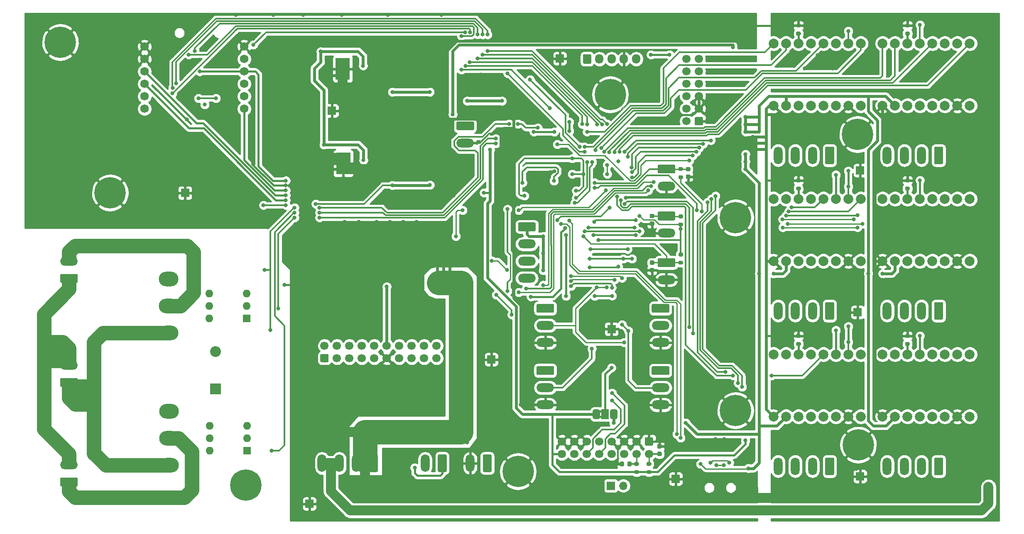
<source format=gbl>
G04 #@! TF.GenerationSoftware,KiCad,Pcbnew,(5.1.8)-1*
G04 #@! TF.CreationDate,2020-12-25T17:54:38+03:00*
G04 #@! TF.ProjectId,3d_print_main,33645f70-7269-46e7-945f-6d61696e2e6b,rev?*
G04 #@! TF.SameCoordinates,Original*
G04 #@! TF.FileFunction,Copper,L2,Bot*
G04 #@! TF.FilePolarity,Positive*
%FSLAX46Y46*%
G04 Gerber Fmt 4.6, Leading zero omitted, Abs format (unit mm)*
G04 Created by KiCad (PCBNEW (5.1.8)-1) date 2020-12-25 17:54:38*
%MOMM*%
%LPD*%
G01*
G04 APERTURE LIST*
G04 #@! TA.AperFunction,EtchedComponent*
%ADD10C,0.100000*%
G04 #@! TD*
G04 #@! TA.AperFunction,ComponentPad*
%ADD11C,6.400000*%
G04 #@! TD*
G04 #@! TA.AperFunction,ComponentPad*
%ADD12C,0.800000*%
G04 #@! TD*
G04 #@! TA.AperFunction,ComponentPad*
%ADD13R,2.200000X2.200000*%
G04 #@! TD*
G04 #@! TA.AperFunction,ComponentPad*
%ADD14O,2.200000X2.200000*%
G04 #@! TD*
G04 #@! TA.AperFunction,ComponentPad*
%ADD15R,1.700000X1.700000*%
G04 #@! TD*
G04 #@! TA.AperFunction,ComponentPad*
%ADD16C,2.000000*%
G04 #@! TD*
G04 #@! TA.AperFunction,ComponentPad*
%ADD17O,4.000000X3.000000*%
G04 #@! TD*
G04 #@! TA.AperFunction,ComponentPad*
%ADD18O,1.800000X3.600000*%
G04 #@! TD*
G04 #@! TA.AperFunction,ComponentPad*
%ADD19O,1.700000X1.700000*%
G04 #@! TD*
G04 #@! TA.AperFunction,SMDPad,CuDef*
%ADD20R,1.500000X2.000000*%
G04 #@! TD*
G04 #@! TA.AperFunction,ComponentPad*
%ADD21C,1.750000*%
G04 #@! TD*
G04 #@! TA.AperFunction,ComponentPad*
%ADD22O,1.600000X1.600000*%
G04 #@! TD*
G04 #@! TA.AperFunction,ComponentPad*
%ADD23R,1.600000X1.600000*%
G04 #@! TD*
G04 #@! TA.AperFunction,ComponentPad*
%ADD24O,3.600000X1.800000*%
G04 #@! TD*
G04 #@! TA.AperFunction,ComponentPad*
%ADD25C,1.700000*%
G04 #@! TD*
G04 #@! TA.AperFunction,ComponentPad*
%ADD26C,0.600000*%
G04 #@! TD*
G04 #@! TA.AperFunction,SMDPad,CuDef*
%ADD27R,2.950000X4.500000*%
G04 #@! TD*
G04 #@! TA.AperFunction,ComponentPad*
%ADD28O,1.700000X1.950000*%
G04 #@! TD*
G04 #@! TA.AperFunction,ViaPad*
%ADD29C,0.800000*%
G04 #@! TD*
G04 #@! TA.AperFunction,Conductor*
%ADD30C,1.500000*%
G04 #@! TD*
G04 #@! TA.AperFunction,Conductor*
%ADD31C,2.000000*%
G04 #@! TD*
G04 #@! TA.AperFunction,Conductor*
%ADD32C,0.600000*%
G04 #@! TD*
G04 #@! TA.AperFunction,Conductor*
%ADD33C,0.300000*%
G04 #@! TD*
G04 #@! TA.AperFunction,Conductor*
%ADD34C,0.400000*%
G04 #@! TD*
G04 #@! TA.AperFunction,Conductor*
%ADD35C,5.000000*%
G04 #@! TD*
G04 #@! TA.AperFunction,Conductor*
%ADD36C,0.250000*%
G04 #@! TD*
G04 #@! TA.AperFunction,Conductor*
%ADD37C,0.350000*%
G04 #@! TD*
G04 #@! TA.AperFunction,Conductor*
%ADD38C,3.000000*%
G04 #@! TD*
G04 #@! TA.AperFunction,Conductor*
%ADD39C,0.254000*%
G04 #@! TD*
G04 #@! TA.AperFunction,Conductor*
%ADD40C,0.100000*%
G04 #@! TD*
G04 APERTURE END LIST*
D10*
G36*
X153251833Y-105418527D02*
G01*
X152381833Y-105418527D01*
X152381833Y-105818527D01*
X153251833Y-105818527D01*
X153251833Y-105418527D01*
G37*
G36*
X153251833Y-106542527D02*
G01*
X152381833Y-106542527D01*
X152381833Y-106942527D01*
X153251833Y-106942527D01*
X153251833Y-106542527D01*
G37*
D11*
X154813000Y-40894000D03*
D12*
X157213000Y-40894000D03*
X156510056Y-42591056D03*
X154813000Y-43294000D03*
X153115944Y-42591056D03*
X152413000Y-40894000D03*
X153115944Y-39196944D03*
X154813000Y-38494000D03*
X156510056Y-39196944D03*
D11*
X136017000Y-117856000D03*
D12*
X138417000Y-117856000D03*
X137714056Y-119553056D03*
X136017000Y-120256000D03*
X134319944Y-119553056D03*
X133617000Y-117856000D03*
X134319944Y-116158944D03*
X136017000Y-115456000D03*
X137714056Y-116158944D03*
D13*
X74295000Y-100965000D03*
D14*
X74295000Y-93345000D03*
D15*
X144526000Y-33528000D03*
D16*
X205895002Y-43160000D03*
X203355002Y-43160000D03*
X200815002Y-43160000D03*
X198275002Y-43160000D03*
X195735002Y-43160000D03*
X193195002Y-43160000D03*
X190655002Y-43160000D03*
X188115002Y-43160000D03*
X188115002Y-30460000D03*
X190655002Y-30460000D03*
X193195002Y-30460000D03*
X195735002Y-30460000D03*
X198275002Y-30460000D03*
X200815002Y-30460000D03*
X203355002Y-30460000D03*
X205895002Y-30460000D03*
X205895000Y-74910000D03*
X203355000Y-74910000D03*
X200815000Y-74910000D03*
X198275000Y-74910000D03*
X195735000Y-74910000D03*
X193195000Y-74910000D03*
X190655000Y-74910000D03*
X188115000Y-74910000D03*
X188115000Y-62210000D03*
X190655000Y-62210000D03*
X193195000Y-62210000D03*
X195735000Y-62210000D03*
X198275000Y-62210000D03*
X200815000Y-62210000D03*
X203355000Y-62210000D03*
X205895000Y-62210000D03*
X228120000Y-43160000D03*
X225580000Y-43160000D03*
X223040000Y-43160000D03*
X220500000Y-43160000D03*
X217960000Y-43160000D03*
X215420000Y-43160000D03*
X212880000Y-43160000D03*
X210340000Y-43160000D03*
X210340000Y-30460000D03*
X212880000Y-30460000D03*
X215420000Y-30460000D03*
X217960000Y-30460000D03*
X220500000Y-30460000D03*
X223040000Y-30460000D03*
X225580000Y-30460000D03*
X228120000Y-30460000D03*
X205895002Y-106660002D03*
X203355002Y-106660002D03*
X200815002Y-106660002D03*
X198275002Y-106660002D03*
X195735002Y-106660002D03*
X193195002Y-106660002D03*
X190655002Y-106660002D03*
X188115002Y-106660002D03*
X188115002Y-93960002D03*
X190655002Y-93960002D03*
X193195002Y-93960002D03*
X195735002Y-93960002D03*
X198275002Y-93960002D03*
X200815002Y-93960002D03*
X203355002Y-93960002D03*
X205895002Y-93960002D03*
X228119998Y-106660000D03*
X225579998Y-106660000D03*
X223039998Y-106660000D03*
X220499998Y-106660000D03*
X217959998Y-106660000D03*
X215419998Y-106660000D03*
X212879998Y-106660000D03*
X210339998Y-106660000D03*
X210339998Y-93960000D03*
X212879998Y-93960000D03*
X215419998Y-93960000D03*
X217959998Y-93960000D03*
X220499998Y-93960000D03*
X223039998Y-93960000D03*
X225579998Y-93960000D03*
X228119998Y-93960000D03*
X228120000Y-74910000D03*
X225580000Y-74910000D03*
X223040000Y-74910000D03*
X220500000Y-74910000D03*
X217960000Y-74910000D03*
X215420000Y-74910000D03*
X212880000Y-74910000D03*
X210340000Y-74910000D03*
X210340000Y-62210000D03*
X212880000Y-62210000D03*
X215420000Y-62210000D03*
X217960000Y-62210000D03*
X220500000Y-62210000D03*
X223040000Y-62210000D03*
X225580000Y-62210000D03*
X228120000Y-62210000D03*
G04 #@! TA.AperFunction,SMDPad,CuDef*
G36*
G01*
X160450001Y-116732000D02*
X159900001Y-116732000D01*
G75*
G02*
X159700001Y-116532000I0J200000D01*
G01*
X159700001Y-116132000D01*
G75*
G02*
X159900001Y-115932000I200000J0D01*
G01*
X160450001Y-115932000D01*
G75*
G02*
X160650001Y-116132000I0J-200000D01*
G01*
X160650001Y-116532000D01*
G75*
G02*
X160450001Y-116732000I-200000J0D01*
G01*
G37*
G04 #@! TD.AperFunction*
G04 #@! TA.AperFunction,SMDPad,CuDef*
G36*
G01*
X160450001Y-118382000D02*
X159900001Y-118382000D01*
G75*
G02*
X159700001Y-118182000I0J200000D01*
G01*
X159700001Y-117782000D01*
G75*
G02*
X159900001Y-117582000I200000J0D01*
G01*
X160450001Y-117582000D01*
G75*
G02*
X160650001Y-117782000I0J-200000D01*
G01*
X160650001Y-118182000D01*
G75*
G02*
X160450001Y-118382000I-200000J0D01*
G01*
G37*
G04 #@! TD.AperFunction*
G04 #@! TA.AperFunction,SMDPad,CuDef*
G36*
G01*
X162990001Y-116732000D02*
X162440001Y-116732000D01*
G75*
G02*
X162240001Y-116532000I0J200000D01*
G01*
X162240001Y-116132000D01*
G75*
G02*
X162440001Y-115932000I200000J0D01*
G01*
X162990001Y-115932000D01*
G75*
G02*
X163190001Y-116132000I0J-200000D01*
G01*
X163190001Y-116532000D01*
G75*
G02*
X162990001Y-116732000I-200000J0D01*
G01*
G37*
G04 #@! TD.AperFunction*
G04 #@! TA.AperFunction,SMDPad,CuDef*
G36*
G01*
X162990001Y-118382000D02*
X162440001Y-118382000D01*
G75*
G02*
X162240001Y-118182000I0J200000D01*
G01*
X162240001Y-117782000D01*
G75*
G02*
X162440001Y-117582000I200000J0D01*
G01*
X162990001Y-117582000D01*
G75*
G02*
X163190001Y-117782000I0J-200000D01*
G01*
X163190001Y-118182000D01*
G75*
G02*
X162990001Y-118382000I-200000J0D01*
G01*
G37*
G04 #@! TD.AperFunction*
G04 #@! TA.AperFunction,SMDPad,CuDef*
G36*
G01*
X168889000Y-74820001D02*
X169439000Y-74820001D01*
G75*
G02*
X169639000Y-75020001I0J-200000D01*
G01*
X169639000Y-75420001D01*
G75*
G02*
X169439000Y-75620001I-200000J0D01*
G01*
X168889000Y-75620001D01*
G75*
G02*
X168689000Y-75420001I0J200000D01*
G01*
X168689000Y-75020001D01*
G75*
G02*
X168889000Y-74820001I200000J0D01*
G01*
G37*
G04 #@! TD.AperFunction*
G04 #@! TA.AperFunction,SMDPad,CuDef*
G36*
G01*
X168889000Y-73170001D02*
X169439000Y-73170001D01*
G75*
G02*
X169639000Y-73370001I0J-200000D01*
G01*
X169639000Y-73770001D01*
G75*
G02*
X169439000Y-73970001I-200000J0D01*
G01*
X168889000Y-73970001D01*
G75*
G02*
X168689000Y-73770001I0J200000D01*
G01*
X168689000Y-73370001D01*
G75*
G02*
X168889000Y-73170001I200000J0D01*
G01*
G37*
G04 #@! TD.AperFunction*
G04 #@! TA.AperFunction,SMDPad,CuDef*
G36*
G01*
X169439000Y-66186001D02*
X168889000Y-66186001D01*
G75*
G02*
X168689000Y-65986001I0J200000D01*
G01*
X168689000Y-65586001D01*
G75*
G02*
X168889000Y-65386001I200000J0D01*
G01*
X169439000Y-65386001D01*
G75*
G02*
X169639000Y-65586001I0J-200000D01*
G01*
X169639000Y-65986001D01*
G75*
G02*
X169439000Y-66186001I-200000J0D01*
G01*
G37*
G04 #@! TD.AperFunction*
G04 #@! TA.AperFunction,SMDPad,CuDef*
G36*
G01*
X169439000Y-67836001D02*
X168889000Y-67836001D01*
G75*
G02*
X168689000Y-67636001I0J200000D01*
G01*
X168689000Y-67236001D01*
G75*
G02*
X168889000Y-67036001I200000J0D01*
G01*
X169439000Y-67036001D01*
G75*
G02*
X169639000Y-67236001I0J-200000D01*
G01*
X169639000Y-67636001D01*
G75*
G02*
X169439000Y-67836001I-200000J0D01*
G01*
G37*
G04 #@! TD.AperFunction*
G04 #@! TA.AperFunction,SMDPad,CuDef*
G36*
G01*
X169439000Y-56514001D02*
X168889000Y-56514001D01*
G75*
G02*
X168689000Y-56314001I0J200000D01*
G01*
X168689000Y-55914001D01*
G75*
G02*
X168889000Y-55714001I200000J0D01*
G01*
X169439000Y-55714001D01*
G75*
G02*
X169639000Y-55914001I0J-200000D01*
G01*
X169639000Y-56314001D01*
G75*
G02*
X169439000Y-56514001I-200000J0D01*
G01*
G37*
G04 #@! TD.AperFunction*
G04 #@! TA.AperFunction,SMDPad,CuDef*
G36*
G01*
X169439000Y-58164001D02*
X168889000Y-58164001D01*
G75*
G02*
X168689000Y-57964001I0J200000D01*
G01*
X168689000Y-57564001D01*
G75*
G02*
X168889000Y-57364001I200000J0D01*
G01*
X169439000Y-57364001D01*
G75*
G02*
X169639000Y-57564001I0J-200000D01*
G01*
X169639000Y-57964001D01*
G75*
G02*
X169439000Y-58164001I-200000J0D01*
G01*
G37*
G04 #@! TD.AperFunction*
G04 #@! TA.AperFunction,SMDPad,CuDef*
G36*
G01*
X192920002Y-91420000D02*
X193470002Y-91420000D01*
G75*
G02*
X193670002Y-91620000I0J-200000D01*
G01*
X193670002Y-92020000D01*
G75*
G02*
X193470002Y-92220000I-200000J0D01*
G01*
X192920002Y-92220000D01*
G75*
G02*
X192720002Y-92020000I0J200000D01*
G01*
X192720002Y-91620000D01*
G75*
G02*
X192920002Y-91420000I200000J0D01*
G01*
G37*
G04 #@! TD.AperFunction*
G04 #@! TA.AperFunction,SMDPad,CuDef*
G36*
G01*
X192920002Y-89770000D02*
X193470002Y-89770000D01*
G75*
G02*
X193670002Y-89970000I0J-200000D01*
G01*
X193670002Y-90370000D01*
G75*
G02*
X193470002Y-90570000I-200000J0D01*
G01*
X192920002Y-90570000D01*
G75*
G02*
X192720002Y-90370000I0J200000D01*
G01*
X192720002Y-89970000D01*
G75*
G02*
X192920002Y-89770000I200000J0D01*
G01*
G37*
G04 #@! TD.AperFunction*
G04 #@! TA.AperFunction,SMDPad,CuDef*
G36*
G01*
X192920000Y-59670000D02*
X193470000Y-59670000D01*
G75*
G02*
X193670000Y-59870000I0J-200000D01*
G01*
X193670000Y-60270000D01*
G75*
G02*
X193470000Y-60470000I-200000J0D01*
G01*
X192920000Y-60470000D01*
G75*
G02*
X192720000Y-60270000I0J200000D01*
G01*
X192720000Y-59870000D01*
G75*
G02*
X192920000Y-59670000I200000J0D01*
G01*
G37*
G04 #@! TD.AperFunction*
G04 #@! TA.AperFunction,SMDPad,CuDef*
G36*
G01*
X192920000Y-58020000D02*
X193470000Y-58020000D01*
G75*
G02*
X193670000Y-58220000I0J-200000D01*
G01*
X193670000Y-58620000D01*
G75*
G02*
X193470000Y-58820000I-200000J0D01*
G01*
X192920000Y-58820000D01*
G75*
G02*
X192720000Y-58620000I0J200000D01*
G01*
X192720000Y-58220000D01*
G75*
G02*
X192920000Y-58020000I200000J0D01*
G01*
G37*
G04 #@! TD.AperFunction*
G04 #@! TA.AperFunction,SMDPad,CuDef*
G36*
G01*
X215145000Y-59670000D02*
X215695000Y-59670000D01*
G75*
G02*
X215895000Y-59870000I0J-200000D01*
G01*
X215895000Y-60270000D01*
G75*
G02*
X215695000Y-60470000I-200000J0D01*
G01*
X215145000Y-60470000D01*
G75*
G02*
X214945000Y-60270000I0J200000D01*
G01*
X214945000Y-59870000D01*
G75*
G02*
X215145000Y-59670000I200000J0D01*
G01*
G37*
G04 #@! TD.AperFunction*
G04 #@! TA.AperFunction,SMDPad,CuDef*
G36*
G01*
X215145000Y-58020000D02*
X215695000Y-58020000D01*
G75*
G02*
X215895000Y-58220000I0J-200000D01*
G01*
X215895000Y-58620000D01*
G75*
G02*
X215695000Y-58820000I-200000J0D01*
G01*
X215145000Y-58820000D01*
G75*
G02*
X214945000Y-58620000I0J200000D01*
G01*
X214945000Y-58220000D01*
G75*
G02*
X215145000Y-58020000I200000J0D01*
G01*
G37*
G04 #@! TD.AperFunction*
G04 #@! TA.AperFunction,SMDPad,CuDef*
G36*
G01*
X215117000Y-91420000D02*
X215667000Y-91420000D01*
G75*
G02*
X215867000Y-91620000I0J-200000D01*
G01*
X215867000Y-92020000D01*
G75*
G02*
X215667000Y-92220000I-200000J0D01*
G01*
X215117000Y-92220000D01*
G75*
G02*
X214917000Y-92020000I0J200000D01*
G01*
X214917000Y-91620000D01*
G75*
G02*
X215117000Y-91420000I200000J0D01*
G01*
G37*
G04 #@! TD.AperFunction*
G04 #@! TA.AperFunction,SMDPad,CuDef*
G36*
G01*
X215117000Y-89770000D02*
X215667000Y-89770000D01*
G75*
G02*
X215867000Y-89970000I0J-200000D01*
G01*
X215867000Y-90370000D01*
G75*
G02*
X215667000Y-90570000I-200000J0D01*
G01*
X215117000Y-90570000D01*
G75*
G02*
X214917000Y-90370000I0J200000D01*
G01*
X214917000Y-89970000D01*
G75*
G02*
X215117000Y-89770000I200000J0D01*
G01*
G37*
G04 #@! TD.AperFunction*
G04 #@! TA.AperFunction,SMDPad,CuDef*
G36*
G01*
X192920002Y-28048000D02*
X193470002Y-28048000D01*
G75*
G02*
X193670002Y-28248000I0J-200000D01*
G01*
X193670002Y-28648000D01*
G75*
G02*
X193470002Y-28848000I-200000J0D01*
G01*
X192920002Y-28848000D01*
G75*
G02*
X192720002Y-28648000I0J200000D01*
G01*
X192720002Y-28248000D01*
G75*
G02*
X192920002Y-28048000I200000J0D01*
G01*
G37*
G04 #@! TD.AperFunction*
G04 #@! TA.AperFunction,SMDPad,CuDef*
G36*
G01*
X192920002Y-26398000D02*
X193470002Y-26398000D01*
G75*
G02*
X193670002Y-26598000I0J-200000D01*
G01*
X193670002Y-26998000D01*
G75*
G02*
X193470002Y-27198000I-200000J0D01*
G01*
X192920002Y-27198000D01*
G75*
G02*
X192720002Y-26998000I0J200000D01*
G01*
X192720002Y-26598000D01*
G75*
G02*
X192920002Y-26398000I200000J0D01*
G01*
G37*
G04 #@! TD.AperFunction*
G04 #@! TA.AperFunction,SMDPad,CuDef*
G36*
G01*
X215145000Y-28048000D02*
X215695000Y-28048000D01*
G75*
G02*
X215895000Y-28248000I0J-200000D01*
G01*
X215895000Y-28648000D01*
G75*
G02*
X215695000Y-28848000I-200000J0D01*
G01*
X215145000Y-28848000D01*
G75*
G02*
X214945000Y-28648000I0J200000D01*
G01*
X214945000Y-28248000D01*
G75*
G02*
X215145000Y-28048000I200000J0D01*
G01*
G37*
G04 #@! TD.AperFunction*
G04 #@! TA.AperFunction,SMDPad,CuDef*
G36*
G01*
X215145000Y-26398000D02*
X215695000Y-26398000D01*
G75*
G02*
X215895000Y-26598000I0J-200000D01*
G01*
X215895000Y-26998000D01*
G75*
G02*
X215695000Y-27198000I-200000J0D01*
G01*
X215145000Y-27198000D01*
G75*
G02*
X214945000Y-26998000I0J200000D01*
G01*
X214945000Y-26598000D01*
G75*
G02*
X215145000Y-26398000I200000J0D01*
G01*
G37*
G04 #@! TD.AperFunction*
D17*
X64820000Y-116605000D03*
X64820000Y-105605000D03*
X64820000Y-111105000D03*
X64798000Y-89554000D03*
X64798000Y-78554000D03*
X64798000Y-84054000D03*
D11*
X180340000Y-66040000D03*
D12*
X182740000Y-66040000D03*
X182037056Y-67737056D03*
X180340000Y-68440000D03*
X178642944Y-67737056D03*
X177940000Y-66040000D03*
X178642944Y-64342944D03*
X180340000Y-63640000D03*
X182037056Y-64342944D03*
D11*
X180340000Y-105410000D03*
D12*
X182740000Y-105410000D03*
X182037056Y-107107056D03*
X180340000Y-107810000D03*
X178642944Y-107107056D03*
X177940000Y-105410000D03*
X178642944Y-103712944D03*
X180340000Y-103010000D03*
X182037056Y-103712944D03*
D11*
X205232000Y-49022000D03*
D12*
X207632000Y-49022000D03*
X206929056Y-50719056D03*
X205232000Y-51422000D03*
X203534944Y-50719056D03*
X202832000Y-49022000D03*
X203534944Y-47324944D03*
X205232000Y-46622000D03*
X206929056Y-47324944D03*
D11*
X205381674Y-112442696D03*
D12*
X207781674Y-112442696D03*
X207078730Y-114139752D03*
X205381674Y-114842696D03*
X203684618Y-114139752D03*
X202981674Y-112442696D03*
X203684618Y-110745640D03*
X205381674Y-110042696D03*
X207078730Y-110745640D03*
D11*
X52832000Y-60960000D03*
D12*
X55232000Y-60960000D03*
X54529056Y-62657056D03*
X52832000Y-63360000D03*
X51134944Y-62657056D03*
X50432000Y-60960000D03*
X51134944Y-59262944D03*
X52832000Y-58560000D03*
X54529056Y-59262944D03*
D11*
X80518000Y-120650000D03*
D12*
X82918000Y-120650000D03*
X82215056Y-122347056D03*
X80518000Y-123050000D03*
X78820944Y-122347056D03*
X78118000Y-120650000D03*
X78820944Y-118952944D03*
X80518000Y-118250000D03*
X82215056Y-118952944D03*
D11*
X42672000Y-30226000D03*
D12*
X45072000Y-30226000D03*
X44369056Y-31923056D03*
X42672000Y-32626000D03*
X40974944Y-31923056D03*
X40272000Y-30226000D03*
X40974944Y-28528944D03*
X42672000Y-27826000D03*
X44369056Y-28528944D03*
G04 #@! TA.AperFunction,ComponentPad*
G36*
G01*
X130638000Y-114635000D02*
X130638000Y-117735000D01*
G75*
G02*
X130388000Y-117985000I-250000J0D01*
G01*
X129088000Y-117985000D01*
G75*
G02*
X128838000Y-117735000I0J250000D01*
G01*
X128838000Y-114635000D01*
G75*
G02*
X129088000Y-114385000I250000J0D01*
G01*
X130388000Y-114385000D01*
G75*
G02*
X130638000Y-114635000I0J-250000D01*
G01*
G37*
G04 #@! TD.AperFunction*
D18*
X126238000Y-116185000D03*
D19*
X157480000Y-120777000D03*
D15*
X154940000Y-120777000D03*
G04 #@! TA.AperFunction,SMDPad,CuDef*
G36*
G01*
X157649999Y-116082000D02*
X157649999Y-116582000D01*
G75*
G02*
X157424999Y-116807000I-225000J0D01*
G01*
X156974999Y-116807000D01*
G75*
G02*
X156749999Y-116582000I0J225000D01*
G01*
X156749999Y-116082000D01*
G75*
G02*
X156974999Y-115857000I225000J0D01*
G01*
X157424999Y-115857000D01*
G75*
G02*
X157649999Y-116082000I0J-225000D01*
G01*
G37*
G04 #@! TD.AperFunction*
G04 #@! TA.AperFunction,SMDPad,CuDef*
G36*
G01*
X159199999Y-116082000D02*
X159199999Y-116582000D01*
G75*
G02*
X158974999Y-116807000I-225000J0D01*
G01*
X158524999Y-116807000D01*
G75*
G02*
X158299999Y-116582000I0J225000D01*
G01*
X158299999Y-116082000D01*
G75*
G02*
X158524999Y-115857000I225000J0D01*
G01*
X158974999Y-115857000D01*
G75*
G02*
X159199999Y-116082000I0J-225000D01*
G01*
G37*
G04 #@! TD.AperFunction*
G04 #@! TA.AperFunction,SMDPad,CuDef*
G36*
G01*
X165096000Y-113180000D02*
X164596000Y-113180000D01*
G75*
G02*
X164371000Y-112955000I0J225000D01*
G01*
X164371000Y-112505000D01*
G75*
G02*
X164596000Y-112280000I225000J0D01*
G01*
X165096000Y-112280000D01*
G75*
G02*
X165321000Y-112505000I0J-225000D01*
G01*
X165321000Y-112955000D01*
G75*
G02*
X165096000Y-113180000I-225000J0D01*
G01*
G37*
G04 #@! TD.AperFunction*
G04 #@! TA.AperFunction,SMDPad,CuDef*
G36*
G01*
X165096000Y-114730000D02*
X164596000Y-114730000D01*
G75*
G02*
X164371000Y-114505000I0J225000D01*
G01*
X164371000Y-114055000D01*
G75*
G02*
X164596000Y-113830000I225000J0D01*
G01*
X165096000Y-113830000D01*
G75*
G02*
X165321000Y-114055000I0J-225000D01*
G01*
X165321000Y-114505000D01*
G75*
G02*
X165096000Y-114730000I-225000J0D01*
G01*
G37*
G04 #@! TD.AperFunction*
G04 #@! TA.AperFunction,SMDPad,CuDef*
G36*
G01*
X163072000Y-76320002D02*
X163572000Y-76320002D01*
G75*
G02*
X163797000Y-76545002I0J-225000D01*
G01*
X163797000Y-76995002D01*
G75*
G02*
X163572000Y-77220002I-225000J0D01*
G01*
X163072000Y-77220002D01*
G75*
G02*
X162847000Y-76995002I0J225000D01*
G01*
X162847000Y-76545002D01*
G75*
G02*
X163072000Y-76320002I225000J0D01*
G01*
G37*
G04 #@! TD.AperFunction*
G04 #@! TA.AperFunction,SMDPad,CuDef*
G36*
G01*
X163072000Y-74770002D02*
X163572000Y-74770002D01*
G75*
G02*
X163797000Y-74995002I0J-225000D01*
G01*
X163797000Y-75445002D01*
G75*
G02*
X163572000Y-75670002I-225000J0D01*
G01*
X163072000Y-75670002D01*
G75*
G02*
X162847000Y-75445002I0J225000D01*
G01*
X162847000Y-74995002D01*
G75*
G02*
X163072000Y-74770002I225000J0D01*
G01*
G37*
G04 #@! TD.AperFunction*
G04 #@! TA.AperFunction,SMDPad,CuDef*
G36*
G01*
X163072000Y-66794999D02*
X163572000Y-66794999D01*
G75*
G02*
X163797000Y-67019999I0J-225000D01*
G01*
X163797000Y-67469999D01*
G75*
G02*
X163572000Y-67694999I-225000J0D01*
G01*
X163072000Y-67694999D01*
G75*
G02*
X162847000Y-67469999I0J225000D01*
G01*
X162847000Y-67019999D01*
G75*
G02*
X163072000Y-66794999I225000J0D01*
G01*
G37*
G04 #@! TD.AperFunction*
G04 #@! TA.AperFunction,SMDPad,CuDef*
G36*
G01*
X163072000Y-65244999D02*
X163572000Y-65244999D01*
G75*
G02*
X163797000Y-65469999I0J-225000D01*
G01*
X163797000Y-65919999D01*
G75*
G02*
X163572000Y-66144999I-225000J0D01*
G01*
X163072000Y-66144999D01*
G75*
G02*
X162847000Y-65919999I0J225000D01*
G01*
X162847000Y-65469999D01*
G75*
G02*
X163072000Y-65244999I225000J0D01*
G01*
G37*
G04 #@! TD.AperFunction*
G04 #@! TA.AperFunction,SMDPad,CuDef*
G36*
G01*
X170438000Y-57221000D02*
X170938000Y-57221000D01*
G75*
G02*
X171163000Y-57446000I0J-225000D01*
G01*
X171163000Y-57896000D01*
G75*
G02*
X170938000Y-58121000I-225000J0D01*
G01*
X170438000Y-58121000D01*
G75*
G02*
X170213000Y-57896000I0J225000D01*
G01*
X170213000Y-57446000D01*
G75*
G02*
X170438000Y-57221000I225000J0D01*
G01*
G37*
G04 #@! TD.AperFunction*
G04 #@! TA.AperFunction,SMDPad,CuDef*
G36*
G01*
X170438000Y-55671000D02*
X170938000Y-55671000D01*
G75*
G02*
X171163000Y-55896000I0J-225000D01*
G01*
X171163000Y-56346000D01*
G75*
G02*
X170938000Y-56571000I-225000J0D01*
G01*
X170438000Y-56571000D01*
G75*
G02*
X170213000Y-56346000I0J225000D01*
G01*
X170213000Y-55896000D01*
G75*
G02*
X170438000Y-55671000I225000J0D01*
G01*
G37*
G04 #@! TD.AperFunction*
G04 #@! TA.AperFunction,SMDPad,CuDef*
G36*
G01*
X152731833Y-105555527D02*
X152731833Y-106805527D01*
G75*
G02*
X152356833Y-107180527I-375000J0D01*
G01*
X151606833Y-107180527D01*
G75*
G02*
X151231833Y-106805527I0J375000D01*
G01*
X151231833Y-105555527D01*
G75*
G02*
X151606833Y-105180527I375000J0D01*
G01*
X152356833Y-105180527D01*
G75*
G02*
X152731833Y-105555527I0J-375000D01*
G01*
G37*
G04 #@! TD.AperFunction*
G04 #@! TA.AperFunction,SMDPad,CuDef*
G36*
G01*
X156287833Y-105555527D02*
X156287833Y-106805527D01*
G75*
G02*
X155912833Y-107180527I-375000J0D01*
G01*
X155162833Y-107180527D01*
G75*
G02*
X154787833Y-106805527I0J375000D01*
G01*
X154787833Y-105555527D01*
G75*
G02*
X155162833Y-105180527I375000J0D01*
G01*
X155912833Y-105180527D01*
G75*
G02*
X156287833Y-105555527I0J-375000D01*
G01*
G37*
G04 #@! TD.AperFunction*
D20*
X153759833Y-106180527D03*
D21*
X80165000Y-31095000D03*
X80165000Y-33635000D03*
X80165000Y-36175000D03*
X80165000Y-38715000D03*
X80165000Y-41255000D03*
X80165000Y-43795000D03*
X59845000Y-43795000D03*
X59845000Y-41255000D03*
X59845000Y-38715000D03*
X59845000Y-36175000D03*
X59845000Y-33635000D03*
X59845000Y-31095000D03*
D15*
X205740000Y-56388000D03*
X205232000Y-85344000D03*
X205740000Y-118872000D03*
X68105396Y-60995595D03*
X93472000Y-124460000D03*
X98044000Y-44196000D03*
X130556000Y-94996000D03*
X168148000Y-119380000D03*
X155067000Y-88773000D03*
G04 #@! TA.AperFunction,ComponentPad*
G36*
G01*
X107440000Y-114635000D02*
X107440000Y-117735000D01*
G75*
G02*
X107190000Y-117985000I-250000J0D01*
G01*
X105890000Y-117985000D01*
G75*
G02*
X105640000Y-117735000I0J250000D01*
G01*
X105640000Y-114635000D01*
G75*
G02*
X105890000Y-114385000I250000J0D01*
G01*
X107190000Y-114385000D01*
G75*
G02*
X107440000Y-114635000I0J-250000D01*
G01*
G37*
G04 #@! TD.AperFunction*
D18*
X103040000Y-116185000D03*
X99540000Y-116185000D03*
X96040000Y-116185000D03*
D22*
X73180000Y-113645000D03*
X80800000Y-108565000D03*
X73180000Y-111105000D03*
X80800000Y-111105000D03*
X73180000Y-108565000D03*
D23*
X80800000Y-113645000D03*
G04 #@! TA.AperFunction,ComponentPad*
G36*
G01*
X46000000Y-120915000D02*
X42900000Y-120915000D01*
G75*
G02*
X42650000Y-120665000I0J250000D01*
G01*
X42650000Y-119365000D01*
G75*
G02*
X42900000Y-119115000I250000J0D01*
G01*
X46000000Y-119115000D01*
G75*
G02*
X46250000Y-119365000I0J-250000D01*
G01*
X46250000Y-120665000D01*
G75*
G02*
X46000000Y-120915000I-250000J0D01*
G01*
G37*
G04 #@! TD.AperFunction*
D24*
X44450000Y-116515000D03*
G04 #@! TA.AperFunction,ComponentPad*
G36*
G01*
X222669998Y-51770002D02*
X222669998Y-54870002D01*
G75*
G02*
X222419998Y-55120002I-250000J0D01*
G01*
X221119998Y-55120002D01*
G75*
G02*
X220869998Y-54870002I0J250000D01*
G01*
X220869998Y-51770002D01*
G75*
G02*
X221119998Y-51520002I250000J0D01*
G01*
X222419998Y-51520002D01*
G75*
G02*
X222669998Y-51770002I0J-250000D01*
G01*
G37*
G04 #@! TD.AperFunction*
D18*
X218269998Y-53320002D03*
X214769998Y-53320002D03*
X211269998Y-53320002D03*
G04 #@! TA.AperFunction,ComponentPad*
G36*
G01*
X200445001Y-115270002D02*
X200445001Y-118370002D01*
G75*
G02*
X200195001Y-118620002I-250000J0D01*
G01*
X198895001Y-118620002D01*
G75*
G02*
X198645001Y-118370002I0J250000D01*
G01*
X198645001Y-115270002D01*
G75*
G02*
X198895001Y-115020002I250000J0D01*
G01*
X200195001Y-115020002D01*
G75*
G02*
X200445001Y-115270002I0J-250000D01*
G01*
G37*
G04 #@! TD.AperFunction*
X196045001Y-116820002D03*
X192545001Y-116820002D03*
X189045001Y-116820002D03*
G04 #@! TA.AperFunction,ComponentPad*
G36*
G01*
X222669998Y-115270000D02*
X222669998Y-118370000D01*
G75*
G02*
X222419998Y-118620000I-250000J0D01*
G01*
X221119998Y-118620000D01*
G75*
G02*
X220869998Y-118370000I0J250000D01*
G01*
X220869998Y-115270000D01*
G75*
G02*
X221119998Y-115020000I250000J0D01*
G01*
X222419998Y-115020000D01*
G75*
G02*
X222669998Y-115270000I0J-250000D01*
G01*
G37*
G04 #@! TD.AperFunction*
X218269998Y-116820000D03*
X214769998Y-116820000D03*
X211269998Y-116820000D03*
G04 #@! TA.AperFunction,ComponentPad*
G36*
G01*
X200445000Y-83520001D02*
X200445000Y-86620001D01*
G75*
G02*
X200195000Y-86870001I-250000J0D01*
G01*
X198895000Y-86870001D01*
G75*
G02*
X198645000Y-86620001I0J250000D01*
G01*
X198645000Y-83520001D01*
G75*
G02*
X198895000Y-83270001I250000J0D01*
G01*
X200195000Y-83270001D01*
G75*
G02*
X200445000Y-83520001I0J-250000D01*
G01*
G37*
G04 #@! TD.AperFunction*
X196045000Y-85070001D03*
X192545000Y-85070001D03*
X189045000Y-85070001D03*
G04 #@! TA.AperFunction,ComponentPad*
G36*
G01*
X200445000Y-51770000D02*
X200445000Y-54870000D01*
G75*
G02*
X200195000Y-55120000I-250000J0D01*
G01*
X198895000Y-55120000D01*
G75*
G02*
X198645000Y-54870000I0J250000D01*
G01*
X198645000Y-51770000D01*
G75*
G02*
X198895000Y-51520000I250000J0D01*
G01*
X200195000Y-51520000D01*
G75*
G02*
X200445000Y-51770000I0J-250000D01*
G01*
G37*
G04 #@! TD.AperFunction*
X196045000Y-53320000D03*
X192545000Y-53320000D03*
X189045000Y-53320000D03*
G04 #@! TA.AperFunction,ComponentPad*
G36*
G01*
X222669999Y-83519998D02*
X222669999Y-86619998D01*
G75*
G02*
X222419999Y-86869998I-250000J0D01*
G01*
X221119999Y-86869998D01*
G75*
G02*
X220869999Y-86619998I0J250000D01*
G01*
X220869999Y-83519998D01*
G75*
G02*
X221119999Y-83269998I250000J0D01*
G01*
X222419999Y-83269998D01*
G75*
G02*
X222669999Y-83519998I0J-250000D01*
G01*
G37*
G04 #@! TD.AperFunction*
X218269999Y-85069998D03*
X214769999Y-85069998D03*
X211269999Y-85069998D03*
G04 #@! TA.AperFunction,ComponentPad*
G36*
G01*
X136272999Y-67010003D02*
X139372999Y-67010003D01*
G75*
G02*
X139622999Y-67260003I0J-250000D01*
G01*
X139622999Y-68560003D01*
G75*
G02*
X139372999Y-68810003I-250000J0D01*
G01*
X136272999Y-68810003D01*
G75*
G02*
X136022999Y-68560003I0J250000D01*
G01*
X136022999Y-67260003D01*
G75*
G02*
X136272999Y-67010003I250000J0D01*
G01*
G37*
G04 #@! TD.AperFunction*
D24*
X137822999Y-71410003D03*
X137822999Y-74910003D03*
X137822999Y-78410003D03*
G04 #@! TA.AperFunction,ComponentPad*
G36*
G01*
X140019500Y-96347002D02*
X143119500Y-96347002D01*
G75*
G02*
X143369500Y-96597002I0J-250000D01*
G01*
X143369500Y-97897002D01*
G75*
G02*
X143119500Y-98147002I-250000J0D01*
G01*
X140019500Y-98147002D01*
G75*
G02*
X139769500Y-97897002I0J250000D01*
G01*
X139769500Y-96597002D01*
G75*
G02*
X140019500Y-96347002I250000J0D01*
G01*
G37*
G04 #@! TD.AperFunction*
X141569500Y-100747002D03*
X141569500Y-104247002D03*
G04 #@! TA.AperFunction,ComponentPad*
G36*
G01*
X140019497Y-83646998D02*
X143119497Y-83646998D01*
G75*
G02*
X143369497Y-83896998I0J-250000D01*
G01*
X143369497Y-85196998D01*
G75*
G02*
X143119497Y-85446998I-250000J0D01*
G01*
X140019497Y-85446998D01*
G75*
G02*
X139769497Y-85196998I0J250000D01*
G01*
X139769497Y-83896998D01*
G75*
G02*
X140019497Y-83646998I250000J0D01*
G01*
G37*
G04 #@! TD.AperFunction*
X141569497Y-88046998D03*
X141569497Y-91546998D03*
G04 #@! TA.AperFunction,ComponentPad*
G36*
G01*
X163514500Y-96362001D02*
X166614500Y-96362001D01*
G75*
G02*
X166864500Y-96612001I0J-250000D01*
G01*
X166864500Y-97912001D01*
G75*
G02*
X166614500Y-98162001I-250000J0D01*
G01*
X163514500Y-98162001D01*
G75*
G02*
X163264500Y-97912001I0J250000D01*
G01*
X163264500Y-96612001D01*
G75*
G02*
X163514500Y-96362001I250000J0D01*
G01*
G37*
G04 #@! TD.AperFunction*
X165064500Y-100762001D03*
X165064500Y-104262001D03*
G04 #@! TA.AperFunction,ComponentPad*
G36*
G01*
X163514500Y-83647000D02*
X166614500Y-83647000D01*
G75*
G02*
X166864500Y-83897000I0J-250000D01*
G01*
X166864500Y-85197000D01*
G75*
G02*
X166614500Y-85447000I-250000J0D01*
G01*
X163514500Y-85447000D01*
G75*
G02*
X163264500Y-85197000I0J250000D01*
G01*
X163264500Y-83897000D01*
G75*
G02*
X163514500Y-83647000I250000J0D01*
G01*
G37*
G04 #@! TD.AperFunction*
X165064500Y-88047000D03*
X165064500Y-91547000D03*
G04 #@! TA.AperFunction,ComponentPad*
G36*
G01*
X46000000Y-79330000D02*
X42900000Y-79330000D01*
G75*
G02*
X42650000Y-79080000I0J250000D01*
G01*
X42650000Y-77780000D01*
G75*
G02*
X42900000Y-77530000I250000J0D01*
G01*
X46000000Y-77530000D01*
G75*
G02*
X46250000Y-77780000I0J-250000D01*
G01*
X46250000Y-79080000D01*
G75*
G02*
X46000000Y-79330000I-250000J0D01*
G01*
G37*
G04 #@! TD.AperFunction*
X44450000Y-74930000D03*
G04 #@! TA.AperFunction,ComponentPad*
G36*
G01*
X164710998Y-74320001D02*
X167810998Y-74320001D01*
G75*
G02*
X168060998Y-74570001I0J-250000D01*
G01*
X168060998Y-75870001D01*
G75*
G02*
X167810998Y-76120001I-250000J0D01*
G01*
X164710998Y-76120001D01*
G75*
G02*
X164460998Y-75870001I0J250000D01*
G01*
X164460998Y-74570001D01*
G75*
G02*
X164710998Y-74320001I250000J0D01*
G01*
G37*
G04 #@! TD.AperFunction*
X166260998Y-78720001D03*
G04 #@! TA.AperFunction,ComponentPad*
G36*
G01*
X164711001Y-64794999D02*
X167811001Y-64794999D01*
G75*
G02*
X168061001Y-65044999I0J-250000D01*
G01*
X168061001Y-66344999D01*
G75*
G02*
X167811001Y-66594999I-250000J0D01*
G01*
X164711001Y-66594999D01*
G75*
G02*
X164461001Y-66344999I0J250000D01*
G01*
X164461001Y-65044999D01*
G75*
G02*
X164711001Y-64794999I250000J0D01*
G01*
G37*
G04 #@! TD.AperFunction*
X166261001Y-69194999D03*
G04 #@! TA.AperFunction,ComponentPad*
G36*
G01*
X46000000Y-100595000D02*
X42900000Y-100595000D01*
G75*
G02*
X42650000Y-100345000I0J250000D01*
G01*
X42650000Y-99045000D01*
G75*
G02*
X42900000Y-98795000I250000J0D01*
G01*
X46000000Y-98795000D01*
G75*
G02*
X46250000Y-99045000I0J-250000D01*
G01*
X46250000Y-100345000D01*
G75*
G02*
X46000000Y-100595000I-250000J0D01*
G01*
G37*
G04 #@! TD.AperFunction*
X44450000Y-96195000D03*
G04 #@! TA.AperFunction,ComponentPad*
G36*
G01*
X121451000Y-114635000D02*
X121451000Y-117735000D01*
G75*
G02*
X121201000Y-117985000I-250000J0D01*
G01*
X119901000Y-117985000D01*
G75*
G02*
X119651000Y-117735000I0J250000D01*
G01*
X119651000Y-114635000D01*
G75*
G02*
X119901000Y-114385000I250000J0D01*
G01*
X121201000Y-114385000D01*
G75*
G02*
X121451000Y-114635000I0J-250000D01*
G01*
G37*
G04 #@! TD.AperFunction*
D18*
X117051000Y-116185000D03*
G04 #@! TA.AperFunction,ComponentPad*
G36*
G01*
X123700000Y-46380002D02*
X126800000Y-46380002D01*
G75*
G02*
X127050000Y-46630002I0J-250000D01*
G01*
X127050000Y-47930002D01*
G75*
G02*
X126800000Y-48180002I-250000J0D01*
G01*
X123700000Y-48180002D01*
G75*
G02*
X123450000Y-47930002I0J250000D01*
G01*
X123450000Y-46630002D01*
G75*
G02*
X123700000Y-46380002I250000J0D01*
G01*
G37*
G04 #@! TD.AperFunction*
D24*
X125250000Y-50780002D03*
G04 #@! TA.AperFunction,ComponentPad*
G36*
G01*
X164721001Y-55214001D02*
X167821001Y-55214001D01*
G75*
G02*
X168071001Y-55464001I0J-250000D01*
G01*
X168071001Y-56764001D01*
G75*
G02*
X167821001Y-57014001I-250000J0D01*
G01*
X164721001Y-57014001D01*
G75*
G02*
X164471001Y-56764001I0J250000D01*
G01*
X164471001Y-55464001D01*
G75*
G02*
X164721001Y-55214001I250000J0D01*
G01*
G37*
G04 #@! TD.AperFunction*
X166271001Y-59614001D03*
D25*
X119408000Y-92182000D03*
X116868000Y-92182000D03*
X114328000Y-92182000D03*
X111788000Y-92182000D03*
X109248000Y-92182000D03*
X106708000Y-92182000D03*
X104168000Y-92182000D03*
X101628000Y-92182000D03*
X99088000Y-92182000D03*
X96548000Y-92182000D03*
X119408000Y-94722000D03*
X116868000Y-94722000D03*
X114328000Y-94722000D03*
X111788000Y-94722000D03*
X109248000Y-94722000D03*
X106708000Y-94722000D03*
X104168000Y-94722000D03*
X101628000Y-94722000D03*
X99088000Y-94722000D03*
G04 #@! TA.AperFunction,ComponentPad*
G36*
G01*
X97148000Y-95572000D02*
X95948000Y-95572000D01*
G75*
G02*
X95698000Y-95322000I0J250000D01*
G01*
X95698000Y-94122000D01*
G75*
G02*
X95948000Y-93872000I250000J0D01*
G01*
X97148000Y-93872000D01*
G75*
G02*
X97398000Y-94122000I0J-250000D01*
G01*
X97398000Y-95322000D01*
G75*
G02*
X97148000Y-95572000I-250000J0D01*
G01*
G37*
G04 #@! TD.AperFunction*
D22*
X73053000Y-86594000D03*
X80673000Y-81514000D03*
X73053000Y-84054000D03*
X80673000Y-84054000D03*
X73053000Y-81514000D03*
D23*
X80673000Y-86594000D03*
D26*
X100991000Y-56771000D03*
X100991000Y-55671000D03*
X99791000Y-55671000D03*
X99791000Y-56771000D03*
X100991000Y-53171000D03*
X100991000Y-54371000D03*
X99791000Y-54371000D03*
X99791000Y-53171000D03*
D27*
X100391000Y-54971000D03*
D26*
X100866000Y-37465500D03*
X100866000Y-36365500D03*
X99666000Y-36365500D03*
X99666000Y-37465500D03*
X100866000Y-33865500D03*
X100866000Y-35065500D03*
X99666000Y-35065500D03*
X99666000Y-33865500D03*
D27*
X100266000Y-35665500D03*
D25*
X144935001Y-114280000D03*
X147475001Y-114280000D03*
X150015001Y-114280000D03*
X152555001Y-114280000D03*
X155095001Y-114280000D03*
X157635001Y-114280000D03*
X160175001Y-114280000D03*
X162715001Y-114280000D03*
X144935001Y-111740000D03*
X147475001Y-111740000D03*
X150015001Y-111740000D03*
X152555001Y-111740000D03*
X155095001Y-111740000D03*
X157635001Y-111740000D03*
X160175001Y-111740000D03*
G04 #@! TA.AperFunction,ComponentPad*
G36*
G01*
X162115001Y-110890000D02*
X163315001Y-110890000D01*
G75*
G02*
X163565001Y-111140000I0J-250000D01*
G01*
X163565001Y-112340000D01*
G75*
G02*
X163315001Y-112590000I-250000J0D01*
G01*
X162115001Y-112590000D01*
G75*
G02*
X161865001Y-112340000I0J250000D01*
G01*
X161865001Y-111140000D01*
G75*
G02*
X162115001Y-110890000I250000J0D01*
G01*
G37*
G04 #@! TD.AperFunction*
D28*
X160095000Y-33635000D03*
X157595000Y-33635000D03*
X155095000Y-33635000D03*
X152595000Y-33635000D03*
G04 #@! TA.AperFunction,ComponentPad*
G36*
G01*
X149245000Y-34360000D02*
X149245000Y-32910000D01*
G75*
G02*
X149495000Y-32660000I250000J0D01*
G01*
X150695000Y-32660000D01*
G75*
G02*
X150945000Y-32910000I0J-250000D01*
G01*
X150945000Y-34360000D01*
G75*
G02*
X150695000Y-34610000I-250000J0D01*
G01*
X149495000Y-34610000D01*
G75*
G02*
X149245000Y-34360000I0J250000D01*
G01*
G37*
G04 #@! TD.AperFunction*
D25*
X170335000Y-33635000D03*
X170335000Y-36175000D03*
X170335000Y-38715000D03*
X170335000Y-41255000D03*
X170335000Y-43795000D03*
X170335000Y-46335000D03*
X172875000Y-33635000D03*
X172875000Y-36175000D03*
X172875000Y-38715000D03*
X172875000Y-41255000D03*
X172875000Y-43795000D03*
G04 #@! TA.AperFunction,ComponentPad*
G36*
G01*
X173725000Y-45735000D02*
X173725000Y-46935000D01*
G75*
G02*
X173475000Y-47185000I-250000J0D01*
G01*
X172275000Y-47185000D01*
G75*
G02*
X172025000Y-46935000I0J250000D01*
G01*
X172025000Y-45735000D01*
G75*
G02*
X172275000Y-45485000I250000J0D01*
G01*
X173475000Y-45485000D01*
G75*
G02*
X173725000Y-45735000I0J-250000D01*
G01*
G37*
G04 #@! TD.AperFunction*
D29*
X119246832Y-79388777D03*
X177193000Y-112121000D03*
X178082000Y-113010000D03*
X176304000Y-113010000D03*
X176304000Y-111232000D03*
X178082000Y-111232000D03*
X122489837Y-80151361D03*
X123124838Y-79389362D03*
X123759833Y-78627361D03*
X123759838Y-80151365D03*
X121885642Y-79385512D03*
X122489836Y-78627362D03*
X120613640Y-79385512D03*
X121248640Y-78623514D03*
X119978638Y-78623514D03*
X121412000Y-80264000D03*
X124364852Y-97419803D03*
X123602852Y-96784803D03*
X123602852Y-98054803D03*
X125126852Y-96784803D03*
X125126852Y-98054803D03*
X123599002Y-99296000D03*
X125123002Y-99296000D03*
X124361002Y-99931000D03*
X227485000Y-114915001D03*
X229390000Y-114915000D03*
X225580001Y-110470001D03*
X225580000Y-114280000D03*
X227485002Y-83165000D03*
X229390001Y-83165002D03*
X225580000Y-78720000D03*
X225580000Y-82530000D03*
X225580000Y-46970000D03*
X225580000Y-50780000D03*
X227484998Y-51415002D03*
X229389999Y-51415002D03*
X231929999Y-38714997D03*
X229390000Y-69830000D03*
X227485000Y-69830000D03*
X230025000Y-38080000D03*
X229390000Y-101580000D03*
X227484998Y-101580002D03*
X95800118Y-36997549D03*
X96352316Y-56111580D03*
X141760000Y-59924000D03*
X143387000Y-56515000D03*
X135079887Y-44913477D03*
X138712000Y-44908245D03*
X136552998Y-104247002D03*
X181130000Y-31222000D03*
X183924000Y-49510000D03*
X183924000Y-50780000D03*
X183924000Y-52050000D03*
X120297000Y-62972000D03*
X121313000Y-45827000D03*
X132522997Y-69977000D03*
X124361002Y-98658998D03*
X122075000Y-74275000D03*
X120805000Y-74275000D03*
X119535000Y-74275000D03*
X91341000Y-53701000D03*
X91341000Y-51923000D03*
X91341000Y-50145000D03*
X91341000Y-48367000D03*
X91341000Y-46589000D03*
X91341000Y-44557000D03*
X91341000Y-42779000D03*
X88420000Y-79736000D03*
X131346000Y-63734000D03*
X88674000Y-59463991D03*
X110645000Y-109835000D03*
X81816000Y-45954000D03*
X210340000Y-44938000D03*
X204752000Y-44938000D03*
X37620000Y-38080000D03*
X37620000Y-43160000D03*
X37620000Y-48240000D03*
X37620000Y-53320000D03*
X37620000Y-58400000D03*
X37620000Y-63480000D03*
X40160000Y-66020000D03*
X45240000Y-66020000D03*
X50320000Y-66020000D03*
X55400000Y-66020000D03*
X60480000Y-66020000D03*
X65560000Y-66020000D03*
X70640000Y-66020000D03*
X75720000Y-66020000D03*
X80800000Y-66020000D03*
X78260000Y-60940000D03*
X73180000Y-60940000D03*
X52832000Y-50800000D03*
X63020000Y-60940000D03*
X57940000Y-60940000D03*
X47780000Y-60940000D03*
X42700000Y-60940000D03*
X45240000Y-55860000D03*
X50320000Y-55860000D03*
X55400000Y-55860000D03*
X60480000Y-55860000D03*
X65560000Y-55860000D03*
X70640000Y-55860000D03*
X75720000Y-55860000D03*
X68100000Y-50780000D03*
X63020000Y-50780000D03*
X57940000Y-50780000D03*
X47780000Y-50780000D03*
X42700000Y-50780000D03*
X45240000Y-45700000D03*
X50320000Y-45700000D03*
X55400000Y-45700000D03*
X40160000Y-45700000D03*
X40160000Y-55860000D03*
X47780000Y-40620000D03*
X52860000Y-40620000D03*
X42700000Y-40620000D03*
X45240000Y-35540000D03*
X50320000Y-35540000D03*
X55400000Y-35540000D03*
X57940000Y-40620000D03*
X40160000Y-35540000D03*
X47780000Y-30460000D03*
X52860000Y-30460000D03*
X57940000Y-30460000D03*
X55400000Y-25380000D03*
X50320000Y-25380000D03*
X45240000Y-25380000D03*
X40160000Y-25380000D03*
X37620000Y-33000000D03*
X37620000Y-27920000D03*
X90960000Y-111740000D03*
X90960000Y-116820000D03*
X90960000Y-121900000D03*
X90960000Y-126980000D03*
X96040000Y-126980000D03*
X93500000Y-119360000D03*
X93500000Y-114280000D03*
X96040000Y-121900000D03*
X97310000Y-124440000D03*
X103660000Y-123170000D03*
X101120000Y-120630000D03*
X108740000Y-120630000D03*
X112550000Y-120630000D03*
X110010000Y-116820000D03*
X128016000Y-118618000D03*
X127790000Y-113010000D03*
X130330000Y-110470000D03*
X130330000Y-106660000D03*
X130330000Y-102850000D03*
X130330000Y-99040000D03*
X130330000Y-91420000D03*
X133505000Y-93325000D03*
X133505000Y-97135000D03*
X132235000Y-100945000D03*
X132235000Y-104755000D03*
X132235000Y-108565000D03*
X121440000Y-69830000D03*
X120170000Y-72370000D03*
X98580000Y-73640000D03*
X98580000Y-76815000D03*
X101755000Y-84435000D03*
X101755000Y-87610000D03*
X106835000Y-86975000D03*
X97945000Y-86975000D03*
X116995000Y-87610000D03*
X119535000Y-87610000D03*
X95377000Y-70612000D03*
X96675000Y-69195000D03*
X90960000Y-73005000D03*
X90960000Y-69195000D03*
X89055000Y-71100000D03*
X124615000Y-57765000D03*
X124615000Y-54590000D03*
X78895000Y-51415000D03*
X78895000Y-47605000D03*
X76355000Y-49510000D03*
X75085000Y-46970000D03*
X76990000Y-41255000D03*
X75720000Y-33635000D03*
X65560000Y-33000000D03*
X114455000Y-31095000D03*
X114455000Y-34905000D03*
X131318000Y-28448000D03*
X134140000Y-27920000D03*
X139855000Y-27920000D03*
X144300000Y-27920000D03*
X148745000Y-27920000D03*
X153190000Y-27920000D03*
X157635000Y-27920000D03*
X167795000Y-28555000D03*
X171605000Y-28555000D03*
X175415000Y-28555000D03*
X179225000Y-28555000D03*
X183670000Y-25380000D03*
X176050000Y-42525000D03*
X178590000Y-41890000D03*
X178590000Y-50780000D03*
X180495000Y-48875000D03*
X180495000Y-52685000D03*
X157988000Y-61976000D03*
X122075000Y-72370000D03*
X113820000Y-55225000D03*
X113820000Y-48240000D03*
X109375000Y-45065000D03*
X125250000Y-38715000D03*
X128425000Y-39985000D03*
X128425000Y-36810000D03*
X127155000Y-38080000D03*
X228755000Y-54590000D03*
X225580000Y-54590000D03*
X225580000Y-59035000D03*
X228755000Y-59035000D03*
X198910000Y-59670000D03*
X194465000Y-59670000D03*
X189385000Y-59670000D03*
X202720000Y-53955000D03*
X205260000Y-53955000D03*
X212880000Y-56495000D03*
X216690000Y-56495000D03*
X219865000Y-56495000D03*
X223675000Y-56495000D03*
X223675000Y-33000000D03*
X220500000Y-33000000D03*
X211610000Y-33000000D03*
X207800000Y-33000000D03*
X200180000Y-35540000D03*
X202720000Y-33000000D03*
X203990000Y-79355000D03*
X197640000Y-81260000D03*
X194465000Y-81260000D03*
X190655000Y-81260000D03*
X190655000Y-49510000D03*
X194465000Y-49510000D03*
X197640000Y-49510000D03*
X212880000Y-49510000D03*
X216690000Y-49510000D03*
X219865000Y-49510000D03*
X228120000Y-46335000D03*
X189385000Y-91420000D03*
X197640000Y-91420000D03*
X205260000Y-88245000D03*
X212880000Y-88245000D03*
X216690000Y-88245000D03*
X219865000Y-88245000D03*
X223040000Y-88880000D03*
X224945000Y-91420000D03*
X226215000Y-88245000D03*
X228755000Y-90785000D03*
X229390000Y-96500000D03*
X228755000Y-86340000D03*
X212880000Y-81895000D03*
X216690000Y-81895000D03*
X219865000Y-81895000D03*
X210340000Y-78720000D03*
X223675000Y-82530000D03*
X224945000Y-85705000D03*
X228120000Y-78085000D03*
X221770000Y-72370000D03*
X226850000Y-73386000D03*
X219738000Y-70338000D03*
X215166000Y-70338000D03*
X225326000Y-66782000D03*
X229136000Y-64496000D03*
X225326000Y-98532000D03*
X221262000Y-97071500D03*
X217452000Y-97071500D03*
X213642000Y-97071500D03*
X210086000Y-100564000D03*
X215674000Y-101834000D03*
X226850000Y-104882000D03*
X224310000Y-104882000D03*
X221770000Y-104882000D03*
X219230000Y-104882000D03*
X220500000Y-102596000D03*
X210086000Y-110216000D03*
X212880000Y-113264000D03*
X216436000Y-113264000D03*
X219992000Y-113264000D03*
X224056000Y-114788000D03*
X208816000Y-116566000D03*
X213134000Y-119868000D03*
X216690000Y-119868000D03*
X219992000Y-119868000D03*
X224056000Y-119868000D03*
X202212000Y-119868000D03*
X197894000Y-119868000D03*
X194338000Y-119868000D03*
X191036000Y-119868000D03*
X191036000Y-113518000D03*
X194338000Y-113518000D03*
X197640000Y-113518000D03*
X201958000Y-114788000D03*
X205006000Y-117328000D03*
X188496000Y-109962000D03*
X189512000Y-104120000D03*
X192052000Y-104120000D03*
X194846000Y-104120000D03*
X197132000Y-104120000D03*
X199672000Y-103866000D03*
X196116000Y-98151000D03*
X198910000Y-98151000D03*
X201704000Y-98024000D03*
X204244000Y-98024000D03*
X226850000Y-117836000D03*
X229644000Y-122916000D03*
X228374000Y-109962000D03*
X227104000Y-56876000D03*
X177320000Y-121138000D03*
X183162000Y-121138000D03*
X170970000Y-121138000D03*
X167922000Y-121138000D03*
X164620000Y-121138000D03*
X148872000Y-109200000D03*
X144808000Y-108946000D03*
X137696000Y-107676000D03*
X141760000Y-110216000D03*
X162334000Y-109454000D03*
X183924000Y-89642000D03*
X181384000Y-90658000D03*
X181384000Y-86848000D03*
X181384000Y-82784000D03*
X181384000Y-78720000D03*
X181384000Y-74656000D03*
X181384000Y-71100000D03*
X183670000Y-71100000D03*
X190020000Y-26142000D03*
X195862000Y-26142000D03*
X203990000Y-25126000D03*
X211610000Y-25126000D03*
X222024000Y-25126000D03*
X233200000Y-25126000D03*
X227866000Y-27158000D03*
X231930000Y-31984000D03*
X183924000Y-55606000D03*
X129794000Y-85090000D03*
X130556000Y-83820000D03*
X140998000Y-45700000D03*
X175034000Y-38842000D03*
X180622000Y-38842000D03*
X142494000Y-40386000D03*
X126012000Y-44176000D03*
X128298000Y-47478000D03*
X121440000Y-58400000D03*
X121440000Y-54336000D03*
X121440000Y-48748000D03*
X162524500Y-94277500D03*
X167033000Y-94214000D03*
X160782000Y-102108000D03*
X140236000Y-94531500D03*
X103152000Y-49319500D03*
X98008500Y-47478000D03*
X99469000Y-42461500D03*
X108232000Y-39413500D03*
X86324500Y-36175000D03*
X84292500Y-54717000D03*
X84292500Y-50589500D03*
X84292500Y-44747500D03*
X115280500Y-66845500D03*
X112613500Y-66845500D03*
X109883000Y-66845500D03*
X107152500Y-66845500D03*
X103533000Y-66845500D03*
X100675500Y-66845500D03*
X108930500Y-73703500D03*
X109946500Y-63162500D03*
X104168000Y-61892500D03*
X109057500Y-57955500D03*
X122837000Y-61511500D03*
X194465000Y-35540000D03*
X197132000Y-32809500D03*
X197449500Y-35032000D03*
X199545000Y-33000000D03*
X192306000Y-35032000D03*
X194465000Y-32682500D03*
X188940500Y-35032000D03*
X191480500Y-32555500D03*
X188305500Y-32555500D03*
X204021750Y-71068250D03*
X194465000Y-72941500D03*
X199545000Y-72941500D03*
X191925000Y-73132000D03*
X189385000Y-73132000D03*
X181634000Y-26900000D03*
X168758306Y-45029189D03*
X170688000Y-58928000D03*
X152400000Y-57880000D03*
X152400000Y-56114000D03*
X124361000Y-110660008D03*
X124960496Y-111259504D03*
X125595496Y-111894504D03*
X110236000Y-98044000D03*
X113538000Y-97790000D03*
X112014000Y-100584000D03*
X107188000Y-89662000D03*
X104394000Y-97028000D03*
X101854000Y-97028000D03*
X101854000Y-100584000D03*
X105918000Y-103632000D03*
X101854000Y-104648000D03*
X128524000Y-86868000D03*
X133604000Y-89662000D03*
X115824000Y-78994000D03*
X93726000Y-105918000D03*
X93726000Y-102108000D03*
X93726000Y-98298000D03*
X93726000Y-94234000D03*
X93726000Y-90678000D03*
X67564000Y-35814000D03*
X72898000Y-30480000D03*
X71120000Y-33782000D03*
X81534000Y-28702000D03*
X77762000Y-34252000D03*
X76200000Y-31750000D03*
X73262000Y-34688000D03*
X89408000Y-36068000D03*
X86360000Y-29464000D03*
X91948000Y-29464000D03*
X97282000Y-29464000D03*
X102616000Y-29464000D03*
X108204000Y-29464000D03*
X119126000Y-29464000D03*
X120396000Y-24638000D03*
X109474000Y-24638000D03*
X100076000Y-24638000D03*
X92202000Y-24638000D03*
X86106000Y-24638000D03*
X78486000Y-24638000D03*
X70104000Y-25908000D03*
X64262000Y-26162000D03*
X133350000Y-24638000D03*
X140970000Y-24638000D03*
X147828000Y-24638000D03*
X154940000Y-24638000D03*
X161544000Y-24638000D03*
X168656000Y-24638000D03*
X176022000Y-24638000D03*
X150241000Y-88519000D03*
X150241000Y-85217000D03*
X154940000Y-85852000D03*
X157480000Y-85471000D03*
X157480000Y-81661000D03*
X160909000Y-82677000D03*
X160401000Y-90424000D03*
X161036000Y-88519000D03*
X158242000Y-102362000D03*
X151511000Y-103378000D03*
X146304000Y-103251000D03*
X149606000Y-100457000D03*
X151384000Y-97282000D03*
X147447000Y-94488000D03*
X146014500Y-91546998D03*
X134747000Y-112141000D03*
X167132000Y-72009000D03*
X177927000Y-87757000D03*
X177800000Y-82931000D03*
X177673000Y-77470000D03*
X177546000Y-72390000D03*
X168910000Y-77470000D03*
X175260000Y-59182000D03*
X179451000Y-60198000D03*
X173736000Y-56134000D03*
X209931000Y-56388000D03*
X175153000Y-36175000D03*
X180495000Y-36175000D03*
X181130000Y-33627000D03*
X205232000Y-35814000D03*
X208661000Y-35687000D03*
X215265000Y-33274000D03*
X183769000Y-112776000D03*
X125603000Y-74930000D03*
X125603000Y-72263000D03*
X129159000Y-81534000D03*
X84074000Y-66294000D03*
X139192000Y-59944000D03*
X164211000Y-38354000D03*
X159004000Y-36068000D03*
X120297000Y-38580000D03*
X121158000Y-34417000D03*
X104597250Y-44246750D03*
X68453000Y-45974000D03*
X69342000Y-40513000D03*
X74549000Y-43561000D03*
X156464000Y-54483000D03*
X147856000Y-62015000D03*
X150130000Y-54705000D03*
X138458000Y-37826000D03*
X148567000Y-51542000D03*
X182400000Y-56114000D03*
X182400000Y-54590000D03*
X182400000Y-53066000D03*
X118011000Y-40366000D03*
X110391000Y-40366000D03*
X182978446Y-117223528D03*
X188115001Y-77449998D03*
X210340002Y-77450002D03*
X207419000Y-77450003D03*
X185194000Y-77450000D03*
X182400000Y-48494000D03*
X182400000Y-46970000D03*
X182400000Y-45446000D03*
X155538468Y-107927157D03*
X173228000Y-116332000D03*
X170202843Y-107927157D03*
X104413862Y-35020376D03*
X95786000Y-32111000D03*
X96421000Y-51161000D03*
X104498419Y-54300730D03*
X147067000Y-57130000D03*
X147067000Y-53955000D03*
X149380000Y-57130000D03*
X137315000Y-61575000D03*
X160810000Y-65694999D03*
X182372000Y-111506000D03*
X130330000Y-52157021D03*
X139220000Y-48494000D03*
X143411000Y-48494000D03*
X147856000Y-60515000D03*
X129060000Y-60940000D03*
X88674000Y-58463988D03*
X71110226Y-36193898D03*
X169164000Y-68326000D03*
X173482000Y-64770000D03*
X146459000Y-48359000D03*
X146459000Y-46482000D03*
X152400000Y-70612000D03*
X154178000Y-55245000D03*
X154198000Y-57130000D03*
X151130003Y-54705000D03*
X133886000Y-36556000D03*
X149606012Y-52578000D03*
X147602000Y-62991958D03*
X84102000Y-63480000D03*
X88674000Y-63480000D03*
X94770000Y-63226000D03*
X110391000Y-59416000D03*
X118056000Y-59371000D03*
X179860000Y-31222000D03*
X122710000Y-44938000D03*
X163096000Y-32746000D03*
X166906000Y-32746000D03*
X39370000Y-88900000D03*
X39370000Y-85725000D03*
X41910000Y-83185000D03*
X44132500Y-80962500D03*
X39370000Y-109220000D03*
X41910000Y-111760000D03*
X44132500Y-113982500D03*
X39370000Y-106045000D03*
X39370000Y-102870000D03*
X39370000Y-99695000D03*
X39370000Y-96520000D03*
X39370000Y-92710000D03*
X41910000Y-91440000D03*
X43815000Y-92075000D03*
X44450000Y-93980000D03*
X41910000Y-93980000D03*
X136934000Y-58908000D03*
X143339376Y-58515000D03*
X134736000Y-85852000D03*
X131572000Y-81788000D03*
X133858000Y-81026000D03*
X133858000Y-64299000D03*
X151638000Y-82042000D03*
X155194000Y-82001719D03*
X155194012Y-101854000D03*
X155194000Y-103347000D03*
X150790120Y-72501184D03*
X158368001Y-72516001D03*
X159258000Y-74422000D03*
X150622000Y-74422000D03*
X157480000Y-74422000D03*
X158508000Y-89154000D03*
X157238000Y-87884000D03*
X150622000Y-76200000D03*
X156464000Y-76061000D03*
X154051000Y-80264000D03*
X157645369Y-91512675D03*
X152019000Y-80264000D03*
X151060000Y-92780000D03*
X153759833Y-106180527D03*
X155070844Y-96683654D03*
X141125000Y-69835000D03*
X141125000Y-73335000D03*
X114932300Y-117083102D03*
X141125002Y-76814998D03*
X231930000Y-124440000D03*
X231929999Y-123297001D03*
X231929999Y-122154001D03*
X231929999Y-121011001D03*
X179098000Y-116058000D03*
X175288000Y-116058000D03*
X87150000Y-84562000D03*
X90452000Y-66020000D03*
X131473000Y-50907000D03*
X95532000Y-66020002D03*
X109248000Y-80117000D03*
X153599832Y-52578119D03*
X154613906Y-52639891D03*
X217960002Y-26649998D03*
X217959998Y-58399998D03*
X217960001Y-90150000D03*
X159794000Y-68040000D03*
X150379988Y-68040000D03*
X155654230Y-52619553D03*
X200814998Y-89045000D03*
X200815000Y-57295000D03*
X160810000Y-68814000D03*
X149559855Y-68834000D03*
X203354998Y-88245000D03*
X203355003Y-27920002D03*
X203355000Y-59670001D03*
X203355000Y-91419999D03*
X203355000Y-56495000D03*
X160048000Y-69576000D03*
X151384024Y-69596000D03*
X156695669Y-52600331D03*
X190621402Y-65625897D03*
X171649648Y-53344000D03*
X205232000Y-65532000D03*
X159231260Y-57787312D03*
X144018000Y-51054000D03*
X170942000Y-54356000D03*
X189935690Y-66353773D03*
X204470000Y-66375897D03*
X189992000Y-68035006D03*
X205232000Y-68035006D03*
X191008000Y-67310006D03*
X206248000Y-67310000D03*
X150067000Y-48494000D03*
X149567000Y-51562000D03*
X151766627Y-52207068D03*
X152954338Y-51814338D03*
X173758921Y-51006882D03*
X158421829Y-53559389D03*
X175325148Y-50256882D03*
X157734000Y-52578000D03*
X191730804Y-63961793D03*
X172939542Y-51756882D03*
X159198033Y-55763876D03*
X191176103Y-64793845D03*
X172392516Y-52594000D03*
X159266164Y-56761554D03*
X171704000Y-89662000D03*
X157762000Y-63226000D03*
X178308000Y-97536000D03*
X174662115Y-62891385D03*
X180876000Y-99822000D03*
X175418353Y-62237070D03*
X181707615Y-100584000D03*
X176276000Y-61595004D03*
X160048000Y-66528000D03*
X151516501Y-66878833D03*
X187734000Y-98278000D03*
X156238000Y-61702000D03*
X179860000Y-98278000D03*
X157000000Y-62464000D03*
X170942000Y-88392000D03*
X61576000Y-89554000D03*
X59036000Y-89554000D03*
X56496000Y-89554000D03*
X53956000Y-89554000D03*
X51416000Y-89554000D03*
X49530000Y-91440000D03*
X49530000Y-93980000D03*
X49530000Y-96520000D03*
X49530000Y-99060000D03*
X49530000Y-101600000D03*
X49530000Y-104140000D03*
X49530000Y-106680000D03*
X49530000Y-109220000D03*
X49530000Y-111760000D03*
X49581652Y-114248348D03*
X51175295Y-115829705D03*
X53575000Y-116605000D03*
X56115000Y-116605000D03*
X58655000Y-116605000D03*
X61195000Y-116605000D03*
X44450000Y-102235000D03*
X45720000Y-104140000D03*
X46990000Y-100965000D03*
X47625000Y-102870000D03*
X149352000Y-69850000D03*
X138620585Y-82184585D03*
X145651038Y-68148176D03*
X162560000Y-60452000D03*
X136144000Y-81280000D03*
X163114701Y-59619949D03*
X137668000Y-80555000D03*
X145796000Y-82042000D03*
X145824000Y-69576000D03*
X123345000Y-69830000D03*
X153924000Y-60452000D03*
X136144000Y-64516000D03*
X124714000Y-64534000D03*
X163669402Y-58787897D03*
X141097000Y-79805000D03*
X146812000Y-77978000D03*
X157214010Y-78359000D03*
X155702000Y-78703000D03*
X146812000Y-78994000D03*
X133729877Y-76708000D03*
X130657690Y-74835977D03*
X155143168Y-80314832D03*
X146812000Y-80010000D03*
X146459000Y-66655000D03*
X169164000Y-110998000D03*
X144808000Y-67290000D03*
X168402000Y-110236000D03*
X151651897Y-58891723D03*
X172466000Y-64516000D03*
X151638000Y-59944000D03*
X85753000Y-113645000D03*
X90452000Y-65004000D03*
X95532000Y-65004000D03*
X131473000Y-49891000D03*
X82070000Y-30714000D03*
X149098089Y-46945236D03*
X125292051Y-35055999D03*
X125248822Y-28167146D03*
X88674000Y-60463994D03*
X65532000Y-40640000D03*
X150114000Y-46990000D03*
X126153658Y-34305999D03*
X126248833Y-28167147D03*
X154714000Y-63988000D03*
X88674000Y-62464000D03*
X144022655Y-66548000D03*
X88674000Y-61463997D03*
X142522000Y-43668000D03*
X68862000Y-32746000D03*
X124460000Y-35814000D03*
X124460000Y-28917157D03*
X85499000Y-89007000D03*
X90452000Y-63988000D03*
X95532000Y-63988000D03*
X134179887Y-46882887D03*
X135979887Y-46903391D03*
X140052051Y-47694000D03*
X84356000Y-76688000D03*
X154200330Y-46923008D03*
X129799244Y-28655416D03*
X129807346Y-31993873D03*
X65617909Y-39498342D03*
X72136000Y-42926000D03*
X153179782Y-46963121D03*
X128778011Y-32766011D03*
X128785580Y-28642249D03*
X66294000Y-38608000D03*
X74422000Y-41656000D03*
X70866000Y-41656000D03*
X127762000Y-33528000D03*
X152107665Y-46996341D03*
X127748844Y-28624009D03*
X70104000Y-31996000D03*
X125631000Y-42203392D03*
X132743000Y-42203392D03*
X176468000Y-116566000D03*
X177918000Y-116566000D03*
D30*
X225580000Y-114280000D02*
X225580001Y-110470001D01*
X231930002Y-114914998D02*
X229390000Y-114915000D01*
X229390000Y-114915000D02*
X226214997Y-114915000D01*
X226214997Y-114915000D02*
X225580000Y-114280000D01*
X225580000Y-82530000D02*
X225580000Y-78720000D01*
X231929998Y-83164997D02*
X229390001Y-83165002D01*
X229390001Y-83165002D02*
X226215000Y-83165000D01*
X226215000Y-83165000D02*
X225580000Y-82530000D01*
D31*
X231930000Y-77450002D02*
X231930000Y-69830000D01*
D32*
X208840000Y-74995787D02*
X208839998Y-75140003D01*
X208925787Y-74910002D02*
X208840000Y-74995787D01*
X210340000Y-74910000D02*
X208925787Y-74910002D01*
X187114998Y-105660002D02*
X188115000Y-106660000D01*
X186614999Y-105159999D02*
X187114998Y-105660002D01*
X186614996Y-74995790D02*
X186614999Y-75140001D01*
X186700789Y-74910001D02*
X186614996Y-74995790D01*
X188115000Y-74910000D02*
X186700789Y-74910001D01*
D31*
X231930000Y-69830000D02*
X231930001Y-51415000D01*
D30*
X226215001Y-51415000D02*
X225580000Y-50780000D01*
X225580000Y-50780000D02*
X225580000Y-46970000D01*
X231930001Y-51415000D02*
X229389999Y-51415002D01*
X229389999Y-51415002D02*
X226215001Y-51415000D01*
D31*
X231930001Y-51415000D02*
X231929997Y-45700001D01*
X231929997Y-45700001D02*
X231929999Y-38714997D01*
X231929999Y-38714997D02*
X231929999Y-38714997D01*
D30*
X229390000Y-69830000D02*
X231930000Y-69830000D01*
X229390000Y-69830000D02*
X227485000Y-69830000D01*
X231929999Y-38714997D02*
X231294999Y-38080000D01*
X231294999Y-38080000D02*
X230025000Y-38080000D01*
X229390000Y-101580000D02*
X231930002Y-101579998D01*
D31*
X231930002Y-101579998D02*
X231930000Y-77450002D01*
D30*
X229390000Y-101580000D02*
X227484998Y-101580002D01*
D32*
X98933951Y-36997549D02*
X100266000Y-35665500D01*
X95800118Y-36997549D02*
X98933951Y-36997549D01*
X99250420Y-56111580D02*
X100391000Y-54971000D01*
X96352316Y-56111580D02*
X99250420Y-56111580D01*
D33*
X142375000Y-56515000D02*
X143387000Y-56515000D01*
X141760000Y-59924000D02*
X141760000Y-57130000D01*
X141760000Y-57130000D02*
X142375000Y-56515000D01*
D32*
X135079887Y-45479162D02*
X135079887Y-44913477D01*
X136552998Y-104247002D02*
X141569500Y-104247002D01*
X208797722Y-75182279D02*
X208839998Y-75140003D01*
X210340000Y-106660000D02*
X208797722Y-105117722D01*
X172875000Y-43795000D02*
X172875000Y-41255000D01*
X186511998Y-49510000D02*
X186614999Y-49613001D01*
X183924000Y-49510000D02*
X186511998Y-49510000D01*
X186464000Y-50780000D02*
X186614999Y-50930999D01*
X183924000Y-50780000D02*
X186464000Y-50780000D01*
X186614999Y-49613001D02*
X186614999Y-50930999D01*
X186464000Y-52050000D02*
X186614999Y-52200999D01*
X183924000Y-52050000D02*
X186464000Y-52050000D01*
X186614999Y-50930999D02*
X186614999Y-52200999D01*
X183924000Y-52050000D02*
X183924000Y-49510000D01*
D34*
X132524582Y-50493588D02*
X132522997Y-50492003D01*
X132524582Y-50799812D02*
X132524582Y-50493588D01*
X132504772Y-50780002D02*
X132524582Y-50799812D01*
D35*
X104803000Y-109835000D02*
X104803000Y-115677000D01*
X124361000Y-109835000D02*
X110645000Y-109835000D01*
X124361002Y-81006002D02*
X124361002Y-98658998D01*
X124361000Y-79355000D02*
X124361002Y-81006002D01*
X124361002Y-99931000D02*
X124361000Y-109835000D01*
X124361002Y-98658998D02*
X124361002Y-98658998D01*
X124361002Y-98658998D02*
X124361002Y-99931000D01*
D31*
X100391000Y-54971000D02*
X100391000Y-55766000D01*
X100391000Y-55766000D02*
X100776786Y-56151786D01*
X100776786Y-56151786D02*
X106289214Y-56151786D01*
X106289214Y-56151786D02*
X106835000Y-55606000D01*
X106835000Y-55606000D02*
X106835000Y-46484500D01*
X100266000Y-39915500D02*
X100266000Y-35665500D01*
X106835000Y-46484500D02*
X104597250Y-44246750D01*
D32*
X122075000Y-74275000D02*
X119535000Y-74275000D01*
X120805000Y-78466000D02*
X119916000Y-79355000D01*
X120805000Y-74275000D02*
X120805000Y-78466000D01*
X119535000Y-78974000D02*
X119916000Y-79355000D01*
X119535000Y-74275000D02*
X119535000Y-78974000D01*
X122075000Y-78085000D02*
X120805000Y-79355000D01*
X122075000Y-74275000D02*
X122075000Y-78085000D01*
D35*
X119916000Y-79355000D02*
X120805000Y-79355000D01*
X120805000Y-79355000D02*
X124361000Y-79355000D01*
D31*
X91468000Y-53828000D02*
X91468000Y-42144000D01*
X99248000Y-53828000D02*
X100391000Y-54971000D01*
X91468000Y-53828000D02*
X99248000Y-53828000D01*
D33*
X176304000Y-113010000D02*
X175904001Y-113409999D01*
D34*
X92484000Y-66782000D02*
X92865000Y-67163000D01*
D32*
X135079887Y-44913477D02*
X138712000Y-44908245D01*
D33*
X130137638Y-48875000D02*
X130838000Y-48875000D01*
X128232636Y-50780002D02*
X130137638Y-48875000D01*
X125250000Y-50780002D02*
X128232636Y-50780002D01*
X130838000Y-48875000D02*
X132616000Y-48875000D01*
D32*
X130862523Y-44913477D02*
X135079887Y-44913477D01*
X129896008Y-45879992D02*
X130862523Y-44913477D01*
X121313000Y-45827000D02*
X121365992Y-45879992D01*
X121365992Y-45879992D02*
X129896008Y-45879992D01*
X135079887Y-47782887D02*
X135079887Y-45479162D01*
X132522997Y-49162997D02*
X132522997Y-50492003D01*
X132522997Y-48333003D02*
X132522997Y-49162997D01*
X135079887Y-47782887D02*
X133073113Y-47782887D01*
X133073113Y-47782887D02*
X132522997Y-48333003D01*
D31*
X104803000Y-120884000D02*
X107203002Y-123284002D01*
X104803000Y-115677000D02*
X104803000Y-120884000D01*
X107203002Y-123284002D02*
X225592998Y-123284002D01*
X231930000Y-102850000D02*
X231930002Y-101579998D01*
X225592998Y-123284002D02*
X231930002Y-116946998D01*
X231930002Y-116946998D02*
X231930002Y-109199998D01*
X231930002Y-109199998D02*
X231930000Y-102850000D01*
D34*
X131439003Y-63827003D02*
X131346000Y-63734000D01*
X132522997Y-63827003D02*
X131439003Y-63827003D01*
D32*
X132522997Y-50492003D02*
X132522997Y-63827003D01*
D35*
X110645000Y-109835000D02*
X104803000Y-109835000D01*
D34*
X88674000Y-59463991D02*
X86187617Y-59463991D01*
X86187617Y-59463991D02*
X81816000Y-55092374D01*
X81816000Y-55092374D02*
X81816000Y-45954000D01*
D32*
X204752000Y-44938000D02*
X186638999Y-44938000D01*
X187226000Y-43160000D02*
X188115000Y-43160000D01*
X186614999Y-49613001D02*
X186614999Y-43771001D01*
X186614999Y-43771001D02*
X187226000Y-43160000D01*
X210340000Y-50780000D02*
X210340000Y-43160000D01*
X208816001Y-52303999D02*
X210340000Y-50780000D01*
X208839998Y-75140003D02*
X208816001Y-75116006D01*
D34*
X215420000Y-26798000D02*
X193195002Y-26798000D01*
X181736000Y-26798000D02*
X181634000Y-26900000D01*
X193195002Y-26798000D02*
X181736000Y-26798000D01*
X186690000Y-90170000D02*
X186614999Y-90094999D01*
X193195002Y-90170000D02*
X186690000Y-90170000D01*
D32*
X186614999Y-90094999D02*
X186614999Y-105159999D01*
X186614999Y-75140001D02*
X186614999Y-90094999D01*
D34*
X208807444Y-90170000D02*
X208797722Y-90160278D01*
X215392000Y-90170000D02*
X208807444Y-90170000D01*
D32*
X208797722Y-90160278D02*
X208797722Y-75182279D01*
X208797722Y-105117722D02*
X208797722Y-90160278D01*
D34*
X186690000Y-58420000D02*
X186614999Y-58344999D01*
X193195000Y-58420000D02*
X186690000Y-58420000D01*
D32*
X186614999Y-58344999D02*
X186614999Y-75140001D01*
X186614999Y-52200999D02*
X186614999Y-58344999D01*
D34*
X209098002Y-58420000D02*
X208816001Y-58137999D01*
X215420000Y-58420000D02*
X209098002Y-58420000D01*
D32*
X208816001Y-58137999D02*
X208816001Y-52303999D01*
X208816001Y-75116006D02*
X208816001Y-58137999D01*
D34*
X171611399Y-45058601D02*
X172875000Y-43795000D01*
X168787718Y-45058601D02*
X171611399Y-45058601D01*
X168758306Y-45029189D02*
X168787718Y-45058601D01*
X168019999Y-113409999D02*
X166350000Y-111740000D01*
X175904001Y-113409999D02*
X168019999Y-113409999D01*
D36*
X170688000Y-57671000D02*
X170688000Y-58928000D01*
X163322000Y-68326000D02*
X163322000Y-67244999D01*
X164190999Y-69194999D02*
X163322000Y-68326000D01*
X166261001Y-69194999D02*
X164190999Y-69194999D01*
X164318001Y-78720001D02*
X166260998Y-78720001D01*
X163322000Y-77724000D02*
X164318001Y-78720001D01*
X163322000Y-76770002D02*
X163322000Y-77724000D01*
D33*
X152400000Y-57880000D02*
X152400000Y-56114000D01*
D32*
X136539018Y-83961018D02*
X135079887Y-82501887D01*
X135079887Y-82501887D02*
X135079887Y-47782887D01*
X136539018Y-104233022D02*
X136539018Y-83961018D01*
X136552998Y-104247002D02*
X136539018Y-104233022D01*
D37*
X164846000Y-111760000D02*
X164826000Y-111740000D01*
X164846000Y-112730000D02*
X164846000Y-111760000D01*
D34*
X164826000Y-111740000D02*
X162715001Y-111740000D01*
X166350000Y-111740000D02*
X164826000Y-111740000D01*
D37*
X156369643Y-113005358D02*
X157635001Y-111740000D01*
X156718000Y-116332000D02*
X156369643Y-115983643D01*
X156369643Y-115983643D02*
X156369643Y-113005358D01*
X157199999Y-116332000D02*
X156718000Y-116332000D01*
D32*
X120297000Y-62406315D02*
X120297000Y-62972000D01*
X120297000Y-33119000D02*
X120297000Y-38580000D01*
X123482010Y-29933990D02*
X120297000Y-33119000D01*
X180407675Y-29933990D02*
X123482010Y-29933990D01*
X181130000Y-30656315D02*
X180407675Y-29933990D01*
X181130000Y-31222000D02*
X181130000Y-30656315D01*
D31*
X93726000Y-105918000D02*
X93726000Y-102108000D01*
X93726000Y-102108000D02*
X93726000Y-98298000D01*
X93726000Y-98298000D02*
X93726000Y-94234000D01*
X93726000Y-94234000D02*
X93726000Y-90678000D01*
X93726000Y-90678000D02*
X93726000Y-67945000D01*
X91468000Y-58400000D02*
X91468000Y-53828000D01*
X92865000Y-67084000D02*
X92865000Y-59797000D01*
X92865000Y-59797000D02*
X91468000Y-58400000D01*
X93726000Y-67945000D02*
X92865000Y-67084000D01*
X93726000Y-106807000D02*
X93726000Y-105918000D01*
X93726000Y-107521000D02*
X93726000Y-106807000D01*
X96040000Y-109835000D02*
X93726000Y-107521000D01*
X104803000Y-109835000D02*
X96040000Y-109835000D01*
D32*
X132522997Y-63827003D02*
X132522997Y-69977000D01*
X120297000Y-38580000D02*
X120297000Y-62406315D01*
D31*
X104597250Y-44246750D02*
X100266000Y-39915500D01*
D34*
X93492000Y-79736000D02*
X93599000Y-79629000D01*
X88420000Y-79736000D02*
X93492000Y-79736000D01*
D33*
X145708999Y-48683999D02*
X148167001Y-51142001D01*
X148167001Y-51142001D02*
X148567000Y-51542000D01*
X145708999Y-45076999D02*
X145708999Y-48683999D01*
X138458000Y-37826000D02*
X145708999Y-45076999D01*
X150130000Y-59841743D02*
X150130000Y-54705000D01*
X147956743Y-62015000D02*
X150130000Y-59841743D01*
X147856000Y-62015000D02*
X147956743Y-62015000D01*
D32*
X182400000Y-53066000D02*
X182400000Y-56114000D01*
X110391000Y-40366000D02*
X118011000Y-40366000D01*
X190020002Y-77449998D02*
X188115001Y-77449998D01*
X190655000Y-74910000D02*
X190655002Y-76814999D01*
X190655002Y-76814999D02*
X190020002Y-77449998D01*
X211879999Y-107660000D02*
X212879999Y-106659998D01*
X210975000Y-108565000D02*
X211879999Y-107660000D01*
X208435002Y-108564999D02*
X210975000Y-108565000D01*
X207419002Y-107548999D02*
X208435002Y-108564999D01*
X212880000Y-74909998D02*
X212880001Y-76815000D01*
X212880001Y-76815000D02*
X212245002Y-77450000D01*
X212245002Y-77450000D02*
X210340002Y-77450002D01*
X207419000Y-77450003D02*
X207419002Y-107548999D01*
X210975000Y-41254997D02*
X212880002Y-43160000D01*
X190885001Y-41255000D02*
X210975000Y-41254997D01*
X190655000Y-43160000D02*
X190655002Y-41255000D01*
X190655002Y-41255000D02*
X190885001Y-41255000D01*
X185193999Y-45446000D02*
X185194000Y-45446001D01*
X182400000Y-45446000D02*
X185193999Y-45446000D01*
X182400000Y-46970000D02*
X185194000Y-46970000D01*
X185193999Y-48494000D02*
X185194000Y-48493999D01*
X182400000Y-48494000D02*
X185193999Y-48494000D01*
X187098998Y-41254999D02*
X190655002Y-41255000D01*
X185193997Y-43160001D02*
X187098998Y-41254999D01*
X185193999Y-48494000D02*
X185193997Y-48493998D01*
X185193997Y-48493998D02*
X185193997Y-43160001D01*
X185194000Y-58908000D02*
X185194000Y-77450000D01*
X182400000Y-56114000D02*
X185194000Y-58908000D01*
X182400000Y-45446000D02*
X182400000Y-48494000D01*
X185194000Y-77450000D02*
X185194002Y-104500998D01*
X185194002Y-104500998D02*
X185194003Y-107549001D01*
X155537833Y-106180527D02*
X155537833Y-107926522D01*
X155537833Y-107926522D02*
X155538468Y-107927157D01*
X207418998Y-41683997D02*
X207418998Y-41255000D01*
X207418998Y-44303002D02*
X207418998Y-41683997D01*
X209324000Y-46208004D02*
X207418998Y-44303002D01*
X209324000Y-50300002D02*
X209324000Y-46208004D01*
X207419000Y-77450003D02*
X207418998Y-52205004D01*
X207418998Y-52205004D02*
X209324000Y-50300002D01*
D36*
X174208561Y-117312561D02*
X173228000Y-116332000D01*
X182889413Y-117312561D02*
X174208561Y-117312561D01*
X182978446Y-117223528D02*
X182889413Y-117312561D01*
D32*
X189655000Y-107660001D02*
X190655002Y-106659999D01*
X188750000Y-108565000D02*
X189655000Y-107660001D01*
X185273000Y-108565000D02*
X188750000Y-108565000D01*
X185194003Y-108486003D02*
X185273000Y-108565000D01*
X185194003Y-107549001D02*
X185194003Y-108486003D01*
X172511686Y-110236000D02*
X170202843Y-107927157D01*
X185166000Y-110236000D02*
X172511686Y-110236000D01*
X185194003Y-110207997D02*
X185166000Y-110236000D01*
X182978446Y-117223528D02*
X184020472Y-117223528D01*
X185194003Y-116049997D02*
X185194003Y-109699997D01*
X184020472Y-117223528D02*
X185194003Y-116049997D01*
X185194003Y-109699997D02*
X185194003Y-110207997D01*
X185194003Y-107549001D02*
X185194003Y-109699997D01*
X104413862Y-35020376D02*
X104413862Y-33118862D01*
X104413862Y-33118862D02*
X103406000Y-32111000D01*
X103406000Y-32111000D02*
X95786000Y-32111000D01*
X96986685Y-51161000D02*
X96421000Y-51161000D01*
X103406000Y-51161000D02*
X96986685Y-51161000D01*
X104498419Y-54300730D02*
X104498419Y-52253419D01*
X104498419Y-52253419D02*
X103406000Y-51161000D01*
X95786000Y-34251001D02*
X95786000Y-32111000D01*
X94516000Y-35521001D02*
X95786000Y-34251001D01*
X94516000Y-38080000D02*
X94516000Y-35521001D01*
X96421000Y-51161000D02*
X96421000Y-39985000D01*
X96421000Y-39985000D02*
X94516000Y-38080000D01*
D33*
X147067000Y-57130000D02*
X149380000Y-57130000D01*
D32*
X151231833Y-106180527D02*
X151981833Y-106180527D01*
X143001473Y-106180527D02*
X151231833Y-106180527D01*
X130330000Y-52722706D02*
X130330000Y-52157021D01*
D34*
X139220000Y-48494000D02*
X143411000Y-48494000D01*
D33*
X136553000Y-61575000D02*
X137315000Y-61575000D01*
X136183999Y-61205999D02*
X136553000Y-61575000D01*
X136183999Y-55086001D02*
X136183999Y-61205999D01*
X147067000Y-53955000D02*
X137315000Y-53955000D01*
X137315000Y-53955000D02*
X136183999Y-55086001D01*
D34*
X130330000Y-60940000D02*
X129060000Y-60940000D01*
D32*
X130330000Y-60940000D02*
X130330000Y-52722706D01*
D34*
X80146102Y-36193898D02*
X80165000Y-36175000D01*
X71110226Y-36193898D02*
X80146102Y-36193898D01*
X82451000Y-36175000D02*
X80165000Y-36175000D01*
X83086000Y-36810000D02*
X82451000Y-36175000D01*
X83086000Y-55513832D02*
X83086000Y-36810000D01*
X88674000Y-58463988D02*
X86036156Y-58463988D01*
X86036156Y-58463988D02*
X83086000Y-55513832D01*
X144935001Y-114280000D02*
X143022000Y-114280000D01*
X143022000Y-114280000D02*
X143001473Y-114300527D01*
X143001473Y-114300527D02*
X143001473Y-106180527D01*
X143001473Y-116537473D02*
X143001473Y-114300527D01*
D36*
X160175001Y-117982000D02*
X162715001Y-117982000D01*
D34*
X144446000Y-117982000D02*
X143001473Y-116537473D01*
X160175001Y-117982000D02*
X144446000Y-117982000D01*
D36*
X161585000Y-66469999D02*
X160810000Y-65694999D01*
X163799834Y-66469999D02*
X161585000Y-66469999D01*
X164765836Y-67436001D02*
X163799834Y-66469999D01*
X169164000Y-67436001D02*
X164765836Y-67436001D01*
X169164000Y-58928000D02*
X169164000Y-57764001D01*
X173482000Y-63246000D02*
X169164000Y-58928000D01*
X173482000Y-64770000D02*
X173482000Y-63246000D01*
D33*
X148421685Y-60515000D02*
X147856000Y-60515000D01*
X148527000Y-60515000D02*
X148421685Y-60515000D01*
X149380000Y-59662000D02*
X148527000Y-60515000D01*
X149380000Y-54384000D02*
X149380000Y-59662000D01*
X148951000Y-53955000D02*
X149380000Y-54384000D01*
X147067000Y-53955000D02*
X148951000Y-53955000D01*
D34*
X146459000Y-48359000D02*
X146459000Y-46482000D01*
D33*
X152400000Y-70612000D02*
X169164000Y-70612000D01*
D36*
X169164000Y-70612000D02*
X169164000Y-68326000D01*
X169164000Y-73570001D02*
X169164000Y-70612000D01*
D33*
X169164000Y-68326000D02*
X169164000Y-73570001D01*
X169164000Y-67436001D02*
X169164000Y-68326000D01*
D34*
X182372000Y-112268000D02*
X182372000Y-111506000D01*
X180106000Y-114534000D02*
X182372000Y-112268000D01*
X167914000Y-114534000D02*
X180106000Y-114534000D01*
X164466000Y-117982000D02*
X167914000Y-114534000D01*
X160175001Y-117982000D02*
X164466000Y-117982000D01*
D32*
X129757689Y-63155311D02*
X130330000Y-62583000D01*
X129757689Y-78311073D02*
X129757689Y-63155311D01*
X135636000Y-84189384D02*
X129757689Y-78311073D01*
X130330000Y-62583000D02*
X130330000Y-60940000D01*
X136914527Y-106180527D02*
X135636000Y-104902000D01*
X135636000Y-104902000D02*
X135636000Y-84189384D01*
X143001473Y-106180527D02*
X136914527Y-106180527D01*
D36*
X154178000Y-57110000D02*
X154198000Y-57130000D01*
X154178000Y-55245000D02*
X154178000Y-57110000D01*
D33*
X148492998Y-52578000D02*
X149606012Y-52578000D01*
X133886000Y-36556000D02*
X145208989Y-47878989D01*
X145208989Y-47878989D02*
X145208989Y-49293991D01*
X145208989Y-49293991D02*
X148492998Y-52578000D01*
X151130003Y-55270685D02*
X150630010Y-55770678D01*
X151130003Y-54705000D02*
X151130003Y-55270685D01*
X150630010Y-55770678D02*
X150630010Y-60529633D01*
X150630010Y-60529633D02*
X148167685Y-62991958D01*
X148167685Y-62991958D02*
X147602000Y-62991958D01*
X84102000Y-63480000D02*
X88674000Y-63480000D01*
D32*
X118011000Y-59416000D02*
X118056000Y-59371000D01*
X110391000Y-59416000D02*
X118011000Y-59416000D01*
D34*
X163096000Y-32746000D02*
X166906000Y-32746000D01*
D33*
X104676000Y-63226000D02*
X94770000Y-63226000D01*
X108486000Y-59416000D02*
X104676000Y-63226000D01*
X110391000Y-59416000D02*
X108486000Y-59416000D01*
D32*
X122710000Y-44372315D02*
X122710000Y-44938000D01*
X122710000Y-31976000D02*
X122710000Y-44372315D01*
X179832000Y-30734000D02*
X123952000Y-30734000D01*
X179832000Y-31194000D02*
X179832000Y-30734000D01*
X123952000Y-30734000D02*
X122710000Y-31976000D01*
X179860000Y-31222000D02*
X179832000Y-31194000D01*
D38*
X39370000Y-95250000D02*
X44450000Y-95250000D01*
X42545000Y-93345000D02*
X40027795Y-92624927D01*
X39370000Y-85725000D02*
X39370000Y-109220000D01*
X43180000Y-91440000D02*
X39370000Y-91440000D01*
X44450000Y-92710000D02*
X43180000Y-91440000D01*
X44450000Y-95250000D02*
X44450000Y-92710000D01*
X44477414Y-114327414D02*
X44477414Y-115877623D01*
X39370000Y-109220000D02*
X44477414Y-114327414D01*
X44470059Y-80624941D02*
X39370000Y-85725000D01*
X44470059Y-79068546D02*
X44470059Y-80624941D01*
D33*
X143339376Y-57672626D02*
X143339376Y-58515000D01*
X136934000Y-56622000D02*
X137791001Y-55764999D01*
X136934000Y-58908000D02*
X136934000Y-56622000D01*
X137791001Y-55764999D02*
X143747001Y-55764999D01*
X143747001Y-55764999D02*
X144137001Y-56154999D01*
X144137001Y-56154999D02*
X144137001Y-56875001D01*
X144137001Y-56875001D02*
X143339376Y-57672626D01*
X134736000Y-84952000D02*
X131572000Y-81788000D01*
X134736000Y-85852000D02*
X134736000Y-84952000D01*
X133858000Y-81026000D02*
X133858000Y-79248000D01*
X133858000Y-73025000D02*
X133858000Y-64299000D01*
D36*
X134454877Y-73621877D02*
X133858000Y-73025000D01*
X134454877Y-78587623D02*
X134454877Y-73621877D01*
X133858000Y-79184500D02*
X134454877Y-78587623D01*
X133858000Y-79248000D02*
X133858000Y-79184500D01*
D33*
X154871436Y-110167436D02*
X155770564Y-110167436D01*
X152555001Y-114280000D02*
X153828151Y-113006850D01*
X153828151Y-111210720D02*
X154871436Y-110167436D01*
X153828151Y-113006850D02*
X153828151Y-111210720D01*
X155770564Y-110167436D02*
X157734000Y-108204000D01*
X157734000Y-108204000D02*
X157734000Y-104393988D01*
X157734000Y-104393988D02*
X155194012Y-101854000D01*
X155153719Y-82042000D02*
X155194000Y-82001719D01*
X151638000Y-82042000D02*
X155153719Y-82042000D01*
X151272388Y-111226483D02*
X151272388Y-113022613D01*
X153192870Y-109306001D02*
X151272388Y-111226483D01*
X151272388Y-113022613D02*
X150015001Y-114280000D01*
X155615999Y-109306001D02*
X153192870Y-109306001D01*
X156972000Y-107950000D02*
X155615999Y-109306001D01*
X156972000Y-105125000D02*
X156972000Y-107950000D01*
X155194000Y-103347000D02*
X156972000Y-105125000D01*
X158353184Y-72501184D02*
X158368001Y-72516001D01*
X150790120Y-72501184D02*
X158353184Y-72501184D01*
X157480000Y-74422000D02*
X150622000Y-74422000D01*
X159258000Y-74422000D02*
X157480000Y-74422000D01*
X164988501Y-100838000D02*
X165064500Y-100762001D01*
X160020000Y-100838000D02*
X164988501Y-100838000D01*
X158508000Y-99326000D02*
X160020000Y-100838000D01*
X158508000Y-89154000D02*
X158508000Y-99326000D01*
X158508000Y-89154000D02*
X157238000Y-87884000D01*
X150622000Y-76200000D02*
X156325000Y-76200000D01*
X156325000Y-76200000D02*
X156464000Y-76061000D01*
D36*
X147736998Y-88046998D02*
X141569497Y-88046998D01*
X147736998Y-89380498D02*
X147736998Y-88046998D01*
X149869175Y-91512675D02*
X147736998Y-89380498D01*
X157645369Y-91512675D02*
X149869175Y-91512675D01*
X149225000Y-83058000D02*
X152019000Y-80264000D01*
X147736998Y-84546002D02*
X149225000Y-83058000D01*
X147736998Y-88046998D02*
X147736998Y-84546002D01*
X152019000Y-80264000D02*
X154051000Y-80264000D01*
D33*
X151060000Y-94812000D02*
X151060000Y-92780000D01*
X145124998Y-100747002D02*
X151060000Y-94812000D01*
X141569500Y-100747002D02*
X145124998Y-100747002D01*
D34*
X153759833Y-97994665D02*
X155070844Y-96683654D01*
X153759833Y-106180527D02*
X153759833Y-97994665D01*
X114932299Y-118186298D02*
X114932300Y-117083102D01*
X115470998Y-118724999D02*
X114932299Y-118186298D01*
X120139194Y-118725001D02*
X115470998Y-118724999D01*
X120551000Y-116185000D02*
X120551001Y-118313197D01*
X120551001Y-118313197D02*
X120139194Y-118725001D01*
D32*
X141125000Y-69835000D02*
X138209000Y-69835000D01*
X137823000Y-69449000D02*
X137822999Y-67910003D01*
X138209000Y-69835000D02*
X137823000Y-69449000D01*
X141125000Y-69835000D02*
X141125002Y-76814998D01*
D31*
X231930000Y-122154002D02*
X231929999Y-122154001D01*
X231930000Y-124440000D02*
X231930000Y-122154002D01*
X231929999Y-122154001D02*
X231929999Y-121011001D01*
X96400000Y-116185000D02*
X99300000Y-116185000D01*
X97835244Y-116929756D02*
X98072000Y-116693000D01*
X97835244Y-121917244D02*
X97835244Y-116929756D01*
X101755000Y-125837000D02*
X97835244Y-121917244D01*
X231930000Y-124440000D02*
X230533000Y-125837000D01*
X230533000Y-125837000D02*
X101755000Y-125837000D01*
D36*
X175687999Y-115658001D02*
X175288000Y-116058000D01*
X179098000Y-116058000D02*
X178698001Y-115658001D01*
X178698001Y-115658001D02*
X175687999Y-115658001D01*
D33*
X121058998Y-66020002D02*
X96097685Y-66020002D01*
X128813990Y-58265010D02*
X121058998Y-66020002D01*
X96097685Y-66020002D02*
X95532000Y-66020002D01*
X131473000Y-50907000D02*
X129519878Y-50907000D01*
X128813990Y-51612888D02*
X128813990Y-58265010D01*
X129519878Y-50907000D02*
X128813990Y-51612888D01*
X87150000Y-69322000D02*
X90452000Y-66020000D01*
X87150000Y-84562000D02*
X87150000Y-69322000D01*
D32*
X109248000Y-80117000D02*
X109248000Y-92182000D01*
D33*
X209863540Y-37540460D02*
X186270560Y-37540460D01*
X174111780Y-47493980D02*
X173857780Y-47747980D01*
X176317040Y-47493980D02*
X174111780Y-47493980D01*
X158429971Y-47747980D02*
X153599832Y-52578119D01*
X210340000Y-37064000D02*
X209863540Y-37540460D01*
X173857780Y-47747980D02*
X158429971Y-47747980D01*
X210340000Y-30460000D02*
X210340000Y-37064000D01*
X186270560Y-37540460D02*
X176317040Y-47493980D01*
X174318890Y-47993990D02*
X174064890Y-48247990D01*
X212880000Y-37064000D02*
X211903530Y-38040470D01*
X211903530Y-38040470D02*
X186477670Y-38040470D01*
X186477670Y-38040470D02*
X176524150Y-47993990D01*
X174064890Y-48247990D02*
X158808788Y-48247990D01*
X154613906Y-52442872D02*
X154613906Y-52639891D01*
X212880000Y-30460000D02*
X212880000Y-37064000D01*
X158808788Y-48247990D02*
X154613906Y-52442872D01*
X176524150Y-47993990D02*
X174318890Y-47993990D01*
D37*
X217960001Y-30460001D02*
X217960002Y-26649998D01*
D34*
X217960000Y-62210003D02*
X217959998Y-58399998D01*
X217959999Y-93959997D02*
X217960001Y-90150000D01*
D33*
X159228315Y-68040000D02*
X150379988Y-68040000D01*
X159794000Y-68040000D02*
X159228315Y-68040000D01*
X176731260Y-48494000D02*
X186684780Y-38540480D01*
X174526000Y-48494000D02*
X176731260Y-48494000D01*
X174272000Y-48748000D02*
X174526000Y-48494000D01*
X159193051Y-48748000D02*
X174272000Y-48748000D01*
X212419520Y-38540480D02*
X220500000Y-30460000D01*
X155654230Y-52286821D02*
X159193051Y-48748000D01*
X186684780Y-38540480D02*
X212419520Y-38540480D01*
X155654230Y-52619553D02*
X155654230Y-52286821D01*
D34*
X200814998Y-89045000D02*
X200814998Y-93960000D01*
X200815000Y-57295000D02*
X200815000Y-62210000D01*
D33*
X149579855Y-68814000D02*
X149559855Y-68834000D01*
X160810000Y-68814000D02*
X149579855Y-68814000D01*
D34*
X203354998Y-91420001D02*
X203354998Y-88245000D01*
D37*
X203355003Y-27920002D02*
X203354998Y-30459999D01*
X203355000Y-59670001D02*
X203355001Y-62210000D01*
X203355000Y-91419999D02*
X203355000Y-93960002D01*
D34*
X203355000Y-59670001D02*
X203355000Y-56495000D01*
D33*
X151404024Y-69576000D02*
X151384024Y-69596000D01*
X160048000Y-69576000D02*
X151404024Y-69576000D01*
X174508046Y-49256862D02*
X160762862Y-49256862D01*
X156695669Y-52600331D02*
X156695669Y-52034646D01*
X159473453Y-49256862D02*
X160762862Y-49256862D01*
X156695669Y-52034646D02*
X159473453Y-49256862D01*
X176934619Y-48997761D02*
X174767147Y-48997761D01*
X174767147Y-48997761D02*
X174508046Y-49256862D01*
X186891890Y-39040490D02*
X176934619Y-48997761D01*
X219539510Y-39040490D02*
X186891890Y-39040490D01*
X228120000Y-30460000D02*
X219539510Y-39040490D01*
X205138103Y-65625897D02*
X205232000Y-65532000D01*
X190621402Y-65625897D02*
X205138103Y-65625897D01*
X162048000Y-53344000D02*
X171083963Y-53344000D01*
X160528000Y-54864000D02*
X162048000Y-53344000D01*
X160528000Y-56986234D02*
X160528000Y-54864000D01*
X171083963Y-53344000D02*
X171649648Y-53344000D01*
X159726922Y-57787312D02*
X160528000Y-56986234D01*
X159231260Y-57787312D02*
X159726922Y-57787312D01*
D36*
X204447876Y-66353773D02*
X204470000Y-66375897D01*
X189935690Y-66353773D02*
X204447876Y-66353773D01*
X162052000Y-54356000D02*
X170376315Y-54356000D01*
X146297234Y-51054000D02*
X148546235Y-53303001D01*
X148546235Y-53303001D02*
X153251710Y-53303001D01*
X153674067Y-53303121D02*
X158883259Y-58512313D01*
X158883259Y-58512313D02*
X159673687Y-58512313D01*
X153251830Y-53303121D02*
X153674067Y-53303121D01*
X159673687Y-58512313D02*
X161036000Y-57150000D01*
X161036000Y-57150000D02*
X161036000Y-55372000D01*
X153251710Y-53303001D02*
X153251830Y-53303121D01*
X161036000Y-55372000D02*
X162052000Y-54356000D01*
X144018000Y-51054000D02*
X146297234Y-51054000D01*
X170376315Y-54356000D02*
X170942000Y-54356000D01*
X189992000Y-68035006D02*
X205232000Y-68035006D01*
X191008000Y-67310006D02*
X206247994Y-67310006D01*
X206247994Y-67310006D02*
X206248000Y-67310000D01*
D33*
X153690000Y-48494000D02*
X150067000Y-48494000D01*
X159008020Y-43175980D02*
X153690000Y-48494000D01*
X165112020Y-43175980D02*
X159008020Y-43175980D01*
X165659970Y-42628030D02*
X165112020Y-43175980D01*
X165659970Y-35516030D02*
X165659970Y-42628030D01*
X168938000Y-32238000D02*
X165659970Y-35516030D01*
X186337002Y-32238000D02*
X168938000Y-32238000D01*
X188115002Y-30460000D02*
X186337002Y-32238000D01*
X151384000Y-51562000D02*
X149567000Y-51562000D01*
X166159980Y-42890020D02*
X165374010Y-43675990D01*
X166159980Y-37556020D02*
X166159980Y-42890020D01*
X168822676Y-34893324D02*
X166159980Y-37556020D01*
X165374010Y-43675990D02*
X159270010Y-43675990D01*
X190655002Y-31874213D02*
X187635891Y-34893324D01*
X190655002Y-30460000D02*
X190655002Y-31874213D01*
X187635891Y-34893324D02*
X168822676Y-34893324D01*
X159270010Y-43675990D02*
X151384000Y-51562000D01*
X166659991Y-39596009D02*
X166659990Y-43152010D01*
X168818444Y-37437556D02*
X166659991Y-39596009D01*
X184252104Y-37437556D02*
X168818444Y-37437556D01*
X166659990Y-43152010D02*
X165636000Y-44176000D01*
X185649230Y-36040430D02*
X184252104Y-37437556D01*
X192694572Y-36040430D02*
X185649230Y-36040430D01*
X198275002Y-30460000D02*
X192694572Y-36040430D01*
X159532000Y-44176000D02*
X151766627Y-51941373D01*
X151766627Y-51941373D02*
X151766627Y-52207068D01*
X165636000Y-44176000D02*
X159532000Y-44176000D01*
X205895002Y-31874213D02*
X201228775Y-36540440D01*
X185856340Y-36540440D02*
X182416585Y-39980195D01*
X182416585Y-39980195D02*
X168815805Y-39980195D01*
X201228775Y-36540440D02*
X185856340Y-36540440D01*
X168815805Y-39980195D02*
X167160000Y-41636000D01*
X167160000Y-43414000D02*
X165890000Y-44684000D01*
X167160000Y-41636000D02*
X167160000Y-43414000D01*
X205895002Y-30460000D02*
X205895002Y-31874213D01*
X160084676Y-44684000D02*
X152954338Y-51814338D01*
X165890000Y-44684000D02*
X160084676Y-44684000D01*
X158421829Y-52906171D02*
X158421829Y-53559389D01*
X160321118Y-51006882D02*
X158421829Y-52906171D01*
X173758921Y-51006882D02*
X160321118Y-51006882D01*
X165826882Y-50256882D02*
X175325148Y-50256882D01*
X160055118Y-50256882D02*
X165826882Y-50256882D01*
X157734000Y-52578000D02*
X160055118Y-50256882D01*
X198275000Y-62210000D02*
X196523207Y-63961793D01*
X196523207Y-63961793D02*
X191730804Y-63961793D01*
X159258000Y-55703909D02*
X159198033Y-55763876D01*
X159258000Y-53086000D02*
X159258000Y-55703909D01*
X160587118Y-51756882D02*
X159258000Y-53086000D01*
X172939542Y-51756882D02*
X160587118Y-51756882D01*
X191219948Y-64750000D02*
X191176103Y-64793845D01*
X203355000Y-64750000D02*
X191219948Y-64750000D01*
X205895000Y-62210000D02*
X203355000Y-64750000D01*
X161020000Y-52594000D02*
X171826831Y-52594000D01*
X159266164Y-56761554D02*
X160027989Y-55999729D01*
X171826831Y-52594000D02*
X172392516Y-52594000D01*
X160027989Y-55999729D02*
X160027989Y-53586011D01*
X160027989Y-53586011D02*
X161020000Y-52594000D01*
X171704000Y-89096315D02*
X171704000Y-89662000D01*
X171704000Y-64008000D02*
X171704000Y-89096315D01*
X170442000Y-62746000D02*
X171704000Y-64008000D01*
X158242000Y-62746000D02*
X170442000Y-62746000D01*
X157762000Y-63226000D02*
X158242000Y-62746000D01*
X178308000Y-97536000D02*
X176593500Y-97536000D01*
X176593500Y-97536000D02*
X172614979Y-93557479D01*
X172614979Y-93557479D02*
X172614979Y-66747019D01*
X174662115Y-64699883D02*
X174662115Y-62891385D01*
X172614979Y-66747019D02*
X174662115Y-64699883D01*
X179466001Y-96774001D02*
X176847499Y-96774001D01*
X175418353Y-64650767D02*
X175418353Y-62237070D01*
X180876000Y-98184000D02*
X179466001Y-96774001D01*
X173114989Y-66954131D02*
X175418353Y-64650767D01*
X176847499Y-96774001D02*
X173114989Y-93041491D01*
X173114989Y-93041491D02*
X173114989Y-66954131D01*
X180876000Y-99822000D02*
X180876000Y-98184000D01*
X173656520Y-67119722D02*
X173656520Y-75104520D01*
X176276000Y-64500242D02*
X173656520Y-67119722D01*
X176276000Y-61595004D02*
X176276000Y-64500242D01*
X181707615Y-98308493D02*
X181707615Y-100584000D01*
X179673112Y-96273990D02*
X181707615Y-98308493D01*
X177054610Y-96273990D02*
X179673112Y-96273990D01*
X173656520Y-92875900D02*
X177054610Y-96273990D01*
X173656520Y-75057000D02*
X173656520Y-92875900D01*
X151867334Y-66528000D02*
X151516501Y-66878833D01*
X160048000Y-66528000D02*
X151867334Y-66528000D01*
X193957004Y-98278000D02*
X187734000Y-98278000D01*
X198275002Y-93960002D02*
X193957004Y-98278000D01*
X179840000Y-98298000D02*
X179860000Y-98278000D01*
X170180000Y-91994002D02*
X176483998Y-98298000D01*
X170180000Y-64008000D02*
X170180000Y-91994002D01*
X169926000Y-63754000D02*
X170180000Y-64008000D01*
X176483998Y-98298000D02*
X179840000Y-98298000D01*
X159258000Y-63754000D02*
X169926000Y-63754000D01*
X158496000Y-64516000D02*
X159258000Y-63754000D01*
X157234878Y-64516000D02*
X158496000Y-64516000D01*
X156238000Y-63519122D02*
X157234878Y-64516000D01*
X156238000Y-61702000D02*
X156238000Y-63519122D01*
X170180000Y-63246000D02*
X170942000Y-64008000D01*
X159004000Y-63246000D02*
X170180000Y-63246000D01*
X157434000Y-64008000D02*
X158242000Y-64008000D01*
X157000000Y-63574000D02*
X157434000Y-64008000D01*
X157000000Y-62464000D02*
X157000000Y-63574000D01*
X170942000Y-64008000D02*
X170942000Y-88392000D01*
X158242000Y-64008000D02*
X159004000Y-63246000D01*
D38*
X51416000Y-89554000D02*
X64798000Y-89554000D01*
X49530000Y-91440000D02*
X51416000Y-89554000D01*
X49530000Y-100330000D02*
X49530000Y-91440000D01*
X51938305Y-116605000D02*
X49581652Y-114248348D01*
X64820000Y-116605000D02*
X51938305Y-116605000D01*
X49581652Y-114248348D02*
X49530000Y-114196695D01*
X44450000Y-102870000D02*
X45720000Y-104140000D01*
X44450000Y-100400248D02*
X44450000Y-102870000D01*
X44511726Y-100338522D02*
X44450000Y-100400248D01*
X49352882Y-100507118D02*
X49530000Y-100330000D01*
X44596024Y-100507118D02*
X49352882Y-100507118D01*
X44450000Y-100361094D02*
X44596024Y-100507118D01*
X48260000Y-102235000D02*
X49530000Y-103505000D01*
X44450000Y-102235000D02*
X48260000Y-102235000D01*
X49530000Y-103505000D02*
X49530000Y-100330000D01*
X49530000Y-114196695D02*
X49530000Y-103505000D01*
X48895000Y-104140000D02*
X49530000Y-103505000D01*
X45720000Y-104140000D02*
X48895000Y-104140000D01*
D36*
X163797001Y-75220001D02*
X166260998Y-75220001D01*
X163322000Y-75220002D02*
X163797001Y-75220001D01*
X166260998Y-75220001D02*
X169164000Y-75220001D01*
X150876000Y-71374000D02*
X149352000Y-69850000D01*
X163830000Y-71374000D02*
X150876000Y-71374000D01*
X166260998Y-73804998D02*
X163830000Y-71374000D01*
X166260998Y-75220001D02*
X166260998Y-73804998D01*
X162715001Y-116332000D02*
X162715001Y-114280000D01*
D34*
X145251039Y-68548175D02*
X145651038Y-68148176D01*
X144780000Y-69019214D02*
X145251039Y-68548175D01*
X144780000Y-80518000D02*
X144780000Y-69019214D01*
X143113415Y-82184585D02*
X144780000Y-80518000D01*
X138620585Y-82184585D02*
X143113415Y-82184585D01*
D37*
X162715001Y-114280000D02*
X164846000Y-114280000D01*
D36*
X162035001Y-60976999D02*
X162560000Y-60452000D01*
X155889999Y-60976999D02*
X162035001Y-60976999D01*
X151551344Y-65315654D02*
X155889999Y-60976999D01*
X143256000Y-65532000D02*
X143472346Y-65315654D01*
X143472346Y-65315654D02*
X151551344Y-65315654D01*
X143256000Y-80518000D02*
X143256000Y-65532000D01*
X142494000Y-81280000D02*
X143256000Y-80518000D01*
X136144000Y-81280000D02*
X142494000Y-81280000D01*
D33*
X142780990Y-80231010D02*
X142457000Y-80555000D01*
X142457000Y-80555000D02*
X138883108Y-80555000D01*
X142748000Y-71628000D02*
X142780990Y-71660990D01*
X138883108Y-80555000D02*
X137668000Y-80555000D01*
X142748000Y-65368235D02*
X142748000Y-71628000D01*
X142780990Y-71660990D02*
X142780990Y-80231010D01*
X143275591Y-64840644D02*
X142748000Y-65368235D01*
X151354588Y-64840644D02*
X143275591Y-64840644D01*
X155693244Y-60501989D02*
X151354588Y-64840644D01*
X161400009Y-60501989D02*
X155693244Y-60501989D01*
X162282049Y-59619949D02*
X161400009Y-60501989D01*
X163114701Y-59619949D02*
X162282049Y-59619949D01*
D36*
X160175001Y-116332000D02*
X160175001Y-114280000D01*
D37*
X158749999Y-116332000D02*
X160175001Y-116332000D01*
D34*
X145824000Y-82014000D02*
X145796000Y-82042000D01*
X145824000Y-69576000D02*
X145824000Y-82014000D01*
D36*
X124714000Y-64534000D02*
X123736000Y-64534000D01*
X124714000Y-64534000D02*
X123680000Y-64534000D01*
X123345000Y-64869000D02*
X123345000Y-69830000D01*
X123680000Y-64534000D02*
X123345000Y-64869000D01*
X136879878Y-63907122D02*
X136271000Y-64516000D01*
X136271000Y-64516000D02*
X136144000Y-64516000D01*
X150468878Y-63907122D02*
X136879878Y-63907122D01*
X153924000Y-60452000D02*
X150468878Y-63907122D01*
X142240000Y-65204470D02*
X142240000Y-79580000D01*
X143078836Y-64365634D02*
X142240000Y-65204470D01*
X151157834Y-64365634D02*
X143078836Y-64365634D01*
X142015000Y-79805000D02*
X141097000Y-79805000D01*
X155496489Y-60026979D02*
X151157834Y-64365634D01*
X160354785Y-60026979D02*
X155496489Y-60026979D01*
X142240000Y-79580000D02*
X142015000Y-79805000D01*
X161593867Y-58787897D02*
X160354785Y-60026979D01*
X163669402Y-58787897D02*
X161593867Y-58787897D01*
X146812000Y-77978000D02*
X156833010Y-77978000D01*
X156833010Y-77978000D02*
X157214010Y-78359000D01*
X147156001Y-78649999D02*
X146812000Y-78994000D01*
X155648999Y-78649999D02*
X147156001Y-78649999D01*
X155702000Y-78703000D02*
X155648999Y-78649999D01*
X133729877Y-76708000D02*
X131824877Y-74803000D01*
X130690667Y-74803000D02*
X130657690Y-74835977D01*
X131824877Y-74803000D02*
X130690667Y-74803000D01*
D33*
X146906002Y-80010000D02*
X146812000Y-80010000D01*
X147402003Y-79513999D02*
X146906002Y-80010000D01*
X154908020Y-79513999D02*
X147402003Y-79513999D01*
X155143168Y-79749147D02*
X154908020Y-79513999D01*
X155143168Y-80314832D02*
X155143168Y-79749147D01*
D36*
X146459000Y-66655000D02*
X147094000Y-67290000D01*
X147094000Y-67290000D02*
X147094000Y-75537000D01*
X165983490Y-82861990D02*
X168334400Y-82861990D01*
X147094000Y-75537000D02*
X148545502Y-76988502D01*
X168334400Y-82861990D02*
X169164000Y-83691590D01*
X148545502Y-76988502D02*
X160110002Y-76988502D01*
X160110002Y-76988502D02*
X165983490Y-82861990D01*
X169164000Y-83691590D02*
X169164000Y-110998000D01*
X168402000Y-83566000D02*
X168402000Y-110236000D01*
X168148001Y-83312001D02*
X168402000Y-83566000D01*
X165797090Y-83312001D02*
X168148001Y-83312001D01*
X148359103Y-77438513D02*
X159923602Y-77438513D01*
X146574001Y-75653411D02*
X148359103Y-77438513D01*
X146574001Y-67961137D02*
X146574001Y-75653411D01*
X145902864Y-67290000D02*
X146574001Y-67961137D01*
X144808000Y-67290000D02*
X145902864Y-67290000D01*
X159923602Y-77438513D02*
X165797090Y-83312001D01*
X170681001Y-56114001D02*
X170688000Y-56121000D01*
X166271001Y-56114001D02*
X170681001Y-56114001D01*
D33*
X151760516Y-59000342D02*
X151651897Y-58891723D01*
X159947658Y-59000342D02*
X151760516Y-59000342D01*
X162833999Y-56114001D02*
X159947658Y-59000342D01*
X166271001Y-56114001D02*
X162833999Y-56114001D01*
D36*
X166352003Y-65786001D02*
X166261001Y-65694999D01*
X169164000Y-65786001D02*
X166352003Y-65786001D01*
X163322000Y-65694999D02*
X166261001Y-65694999D01*
D33*
X152824922Y-59519078D02*
X152400000Y-59944000D01*
X160190922Y-59519078D02*
X152824922Y-59519078D01*
X162306000Y-57404000D02*
X160190922Y-59519078D01*
X166728781Y-57404000D02*
X162306000Y-57404000D01*
X152400000Y-59944000D02*
X151638000Y-59944000D01*
X172466000Y-63141219D02*
X166728781Y-57404000D01*
X172466000Y-64516000D02*
X172466000Y-63141219D01*
X129828758Y-49891000D02*
X131473000Y-49891000D01*
X108486000Y-65004000D02*
X109001992Y-65519992D01*
X95532000Y-65004000D02*
X108486000Y-65004000D01*
X109001992Y-65519992D02*
X120851888Y-65519992D01*
X128313980Y-58057900D02*
X128313980Y-51405778D01*
X120851888Y-65519992D02*
X128313980Y-58057900D01*
X128313980Y-51405778D02*
X129828758Y-49891000D01*
X90357998Y-65004000D02*
X90452000Y-65004000D01*
X85753000Y-113645000D02*
X87277000Y-113645000D01*
X88420000Y-112502000D02*
X88420000Y-88118000D01*
X88420000Y-88118000D02*
X86399999Y-86097999D01*
X87277000Y-113645000D02*
X88420000Y-112502000D01*
X86399999Y-86097999D02*
X86399999Y-68961999D01*
X86399999Y-68961999D02*
X90357998Y-65004000D01*
X138941999Y-35055999D02*
X125292051Y-35055999D01*
X149098089Y-45212089D02*
X138941999Y-35055999D01*
X149098089Y-46945236D02*
X149098089Y-45212089D01*
X84616854Y-28167146D02*
X125248822Y-28167146D01*
X82070000Y-30714000D02*
X84616854Y-28167146D01*
D34*
X86339078Y-60463994D02*
X88674000Y-60463994D01*
X80165000Y-43795000D02*
X80165000Y-54289916D01*
X80165000Y-54289916D02*
X86339078Y-60463994D01*
D36*
X78252000Y-27920000D02*
X65532000Y-40640000D01*
X78260000Y-27920000D02*
X78252000Y-27920000D01*
D33*
X138953999Y-34305999D02*
X126153658Y-34305999D01*
X150114000Y-45466000D02*
X138953999Y-34305999D01*
X150114000Y-46990000D02*
X150114000Y-45466000D01*
X126248833Y-28167147D02*
X126248833Y-28109462D01*
X126248833Y-27601462D02*
X126248833Y-28167147D01*
X126047415Y-27400044D02*
X126248833Y-27601462D01*
X78779956Y-27400044D02*
X126047415Y-27400044D01*
X78260000Y-27920000D02*
X78779956Y-27400044D01*
X144022655Y-66548000D02*
X144779991Y-65790664D01*
X144779991Y-65790664D02*
X145537336Y-65790664D01*
X152911336Y-65790664D02*
X145537336Y-65790664D01*
X154714000Y-63988000D02*
X152911336Y-65790664D01*
D34*
X71930000Y-47752000D02*
X68882000Y-47752000D01*
X86642000Y-62464000D02*
X71930000Y-47752000D01*
X68882000Y-47752000D02*
X59845000Y-38715000D01*
X88674000Y-62464000D02*
X86642000Y-62464000D01*
X70406000Y-46736000D02*
X59845000Y-36175000D01*
X71762542Y-46736000D02*
X70406000Y-46736000D01*
X86490539Y-61463997D02*
X71762542Y-46736000D01*
X88674000Y-61463997D02*
X86490539Y-61463997D01*
D33*
X134659999Y-35805999D02*
X124468001Y-35805999D01*
X134898000Y-36044000D02*
X134659999Y-35805999D01*
X142522000Y-43668000D02*
X134898000Y-36044000D01*
X124468001Y-35805999D02*
X124460000Y-35814000D01*
X78517969Y-26900033D02*
X72672000Y-32746000D01*
X72672000Y-32746000D02*
X68862000Y-32746000D01*
X126722027Y-26900033D02*
X78517969Y-26900033D01*
X126998843Y-27176849D02*
X126722027Y-26900033D01*
X126998843Y-28539731D02*
X126998843Y-27176849D01*
X124460000Y-28917157D02*
X126621417Y-28917157D01*
X126621417Y-28917157D02*
X126998843Y-28539731D01*
X137531000Y-47694000D02*
X140052051Y-47694000D01*
X135979887Y-46903391D02*
X136740391Y-46903391D01*
X136740391Y-46903391D02*
X137531000Y-47694000D01*
X90357998Y-63988000D02*
X90452000Y-63988000D01*
X85499000Y-68846998D02*
X90357998Y-63988000D01*
X85499000Y-89007000D02*
X85499000Y-76561000D01*
X85499000Y-76561000D02*
X85499000Y-68846998D01*
X85500237Y-76562237D02*
X85499000Y-76561000D01*
X85500237Y-76670074D02*
X85500237Y-76562237D01*
X84356000Y-76688000D02*
X85482311Y-76688000D01*
X85482311Y-76688000D02*
X85500237Y-76670074D01*
X120644778Y-65019982D02*
X109263982Y-65019982D01*
X127813970Y-57850790D02*
X120644778Y-65019982D01*
X127813970Y-52835970D02*
X127813970Y-57850790D01*
X109263982Y-65019982D02*
X108232000Y-63988000D01*
X127282000Y-52304000D02*
X127813970Y-52835970D01*
X131422631Y-46882887D02*
X128775526Y-49529992D01*
X128775526Y-49529992D02*
X123832229Y-49529992D01*
X123832229Y-49529992D02*
X123018880Y-50343341D01*
X108232000Y-63988000D02*
X95532000Y-63988000D01*
X123980000Y-52304000D02*
X127282000Y-52304000D01*
X123018880Y-50343341D02*
X123018880Y-51342880D01*
X134179887Y-46882887D02*
X131422631Y-46882887D01*
X123018880Y-51342880D02*
X123980000Y-52304000D01*
X138186127Y-31993873D02*
X129807346Y-31993873D01*
X138872993Y-31993873D02*
X138186127Y-31993873D01*
X152853120Y-45974000D02*
X138872993Y-31993873D01*
X153251322Y-45974000D02*
X152853120Y-45974000D01*
X154200330Y-46923008D02*
X153251322Y-45974000D01*
X74390878Y-25400000D02*
X65532000Y-34258878D01*
X127343360Y-25400000D02*
X74390878Y-25400000D01*
X129799244Y-27855884D02*
X127343360Y-25400000D01*
X65532000Y-34258878D02*
X65532000Y-39412433D01*
X129799244Y-28655416D02*
X129799244Y-27855884D01*
X65532000Y-39412433D02*
X65617909Y-39498342D01*
X138938011Y-32766011D02*
X128778011Y-32766011D01*
X153135121Y-46963121D02*
X138938011Y-32766011D01*
X153179782Y-46963121D02*
X153135121Y-46963121D01*
X74422000Y-41656000D02*
X72390000Y-41656000D01*
X72390000Y-41656000D02*
X70866000Y-41656000D01*
X128785580Y-28642249D02*
X128785580Y-27549342D01*
X128785580Y-27549342D02*
X127136249Y-25900011D01*
X127136249Y-25900011D02*
X74597989Y-25900011D01*
X74597989Y-25900011D02*
X66294000Y-34204000D01*
X66294000Y-34204000D02*
X66294000Y-38608000D01*
X152107665Y-46697665D02*
X152107665Y-46996341D01*
X138938000Y-33528000D02*
X152107665Y-46697665D01*
X127762000Y-33528000D02*
X138938000Y-33528000D01*
X127748844Y-27219728D02*
X126929138Y-26400022D01*
X127748844Y-28624009D02*
X127748844Y-27219728D01*
X75134293Y-26400022D02*
X70104000Y-31430315D01*
X126929138Y-26400022D02*
X75134293Y-26400022D01*
X70104000Y-31430315D02*
X70104000Y-31996000D01*
D32*
X125631000Y-42203392D02*
X132743000Y-42203392D01*
D36*
X176468000Y-116566000D02*
X177918000Y-116566000D01*
D34*
X215420000Y-30460000D02*
X215420000Y-28448000D01*
X193195002Y-30460000D02*
X193195002Y-28448000D01*
X215419998Y-91847998D02*
X215392000Y-91820000D01*
X215419998Y-93960000D02*
X215419998Y-91847998D01*
X215420000Y-62210000D02*
X215420000Y-60070000D01*
X193195000Y-62210000D02*
X193195000Y-60070000D01*
X193195002Y-93960002D02*
X193195002Y-91820000D01*
D38*
X44477729Y-72997271D02*
X44477729Y-74318535D01*
X68580000Y-71755000D02*
X45720000Y-71755000D01*
X69850000Y-73025000D02*
X68580000Y-71755000D01*
X69850000Y-81386749D02*
X69850000Y-73025000D01*
X67182749Y-84054000D02*
X69850000Y-81386749D01*
X45720000Y-71755000D02*
X44477729Y-72997271D01*
X64798000Y-84054000D02*
X67182749Y-84054000D01*
X66826773Y-111105000D02*
X64820000Y-111105000D01*
X69472228Y-113750455D02*
X66826773Y-111105000D01*
X69472228Y-121662772D02*
X69472228Y-113750455D01*
X45720000Y-123190000D02*
X67945000Y-123190000D01*
X44450000Y-121920000D02*
X45720000Y-123190000D01*
X67945000Y-123190000D02*
X69472228Y-121662772D01*
X44450000Y-120642780D02*
X44450000Y-121920000D01*
D39*
X178717000Y-113645000D02*
X175669000Y-113645000D01*
X175669000Y-111171000D01*
X178717000Y-111171000D01*
X178717000Y-113645000D01*
G04 #@! TA.AperFunction,Conductor*
D40*
G36*
X178717000Y-113645000D02*
G01*
X175669000Y-113645000D01*
X175669000Y-111171000D01*
X178717000Y-111171000D01*
X178717000Y-113645000D01*
G37*
G04 #@! TD.AperFunction*
D39*
X234115001Y-127915000D02*
X187607000Y-127915000D01*
X187607000Y-127472000D01*
X230452681Y-127472000D01*
X230533000Y-127479911D01*
X230613319Y-127472000D01*
X230613322Y-127472000D01*
X230853516Y-127448343D01*
X231161715Y-127354852D01*
X231445752Y-127203031D01*
X231694714Y-126998714D01*
X231745924Y-126936314D01*
X233029319Y-125652919D01*
X233091714Y-125601714D01*
X233296031Y-125352752D01*
X233447852Y-125068715D01*
X233541343Y-124760516D01*
X233565000Y-124520322D01*
X233565000Y-124520320D01*
X233572911Y-124440001D01*
X233565000Y-124359681D01*
X233565000Y-122234321D01*
X233572911Y-122154001D01*
X233564999Y-122073672D01*
X233564999Y-120930679D01*
X233541342Y-120690485D01*
X233447851Y-120382286D01*
X233296030Y-120098249D01*
X233091713Y-119849287D01*
X232842751Y-119644970D01*
X232558714Y-119493149D01*
X232250515Y-119399658D01*
X231929999Y-119368090D01*
X231609484Y-119399658D01*
X231301285Y-119493149D01*
X231017248Y-119644970D01*
X230768286Y-119849287D01*
X230563969Y-120098249D01*
X230412147Y-120382286D01*
X230318656Y-120690485D01*
X230294999Y-120930679D01*
X230294999Y-122073680D01*
X230287088Y-122154001D01*
X230294999Y-122234320D01*
X230294999Y-122234322D01*
X230295001Y-122234342D01*
X230295000Y-123762761D01*
X229855762Y-124202000D01*
X187607000Y-124202000D01*
X187607000Y-119722000D01*
X204251928Y-119722000D01*
X204264188Y-119846482D01*
X204300498Y-119966180D01*
X204359463Y-120076494D01*
X204438815Y-120173185D01*
X204535506Y-120252537D01*
X204645820Y-120311502D01*
X204765518Y-120347812D01*
X204890000Y-120360072D01*
X205454250Y-120357000D01*
X205613000Y-120198250D01*
X205613000Y-118999000D01*
X205867000Y-118999000D01*
X205867000Y-120198250D01*
X206025750Y-120357000D01*
X206590000Y-120360072D01*
X206714482Y-120347812D01*
X206834180Y-120311502D01*
X206944494Y-120252537D01*
X207041185Y-120173185D01*
X207120537Y-120076494D01*
X207179502Y-119966180D01*
X207215812Y-119846482D01*
X207228072Y-119722000D01*
X207225000Y-119157750D01*
X207066250Y-118999000D01*
X205867000Y-118999000D01*
X205613000Y-118999000D01*
X204413750Y-118999000D01*
X204255000Y-119157750D01*
X204251928Y-119722000D01*
X187607000Y-119722000D01*
X187607000Y-118267460D01*
X187619984Y-118310262D01*
X187762520Y-118576928D01*
X187954340Y-118810663D01*
X188188074Y-119002483D01*
X188454740Y-119145019D01*
X188744088Y-119232792D01*
X189045001Y-119262429D01*
X189345913Y-119232792D01*
X189635261Y-119145019D01*
X189901927Y-119002483D01*
X190135662Y-118810663D01*
X190327482Y-118576929D01*
X190470018Y-118310263D01*
X190557791Y-118020915D01*
X190580001Y-117795410D01*
X190580001Y-115844594D01*
X191010001Y-115844594D01*
X191010001Y-117795409D01*
X191032211Y-118020914D01*
X191119984Y-118310262D01*
X191262520Y-118576928D01*
X191454340Y-118810663D01*
X191688074Y-119002483D01*
X191954740Y-119145019D01*
X192244088Y-119232792D01*
X192545001Y-119262429D01*
X192845913Y-119232792D01*
X193135261Y-119145019D01*
X193401927Y-119002483D01*
X193635662Y-118810663D01*
X193827482Y-118576929D01*
X193970018Y-118310263D01*
X194057791Y-118020915D01*
X194080001Y-117795410D01*
X194080001Y-115844594D01*
X194510001Y-115844594D01*
X194510001Y-117795409D01*
X194532211Y-118020914D01*
X194619984Y-118310262D01*
X194762520Y-118576928D01*
X194954340Y-118810663D01*
X195188074Y-119002483D01*
X195454740Y-119145019D01*
X195744088Y-119232792D01*
X196045001Y-119262429D01*
X196345913Y-119232792D01*
X196635261Y-119145019D01*
X196901927Y-119002483D01*
X197135662Y-118810663D01*
X197327482Y-118576929D01*
X197470018Y-118310263D01*
X197557791Y-118020915D01*
X197580001Y-117795410D01*
X197580001Y-115844594D01*
X197557791Y-115619089D01*
X197470018Y-115329741D01*
X197438087Y-115270002D01*
X198006929Y-115270002D01*
X198006929Y-118370002D01*
X198023993Y-118543256D01*
X198074529Y-118709852D01*
X198156596Y-118863388D01*
X198267039Y-118997964D01*
X198401615Y-119108407D01*
X198555151Y-119190474D01*
X198721747Y-119241010D01*
X198895001Y-119258074D01*
X200195001Y-119258074D01*
X200368255Y-119241010D01*
X200534851Y-119190474D01*
X200688387Y-119108407D01*
X200822963Y-118997964D01*
X200933406Y-118863388D01*
X201015473Y-118709852D01*
X201066009Y-118543256D01*
X201083073Y-118370002D01*
X201083073Y-118022000D01*
X204251928Y-118022000D01*
X204255000Y-118586250D01*
X204413750Y-118745000D01*
X205613000Y-118745000D01*
X205613000Y-117545750D01*
X205867000Y-117545750D01*
X205867000Y-118745000D01*
X207066250Y-118745000D01*
X207225000Y-118586250D01*
X207228072Y-118022000D01*
X207215812Y-117897518D01*
X207179502Y-117777820D01*
X207120537Y-117667506D01*
X207041185Y-117570815D01*
X206944494Y-117491463D01*
X206834180Y-117432498D01*
X206714482Y-117396188D01*
X206590000Y-117383928D01*
X206025750Y-117387000D01*
X205867000Y-117545750D01*
X205613000Y-117545750D01*
X205454250Y-117387000D01*
X204890000Y-117383928D01*
X204765518Y-117396188D01*
X204645820Y-117432498D01*
X204535506Y-117491463D01*
X204438815Y-117570815D01*
X204359463Y-117667506D01*
X204300498Y-117777820D01*
X204264188Y-117897518D01*
X204251928Y-118022000D01*
X201083073Y-118022000D01*
X201083073Y-115270002D01*
X201070622Y-115143577D01*
X202860398Y-115143577D01*
X203220586Y-115633244D01*
X203884556Y-115993545D01*
X204606059Y-116217390D01*
X205357369Y-116296176D01*
X206109612Y-116226874D01*
X206833882Y-116012148D01*
X207152170Y-115844592D01*
X209734998Y-115844592D01*
X209734998Y-117795407D01*
X209757208Y-118020912D01*
X209844981Y-118310260D01*
X209987517Y-118576926D01*
X210179337Y-118810661D01*
X210413071Y-119002481D01*
X210679737Y-119145017D01*
X210969085Y-119232790D01*
X211269998Y-119262427D01*
X211570910Y-119232790D01*
X211860258Y-119145017D01*
X212126924Y-119002481D01*
X212360659Y-118810661D01*
X212552479Y-118576927D01*
X212695015Y-118310261D01*
X212782788Y-118020913D01*
X212804998Y-117795408D01*
X212804998Y-115844592D01*
X213234998Y-115844592D01*
X213234998Y-117795407D01*
X213257208Y-118020912D01*
X213344981Y-118310260D01*
X213487517Y-118576926D01*
X213679337Y-118810661D01*
X213913071Y-119002481D01*
X214179737Y-119145017D01*
X214469085Y-119232790D01*
X214769998Y-119262427D01*
X215070910Y-119232790D01*
X215360258Y-119145017D01*
X215626924Y-119002481D01*
X215860659Y-118810661D01*
X216052479Y-118576927D01*
X216195015Y-118310261D01*
X216282788Y-118020913D01*
X216304998Y-117795408D01*
X216304998Y-115844592D01*
X216734998Y-115844592D01*
X216734998Y-117795407D01*
X216757208Y-118020912D01*
X216844981Y-118310260D01*
X216987517Y-118576926D01*
X217179337Y-118810661D01*
X217413071Y-119002481D01*
X217679737Y-119145017D01*
X217969085Y-119232790D01*
X218269998Y-119262427D01*
X218570910Y-119232790D01*
X218860258Y-119145017D01*
X219126924Y-119002481D01*
X219360659Y-118810661D01*
X219552479Y-118576927D01*
X219695015Y-118310261D01*
X219782788Y-118020913D01*
X219804998Y-117795408D01*
X219804998Y-115844592D01*
X219782788Y-115619087D01*
X219695015Y-115329739D01*
X219663084Y-115270000D01*
X220231926Y-115270000D01*
X220231926Y-118370000D01*
X220248990Y-118543254D01*
X220299526Y-118709850D01*
X220381593Y-118863386D01*
X220492036Y-118997962D01*
X220626612Y-119108405D01*
X220780148Y-119190472D01*
X220946744Y-119241008D01*
X221119998Y-119258072D01*
X222419998Y-119258072D01*
X222593252Y-119241008D01*
X222759848Y-119190472D01*
X222913384Y-119108405D01*
X223047960Y-118997962D01*
X223158403Y-118863386D01*
X223240470Y-118709850D01*
X223291006Y-118543254D01*
X223308070Y-118370000D01*
X223308070Y-115270000D01*
X223291006Y-115096746D01*
X223240470Y-114930150D01*
X223158403Y-114776614D01*
X223047960Y-114642038D01*
X222913384Y-114531595D01*
X222759848Y-114449528D01*
X222593252Y-114398992D01*
X222419998Y-114381928D01*
X221119998Y-114381928D01*
X220946744Y-114398992D01*
X220780148Y-114449528D01*
X220626612Y-114531595D01*
X220492036Y-114642038D01*
X220381593Y-114776614D01*
X220299526Y-114930150D01*
X220248990Y-115096746D01*
X220231926Y-115270000D01*
X219663084Y-115270000D01*
X219552479Y-115063073D01*
X219360659Y-114829339D01*
X219126925Y-114637519D01*
X218860259Y-114494983D01*
X218570911Y-114407210D01*
X218269998Y-114377573D01*
X217969086Y-114407210D01*
X217679738Y-114494983D01*
X217413072Y-114637519D01*
X217179338Y-114829339D01*
X216987518Y-115063073D01*
X216844982Y-115329739D01*
X216757209Y-115619087D01*
X216734998Y-115844592D01*
X216304998Y-115844592D01*
X216282788Y-115619087D01*
X216195015Y-115329739D01*
X216052479Y-115063073D01*
X215860659Y-114829339D01*
X215626925Y-114637519D01*
X215360259Y-114494983D01*
X215070911Y-114407210D01*
X214769998Y-114377573D01*
X214469086Y-114407210D01*
X214179738Y-114494983D01*
X213913072Y-114637519D01*
X213679338Y-114829339D01*
X213487518Y-115063073D01*
X213344982Y-115329739D01*
X213257209Y-115619087D01*
X213234998Y-115844592D01*
X212804998Y-115844592D01*
X212782788Y-115619087D01*
X212695015Y-115329739D01*
X212552479Y-115063073D01*
X212360659Y-114829339D01*
X212126925Y-114637519D01*
X211860259Y-114494983D01*
X211570911Y-114407210D01*
X211269998Y-114377573D01*
X210969086Y-114407210D01*
X210679738Y-114494983D01*
X210413072Y-114637519D01*
X210179338Y-114829339D01*
X209987518Y-115063073D01*
X209844982Y-115329739D01*
X209757209Y-115619087D01*
X209734998Y-115844592D01*
X207152170Y-115844592D01*
X207502344Y-115660251D01*
X207542762Y-115633244D01*
X207902950Y-115143577D01*
X205381674Y-112622301D01*
X202860398Y-115143577D01*
X201070622Y-115143577D01*
X201066009Y-115096748D01*
X201015473Y-114930152D01*
X200933406Y-114776616D01*
X200822963Y-114642040D01*
X200688387Y-114531597D01*
X200534851Y-114449530D01*
X200368255Y-114398994D01*
X200195001Y-114381930D01*
X198895001Y-114381930D01*
X198721747Y-114398994D01*
X198555151Y-114449530D01*
X198401615Y-114531597D01*
X198267039Y-114642040D01*
X198156596Y-114776616D01*
X198074529Y-114930152D01*
X198023993Y-115096748D01*
X198006929Y-115270002D01*
X197438087Y-115270002D01*
X197327482Y-115063075D01*
X197135662Y-114829341D01*
X196901928Y-114637521D01*
X196635262Y-114494985D01*
X196345914Y-114407212D01*
X196045001Y-114377575D01*
X195744089Y-114407212D01*
X195454741Y-114494985D01*
X195188075Y-114637521D01*
X194954341Y-114829341D01*
X194762521Y-115063075D01*
X194619985Y-115329741D01*
X194532212Y-115619089D01*
X194510001Y-115844594D01*
X194080001Y-115844594D01*
X194057791Y-115619089D01*
X193970018Y-115329741D01*
X193827482Y-115063075D01*
X193635662Y-114829341D01*
X193401928Y-114637521D01*
X193135262Y-114494985D01*
X192845914Y-114407212D01*
X192545001Y-114377575D01*
X192244089Y-114407212D01*
X191954741Y-114494985D01*
X191688075Y-114637521D01*
X191454341Y-114829341D01*
X191262521Y-115063075D01*
X191119985Y-115329741D01*
X191032212Y-115619089D01*
X191010001Y-115844594D01*
X190580001Y-115844594D01*
X190557791Y-115619089D01*
X190470018Y-115329741D01*
X190327482Y-115063075D01*
X190135662Y-114829341D01*
X189901928Y-114637521D01*
X189635262Y-114494985D01*
X189345914Y-114407212D01*
X189045001Y-114377575D01*
X188744089Y-114407212D01*
X188454741Y-114494985D01*
X188188075Y-114637521D01*
X187954341Y-114829341D01*
X187762521Y-115063075D01*
X187619985Y-115329741D01*
X187607000Y-115372547D01*
X187607000Y-112418391D01*
X201528194Y-112418391D01*
X201597496Y-113170634D01*
X201812222Y-113894904D01*
X202164119Y-114563366D01*
X202191126Y-114603784D01*
X202680793Y-114963972D01*
X205202069Y-112442696D01*
X205561279Y-112442696D01*
X208082555Y-114963972D01*
X208572222Y-114603784D01*
X208932523Y-113939814D01*
X209156368Y-113218311D01*
X209235154Y-112467001D01*
X209165852Y-111714758D01*
X208951126Y-110990488D01*
X208599229Y-110322026D01*
X208572222Y-110281608D01*
X208082555Y-109921420D01*
X205561279Y-112442696D01*
X205202069Y-112442696D01*
X202680793Y-109921420D01*
X202191126Y-110281608D01*
X201830825Y-110945578D01*
X201606980Y-111667081D01*
X201528194Y-112418391D01*
X187607000Y-112418391D01*
X187607000Y-109741815D01*
X202860398Y-109741815D01*
X205381674Y-112263091D01*
X207902950Y-109741815D01*
X207542762Y-109252148D01*
X206878792Y-108891847D01*
X206157289Y-108668002D01*
X205405979Y-108589216D01*
X204653736Y-108658518D01*
X203929466Y-108873244D01*
X203261004Y-109225141D01*
X203220586Y-109252148D01*
X202860398Y-109741815D01*
X187607000Y-109741815D01*
X187607000Y-109500000D01*
X188704068Y-109500000D01*
X188750000Y-109504524D01*
X188795932Y-109500000D01*
X188933292Y-109486471D01*
X189109540Y-109433007D01*
X189271972Y-109346186D01*
X189414344Y-109229344D01*
X189443629Y-109193660D01*
X190348623Y-108288668D01*
X190348627Y-108288663D01*
X190367453Y-108269837D01*
X190493969Y-108295002D01*
X190816035Y-108295002D01*
X191131914Y-108232170D01*
X191429465Y-108108920D01*
X191697254Y-107929989D01*
X191924989Y-107702254D01*
X191925002Y-107702235D01*
X191925015Y-107702254D01*
X192152750Y-107929989D01*
X192420539Y-108108920D01*
X192718090Y-108232170D01*
X193033969Y-108295002D01*
X193356035Y-108295002D01*
X193671914Y-108232170D01*
X193969465Y-108108920D01*
X194237254Y-107929989D01*
X194464989Y-107702254D01*
X194465002Y-107702235D01*
X194465015Y-107702254D01*
X194692750Y-107929989D01*
X194960539Y-108108920D01*
X195258090Y-108232170D01*
X195573969Y-108295002D01*
X195896035Y-108295002D01*
X196211914Y-108232170D01*
X196509465Y-108108920D01*
X196777254Y-107929989D01*
X197004989Y-107702254D01*
X197005002Y-107702235D01*
X197005015Y-107702254D01*
X197232750Y-107929989D01*
X197500539Y-108108920D01*
X197798090Y-108232170D01*
X198113969Y-108295002D01*
X198436035Y-108295002D01*
X198751914Y-108232170D01*
X199049465Y-108108920D01*
X199317254Y-107929989D01*
X199544989Y-107702254D01*
X199545002Y-107702235D01*
X199545015Y-107702254D01*
X199772750Y-107929989D01*
X200040539Y-108108920D01*
X200338090Y-108232170D01*
X200653969Y-108295002D01*
X200976035Y-108295002D01*
X201291914Y-108232170D01*
X201589465Y-108108920D01*
X201857254Y-107929989D01*
X201991828Y-107795415D01*
X202399194Y-107795415D01*
X202494958Y-108059816D01*
X202784573Y-108200706D01*
X203096110Y-108282386D01*
X203417597Y-108301720D01*
X203736677Y-108257963D01*
X204041090Y-108152797D01*
X204215046Y-108059816D01*
X204310810Y-107795415D01*
X203355002Y-106839607D01*
X202399194Y-107795415D01*
X201991828Y-107795415D01*
X202084989Y-107702254D01*
X202157722Y-107593402D01*
X202219589Y-107615810D01*
X203175397Y-106660002D01*
X202219589Y-105704194D01*
X202157722Y-105726602D01*
X202084989Y-105617750D01*
X201991828Y-105524589D01*
X202399194Y-105524589D01*
X203355002Y-106480397D01*
X204310810Y-105524589D01*
X204215046Y-105260188D01*
X203925431Y-105119298D01*
X203613894Y-105037618D01*
X203292407Y-105018284D01*
X202973327Y-105062041D01*
X202668914Y-105167207D01*
X202494958Y-105260188D01*
X202399194Y-105524589D01*
X201991828Y-105524589D01*
X201857254Y-105390015D01*
X201589465Y-105211084D01*
X201291914Y-105087834D01*
X200976035Y-105025002D01*
X200653969Y-105025002D01*
X200338090Y-105087834D01*
X200040539Y-105211084D01*
X199772750Y-105390015D01*
X199545015Y-105617750D01*
X199545002Y-105617769D01*
X199544989Y-105617750D01*
X199317254Y-105390015D01*
X199049465Y-105211084D01*
X198751914Y-105087834D01*
X198436035Y-105025002D01*
X198113969Y-105025002D01*
X197798090Y-105087834D01*
X197500539Y-105211084D01*
X197232750Y-105390015D01*
X197005015Y-105617750D01*
X197005002Y-105617769D01*
X197004989Y-105617750D01*
X196777254Y-105390015D01*
X196509465Y-105211084D01*
X196211914Y-105087834D01*
X195896035Y-105025002D01*
X195573969Y-105025002D01*
X195258090Y-105087834D01*
X194960539Y-105211084D01*
X194692750Y-105390015D01*
X194465015Y-105617750D01*
X194465002Y-105617769D01*
X194464989Y-105617750D01*
X194237254Y-105390015D01*
X193969465Y-105211084D01*
X193671914Y-105087834D01*
X193356035Y-105025002D01*
X193033969Y-105025002D01*
X192718090Y-105087834D01*
X192420539Y-105211084D01*
X192152750Y-105390015D01*
X191925015Y-105617750D01*
X191925002Y-105617769D01*
X191924989Y-105617750D01*
X191697254Y-105390015D01*
X191429465Y-105211084D01*
X191131914Y-105087834D01*
X190816035Y-105025002D01*
X190493969Y-105025002D01*
X190178090Y-105087834D01*
X189880539Y-105211084D01*
X189612750Y-105390015D01*
X189385015Y-105617750D01*
X189312282Y-105726602D01*
X189250415Y-105704194D01*
X188294607Y-106660002D01*
X188308750Y-106674145D01*
X188129145Y-106853750D01*
X188115002Y-106839607D01*
X188100860Y-106853750D01*
X187921255Y-106674145D01*
X187935397Y-106660002D01*
X187921255Y-106645860D01*
X188100860Y-106466255D01*
X188115002Y-106480397D01*
X189070810Y-105524589D01*
X188975046Y-105260188D01*
X188685431Y-105119298D01*
X188373894Y-105037618D01*
X188052407Y-105018284D01*
X187733327Y-105062041D01*
X187607000Y-105105683D01*
X187607000Y-99308015D01*
X187632061Y-99313000D01*
X187835939Y-99313000D01*
X188035898Y-99273226D01*
X188224256Y-99195205D01*
X188393774Y-99081937D01*
X188412711Y-99063000D01*
X193918451Y-99063000D01*
X193957004Y-99066797D01*
X193995557Y-99063000D01*
X193995565Y-99063000D01*
X194110891Y-99051641D01*
X194258864Y-99006754D01*
X194395237Y-98933862D01*
X194514768Y-98835764D01*
X194539351Y-98805810D01*
X197810519Y-95534642D01*
X198113969Y-95595002D01*
X198436035Y-95595002D01*
X198751914Y-95532170D01*
X199049465Y-95408920D01*
X199317254Y-95229989D01*
X199544989Y-95002254D01*
X199545002Y-95002235D01*
X199545015Y-95002254D01*
X199772750Y-95229989D01*
X200040539Y-95408920D01*
X200338090Y-95532170D01*
X200653969Y-95595002D01*
X200976035Y-95595002D01*
X201291914Y-95532170D01*
X201589465Y-95408920D01*
X201857254Y-95229989D01*
X202084989Y-95002254D01*
X202085002Y-95002235D01*
X202085015Y-95002254D01*
X202312750Y-95229989D01*
X202580539Y-95408920D01*
X202878090Y-95532170D01*
X203193969Y-95595002D01*
X203516035Y-95595002D01*
X203831914Y-95532170D01*
X204129465Y-95408920D01*
X204397254Y-95229989D01*
X204624989Y-95002254D01*
X204625002Y-95002235D01*
X204625015Y-95002254D01*
X204852750Y-95229989D01*
X205120539Y-95408920D01*
X205418090Y-95532170D01*
X205733969Y-95595002D01*
X206056035Y-95595002D01*
X206371914Y-95532170D01*
X206484002Y-95485742D01*
X206484003Y-105134263D01*
X206371914Y-105087834D01*
X206056035Y-105025002D01*
X205733969Y-105025002D01*
X205418090Y-105087834D01*
X205120539Y-105211084D01*
X204852750Y-105390015D01*
X204625015Y-105617750D01*
X204552282Y-105726602D01*
X204490415Y-105704194D01*
X203534607Y-106660002D01*
X204490415Y-107615810D01*
X204552282Y-107593402D01*
X204625015Y-107702254D01*
X204852750Y-107929989D01*
X205120539Y-108108920D01*
X205418090Y-108232170D01*
X205733969Y-108295002D01*
X206056035Y-108295002D01*
X206371914Y-108232170D01*
X206669089Y-108109076D01*
X206754659Y-108213343D01*
X206790338Y-108242624D01*
X207741377Y-109193663D01*
X207770658Y-109229342D01*
X207887074Y-109324882D01*
X207913030Y-109346184D01*
X208075461Y-109433005D01*
X208251710Y-109486470D01*
X208435002Y-109504523D01*
X208480943Y-109499998D01*
X210929067Y-109500000D01*
X210975000Y-109504524D01*
X211158292Y-109486471D01*
X211211756Y-109470253D01*
X211334539Y-109433007D01*
X211496971Y-109346186D01*
X211639343Y-109229344D01*
X211668624Y-109193665D01*
X212573623Y-108288666D01*
X212573628Y-108288660D01*
X212592453Y-108269835D01*
X212718965Y-108295000D01*
X213041031Y-108295000D01*
X213356910Y-108232168D01*
X213654461Y-108108918D01*
X213922250Y-107929987D01*
X214149985Y-107702252D01*
X214149998Y-107702233D01*
X214150011Y-107702252D01*
X214377746Y-107929987D01*
X214645535Y-108108918D01*
X214943086Y-108232168D01*
X215258965Y-108295000D01*
X215581031Y-108295000D01*
X215896910Y-108232168D01*
X216194461Y-108108918D01*
X216462250Y-107929987D01*
X216689985Y-107702252D01*
X216689998Y-107702233D01*
X216690011Y-107702252D01*
X216917746Y-107929987D01*
X217185535Y-108108918D01*
X217483086Y-108232168D01*
X217798965Y-108295000D01*
X218121031Y-108295000D01*
X218436910Y-108232168D01*
X218734461Y-108108918D01*
X219002250Y-107929987D01*
X219229985Y-107702252D01*
X219229998Y-107702233D01*
X219230011Y-107702252D01*
X219457746Y-107929987D01*
X219725535Y-108108918D01*
X220023086Y-108232168D01*
X220338965Y-108295000D01*
X220661031Y-108295000D01*
X220976910Y-108232168D01*
X221274461Y-108108918D01*
X221542250Y-107929987D01*
X221769985Y-107702252D01*
X221769998Y-107702233D01*
X221770011Y-107702252D01*
X221997746Y-107929987D01*
X222265535Y-108108918D01*
X222563086Y-108232168D01*
X222878965Y-108295000D01*
X223201031Y-108295000D01*
X223516910Y-108232168D01*
X223814461Y-108108918D01*
X224082250Y-107929987D01*
X224216824Y-107795413D01*
X224624190Y-107795413D01*
X224719954Y-108059814D01*
X225009569Y-108200704D01*
X225321106Y-108282384D01*
X225642593Y-108301718D01*
X225961673Y-108257961D01*
X226266086Y-108152795D01*
X226440042Y-108059814D01*
X226535806Y-107795413D01*
X225579998Y-106839605D01*
X224624190Y-107795413D01*
X224216824Y-107795413D01*
X224309985Y-107702252D01*
X224382718Y-107593400D01*
X224444585Y-107615808D01*
X225400393Y-106660000D01*
X225759603Y-106660000D01*
X226715411Y-107615808D01*
X226777278Y-107593400D01*
X226850011Y-107702252D01*
X227077746Y-107929987D01*
X227345535Y-108108918D01*
X227643086Y-108232168D01*
X227958965Y-108295000D01*
X228281031Y-108295000D01*
X228596910Y-108232168D01*
X228894461Y-108108918D01*
X229162250Y-107929987D01*
X229389985Y-107702252D01*
X229568916Y-107434463D01*
X229692166Y-107136912D01*
X229754998Y-106821033D01*
X229754998Y-106498967D01*
X229692166Y-106183088D01*
X229568916Y-105885537D01*
X229389985Y-105617748D01*
X229162250Y-105390013D01*
X228894461Y-105211082D01*
X228596910Y-105087832D01*
X228281031Y-105025000D01*
X227958965Y-105025000D01*
X227643086Y-105087832D01*
X227345535Y-105211082D01*
X227077746Y-105390013D01*
X226850011Y-105617748D01*
X226777278Y-105726600D01*
X226715411Y-105704192D01*
X225759603Y-106660000D01*
X225400393Y-106660000D01*
X224444585Y-105704192D01*
X224382718Y-105726600D01*
X224309985Y-105617748D01*
X224216824Y-105524587D01*
X224624190Y-105524587D01*
X225579998Y-106480395D01*
X226535806Y-105524587D01*
X226440042Y-105260186D01*
X226150427Y-105119296D01*
X225838890Y-105037616D01*
X225517403Y-105018282D01*
X225198323Y-105062039D01*
X224893910Y-105167205D01*
X224719954Y-105260186D01*
X224624190Y-105524587D01*
X224216824Y-105524587D01*
X224082250Y-105390013D01*
X223814461Y-105211082D01*
X223516910Y-105087832D01*
X223201031Y-105025000D01*
X222878965Y-105025000D01*
X222563086Y-105087832D01*
X222265535Y-105211082D01*
X221997746Y-105390013D01*
X221770011Y-105617748D01*
X221769998Y-105617767D01*
X221769985Y-105617748D01*
X221542250Y-105390013D01*
X221274461Y-105211082D01*
X220976910Y-105087832D01*
X220661031Y-105025000D01*
X220338965Y-105025000D01*
X220023086Y-105087832D01*
X219725535Y-105211082D01*
X219457746Y-105390013D01*
X219230011Y-105617748D01*
X219229998Y-105617767D01*
X219229985Y-105617748D01*
X219002250Y-105390013D01*
X218734461Y-105211082D01*
X218436910Y-105087832D01*
X218121031Y-105025000D01*
X217798965Y-105025000D01*
X217483086Y-105087832D01*
X217185535Y-105211082D01*
X216917746Y-105390013D01*
X216690011Y-105617748D01*
X216689998Y-105617767D01*
X216689985Y-105617748D01*
X216462250Y-105390013D01*
X216194461Y-105211082D01*
X215896910Y-105087832D01*
X215581031Y-105025000D01*
X215258965Y-105025000D01*
X214943086Y-105087832D01*
X214645535Y-105211082D01*
X214377746Y-105390013D01*
X214150011Y-105617748D01*
X214149998Y-105617767D01*
X214149985Y-105617748D01*
X213922250Y-105390013D01*
X213654461Y-105211082D01*
X213356910Y-105087832D01*
X213041031Y-105025000D01*
X212718965Y-105025000D01*
X212403086Y-105087832D01*
X212105535Y-105211082D01*
X211837746Y-105390013D01*
X211610011Y-105617748D01*
X211537278Y-105726600D01*
X211475411Y-105704192D01*
X210519603Y-106660000D01*
X210533746Y-106674143D01*
X210354141Y-106853748D01*
X210339998Y-106839605D01*
X210325856Y-106853748D01*
X210146251Y-106674143D01*
X210160393Y-106660000D01*
X209204585Y-105704192D01*
X208940184Y-105799956D01*
X208799294Y-106089571D01*
X208717614Y-106401108D01*
X208698280Y-106722595D01*
X208742037Y-107041675D01*
X208847203Y-107346088D01*
X208940184Y-107520044D01*
X209204583Y-107615807D01*
X209190390Y-107630000D01*
X208822291Y-107629999D01*
X208354002Y-107161710D01*
X208354002Y-105524587D01*
X209384190Y-105524587D01*
X210339998Y-106480395D01*
X211295806Y-105524587D01*
X211200042Y-105260186D01*
X210910427Y-105119296D01*
X210598890Y-105037616D01*
X210277403Y-105018282D01*
X209958323Y-105062039D01*
X209653910Y-105167205D01*
X209479954Y-105260186D01*
X209384190Y-105524587D01*
X208354002Y-105524587D01*
X208354001Y-93798967D01*
X208704998Y-93798967D01*
X208704998Y-94121033D01*
X208767830Y-94436912D01*
X208891080Y-94734463D01*
X209070011Y-95002252D01*
X209297746Y-95229987D01*
X209565535Y-95408918D01*
X209863086Y-95532168D01*
X210178965Y-95595000D01*
X210501031Y-95595000D01*
X210816910Y-95532168D01*
X211114461Y-95408918D01*
X211382250Y-95229987D01*
X211609985Y-95002252D01*
X211609998Y-95002233D01*
X211610011Y-95002252D01*
X211837746Y-95229987D01*
X212105535Y-95408918D01*
X212403086Y-95532168D01*
X212718965Y-95595000D01*
X213041031Y-95595000D01*
X213356910Y-95532168D01*
X213654461Y-95408918D01*
X213922250Y-95229987D01*
X214149985Y-95002252D01*
X214149998Y-95002233D01*
X214150011Y-95002252D01*
X214377746Y-95229987D01*
X214645535Y-95408918D01*
X214943086Y-95532168D01*
X215258965Y-95595000D01*
X215581031Y-95595000D01*
X215896910Y-95532168D01*
X216194461Y-95408918D01*
X216462250Y-95229987D01*
X216689985Y-95002252D01*
X216689998Y-95002233D01*
X216690011Y-95002252D01*
X216917746Y-95229987D01*
X217185535Y-95408918D01*
X217483086Y-95532168D01*
X217798965Y-95595000D01*
X218121031Y-95595000D01*
X218436910Y-95532168D01*
X218734461Y-95408918D01*
X219002250Y-95229987D01*
X219229985Y-95002252D01*
X219229998Y-95002233D01*
X219230011Y-95002252D01*
X219457746Y-95229987D01*
X219725535Y-95408918D01*
X220023086Y-95532168D01*
X220338965Y-95595000D01*
X220661031Y-95595000D01*
X220976910Y-95532168D01*
X221274461Y-95408918D01*
X221542250Y-95229987D01*
X221769985Y-95002252D01*
X221769998Y-95002233D01*
X221770011Y-95002252D01*
X221997746Y-95229987D01*
X222265535Y-95408918D01*
X222563086Y-95532168D01*
X222878965Y-95595000D01*
X223201031Y-95595000D01*
X223516910Y-95532168D01*
X223814461Y-95408918D01*
X224082250Y-95229987D01*
X224309985Y-95002252D01*
X224309998Y-95002233D01*
X224310011Y-95002252D01*
X224537746Y-95229987D01*
X224805535Y-95408918D01*
X225103086Y-95532168D01*
X225418965Y-95595000D01*
X225741031Y-95595000D01*
X226056910Y-95532168D01*
X226354461Y-95408918D01*
X226622250Y-95229987D01*
X226849985Y-95002252D01*
X226849998Y-95002233D01*
X226850011Y-95002252D01*
X227077746Y-95229987D01*
X227345535Y-95408918D01*
X227643086Y-95532168D01*
X227958965Y-95595000D01*
X228281031Y-95595000D01*
X228596910Y-95532168D01*
X228894461Y-95408918D01*
X229162250Y-95229987D01*
X229389985Y-95002252D01*
X229568916Y-94734463D01*
X229692166Y-94436912D01*
X229754998Y-94121033D01*
X229754998Y-93798967D01*
X229692166Y-93483088D01*
X229568916Y-93185537D01*
X229389985Y-92917748D01*
X229162250Y-92690013D01*
X228894461Y-92511082D01*
X228596910Y-92387832D01*
X228281031Y-92325000D01*
X227958965Y-92325000D01*
X227643086Y-92387832D01*
X227345535Y-92511082D01*
X227077746Y-92690013D01*
X226850011Y-92917748D01*
X226849998Y-92917767D01*
X226849985Y-92917748D01*
X226622250Y-92690013D01*
X226354461Y-92511082D01*
X226056910Y-92387832D01*
X225741031Y-92325000D01*
X225418965Y-92325000D01*
X225103086Y-92387832D01*
X224805535Y-92511082D01*
X224537746Y-92690013D01*
X224310011Y-92917748D01*
X224309998Y-92917767D01*
X224309985Y-92917748D01*
X224082250Y-92690013D01*
X223814461Y-92511082D01*
X223516910Y-92387832D01*
X223201031Y-92325000D01*
X222878965Y-92325000D01*
X222563086Y-92387832D01*
X222265535Y-92511082D01*
X221997746Y-92690013D01*
X221770011Y-92917748D01*
X221769998Y-92917767D01*
X221769985Y-92917748D01*
X221542250Y-92690013D01*
X221274461Y-92511082D01*
X220976910Y-92387832D01*
X220661031Y-92325000D01*
X220338965Y-92325000D01*
X220023086Y-92387832D01*
X219725535Y-92511082D01*
X219457746Y-92690013D01*
X219230011Y-92917748D01*
X219229998Y-92917767D01*
X219229985Y-92917748D01*
X219002250Y-92690013D01*
X218794999Y-92551532D01*
X218795000Y-90763286D01*
X218877206Y-90640256D01*
X218955227Y-90451898D01*
X218995001Y-90251939D01*
X218995001Y-90048061D01*
X218955227Y-89848102D01*
X218877206Y-89659744D01*
X218763938Y-89490226D01*
X218619775Y-89346063D01*
X218450257Y-89232795D01*
X218261899Y-89154774D01*
X218061940Y-89115000D01*
X217858062Y-89115000D01*
X217658103Y-89154774D01*
X217469745Y-89232795D01*
X217300227Y-89346063D01*
X217156064Y-89490226D01*
X217042796Y-89659744D01*
X216964775Y-89848102D01*
X216925001Y-90048061D01*
X216925001Y-90251939D01*
X216964775Y-90451898D01*
X217042796Y-90640256D01*
X217125001Y-90763286D01*
X217125000Y-92551530D01*
X216917746Y-92690013D01*
X216690011Y-92917748D01*
X216689998Y-92917767D01*
X216689985Y-92917748D01*
X216462250Y-92690013D01*
X216290345Y-92575150D01*
X216363831Y-92485608D01*
X216441278Y-92340716D01*
X216488969Y-92183500D01*
X216505072Y-92020000D01*
X216505072Y-91620000D01*
X216488969Y-91456500D01*
X216441278Y-91299284D01*
X216363831Y-91154392D01*
X216280137Y-91052410D01*
X216318185Y-91021185D01*
X216397537Y-90924494D01*
X216456502Y-90814180D01*
X216492812Y-90694482D01*
X216505072Y-90570000D01*
X216502000Y-90455750D01*
X216343250Y-90297000D01*
X215519000Y-90297000D01*
X215519000Y-90317000D01*
X215265000Y-90317000D01*
X215265000Y-90297000D01*
X214440750Y-90297000D01*
X214282000Y-90455750D01*
X214278928Y-90570000D01*
X214291188Y-90694482D01*
X214327498Y-90814180D01*
X214386463Y-90924494D01*
X214465815Y-91021185D01*
X214503863Y-91052410D01*
X214420169Y-91154392D01*
X214342722Y-91299284D01*
X214295031Y-91456500D01*
X214278928Y-91620000D01*
X214278928Y-92020000D01*
X214295031Y-92183500D01*
X214342722Y-92340716D01*
X214420169Y-92485608D01*
X214513486Y-92599314D01*
X214377746Y-92690013D01*
X214150011Y-92917748D01*
X214149998Y-92917767D01*
X214149985Y-92917748D01*
X213922250Y-92690013D01*
X213654461Y-92511082D01*
X213356910Y-92387832D01*
X213041031Y-92325000D01*
X212718965Y-92325000D01*
X212403086Y-92387832D01*
X212105535Y-92511082D01*
X211837746Y-92690013D01*
X211610011Y-92917748D01*
X211609998Y-92917767D01*
X211609985Y-92917748D01*
X211382250Y-92690013D01*
X211114461Y-92511082D01*
X210816910Y-92387832D01*
X210501031Y-92325000D01*
X210178965Y-92325000D01*
X209863086Y-92387832D01*
X209565535Y-92511082D01*
X209297746Y-92690013D01*
X209070011Y-92917748D01*
X208891080Y-93185537D01*
X208767830Y-93483088D01*
X208704998Y-93798967D01*
X208354001Y-93798967D01*
X208354001Y-89770000D01*
X214278928Y-89770000D01*
X214282000Y-89884250D01*
X214440750Y-90043000D01*
X215265000Y-90043000D01*
X215265000Y-89293750D01*
X215519000Y-89293750D01*
X215519000Y-90043000D01*
X216343250Y-90043000D01*
X216502000Y-89884250D01*
X216505072Y-89770000D01*
X216492812Y-89645518D01*
X216456502Y-89525820D01*
X216397537Y-89415506D01*
X216318185Y-89318815D01*
X216221494Y-89239463D01*
X216111180Y-89180498D01*
X215991482Y-89144188D01*
X215867000Y-89131928D01*
X215677750Y-89135000D01*
X215519000Y-89293750D01*
X215265000Y-89293750D01*
X215106250Y-89135000D01*
X214917000Y-89131928D01*
X214792518Y-89144188D01*
X214672820Y-89180498D01*
X214562506Y-89239463D01*
X214465815Y-89318815D01*
X214386463Y-89415506D01*
X214327498Y-89525820D01*
X214291188Y-89645518D01*
X214278928Y-89770000D01*
X208354001Y-89770000D01*
X208354000Y-84094590D01*
X209734999Y-84094590D01*
X209734999Y-86045405D01*
X209757209Y-86270910D01*
X209844982Y-86560258D01*
X209987518Y-86826924D01*
X210179338Y-87060659D01*
X210413072Y-87252479D01*
X210679738Y-87395015D01*
X210969086Y-87482788D01*
X211269999Y-87512425D01*
X211570911Y-87482788D01*
X211860259Y-87395015D01*
X212126925Y-87252479D01*
X212360660Y-87060659D01*
X212552480Y-86826925D01*
X212695016Y-86560259D01*
X212782789Y-86270911D01*
X212804999Y-86045406D01*
X212804999Y-84094590D01*
X213234999Y-84094590D01*
X213234999Y-86045405D01*
X213257209Y-86270910D01*
X213344982Y-86560258D01*
X213487518Y-86826924D01*
X213679338Y-87060659D01*
X213913072Y-87252479D01*
X214179738Y-87395015D01*
X214469086Y-87482788D01*
X214769999Y-87512425D01*
X215070911Y-87482788D01*
X215360259Y-87395015D01*
X215626925Y-87252479D01*
X215860660Y-87060659D01*
X216052480Y-86826925D01*
X216195016Y-86560259D01*
X216282789Y-86270911D01*
X216304999Y-86045406D01*
X216304999Y-84094590D01*
X216734999Y-84094590D01*
X216734999Y-86045405D01*
X216757209Y-86270910D01*
X216844982Y-86560258D01*
X216987518Y-86826924D01*
X217179338Y-87060659D01*
X217413072Y-87252479D01*
X217679738Y-87395015D01*
X217969086Y-87482788D01*
X218269999Y-87512425D01*
X218570911Y-87482788D01*
X218860259Y-87395015D01*
X219126925Y-87252479D01*
X219360660Y-87060659D01*
X219552480Y-86826925D01*
X219695016Y-86560259D01*
X219782789Y-86270911D01*
X219804999Y-86045406D01*
X219804999Y-84094590D01*
X219782789Y-83869085D01*
X219695016Y-83579737D01*
X219663085Y-83519998D01*
X220231927Y-83519998D01*
X220231927Y-86619998D01*
X220248991Y-86793252D01*
X220299527Y-86959848D01*
X220381594Y-87113384D01*
X220492037Y-87247960D01*
X220626613Y-87358403D01*
X220780149Y-87440470D01*
X220946745Y-87491006D01*
X221119999Y-87508070D01*
X222419999Y-87508070D01*
X222593253Y-87491006D01*
X222759849Y-87440470D01*
X222913385Y-87358403D01*
X223047961Y-87247960D01*
X223158404Y-87113384D01*
X223240471Y-86959848D01*
X223291007Y-86793252D01*
X223308071Y-86619998D01*
X223308071Y-83519998D01*
X223291007Y-83346744D01*
X223240471Y-83180148D01*
X223158404Y-83026612D01*
X223047961Y-82892036D01*
X222913385Y-82781593D01*
X222759849Y-82699526D01*
X222593253Y-82648990D01*
X222419999Y-82631926D01*
X221119999Y-82631926D01*
X220946745Y-82648990D01*
X220780149Y-82699526D01*
X220626613Y-82781593D01*
X220492037Y-82892036D01*
X220381594Y-83026612D01*
X220299527Y-83180148D01*
X220248991Y-83346744D01*
X220231927Y-83519998D01*
X219663085Y-83519998D01*
X219552480Y-83313071D01*
X219360660Y-83079337D01*
X219126926Y-82887517D01*
X218860260Y-82744981D01*
X218570912Y-82657208D01*
X218269999Y-82627571D01*
X217969087Y-82657208D01*
X217679739Y-82744981D01*
X217413073Y-82887517D01*
X217179339Y-83079337D01*
X216987519Y-83313071D01*
X216844983Y-83579737D01*
X216757210Y-83869085D01*
X216734999Y-84094590D01*
X216304999Y-84094590D01*
X216282789Y-83869085D01*
X216195016Y-83579737D01*
X216052480Y-83313071D01*
X215860660Y-83079337D01*
X215626926Y-82887517D01*
X215360260Y-82744981D01*
X215070912Y-82657208D01*
X214769999Y-82627571D01*
X214469087Y-82657208D01*
X214179739Y-82744981D01*
X213913073Y-82887517D01*
X213679339Y-83079337D01*
X213487519Y-83313071D01*
X213344983Y-83579737D01*
X213257210Y-83869085D01*
X213234999Y-84094590D01*
X212804999Y-84094590D01*
X212782789Y-83869085D01*
X212695016Y-83579737D01*
X212552480Y-83313071D01*
X212360660Y-83079337D01*
X212126926Y-82887517D01*
X211860260Y-82744981D01*
X211570912Y-82657208D01*
X211269999Y-82627571D01*
X210969087Y-82657208D01*
X210679739Y-82744981D01*
X210413073Y-82887517D01*
X210179339Y-83079337D01*
X209987519Y-83313071D01*
X209844983Y-83579737D01*
X209757210Y-83869085D01*
X209734999Y-84094590D01*
X208354000Y-84094590D01*
X208353999Y-77897301D01*
X208414226Y-77751901D01*
X208454000Y-77551942D01*
X208454000Y-77348064D01*
X208454000Y-77348063D01*
X209305002Y-77348063D01*
X209305002Y-77551941D01*
X209344776Y-77751900D01*
X209422797Y-77940258D01*
X209536065Y-78109776D01*
X209680228Y-78253939D01*
X209849746Y-78367207D01*
X210038104Y-78445228D01*
X210238063Y-78485002D01*
X210441941Y-78485002D01*
X210641900Y-78445228D01*
X210787299Y-78385001D01*
X212199059Y-78384999D01*
X212245002Y-78389524D01*
X212428294Y-78371471D01*
X212604543Y-78318006D01*
X212662416Y-78287072D01*
X212766974Y-78231185D01*
X212909346Y-78114343D01*
X212938627Y-78078664D01*
X213508671Y-77508620D01*
X213544345Y-77479343D01*
X213573622Y-77443669D01*
X213573625Y-77443666D01*
X213632809Y-77371549D01*
X213661187Y-77336971D01*
X213723708Y-77220002D01*
X213748008Y-77174540D01*
X213801473Y-76998292D01*
X213819525Y-76815000D01*
X213815001Y-76769067D01*
X213815000Y-76251650D01*
X213922252Y-76179987D01*
X214149987Y-75952252D01*
X214150000Y-75952233D01*
X214150013Y-75952252D01*
X214377748Y-76179987D01*
X214645537Y-76358918D01*
X214943088Y-76482168D01*
X215258967Y-76545000D01*
X215581033Y-76545000D01*
X215896912Y-76482168D01*
X216194463Y-76358918D01*
X216462252Y-76179987D01*
X216689987Y-75952252D01*
X216690000Y-75952233D01*
X216690013Y-75952252D01*
X216917748Y-76179987D01*
X217185537Y-76358918D01*
X217483088Y-76482168D01*
X217798967Y-76545000D01*
X218121033Y-76545000D01*
X218436912Y-76482168D01*
X218734463Y-76358918D01*
X219002252Y-76179987D01*
X219229987Y-75952252D01*
X219230000Y-75952233D01*
X219230013Y-75952252D01*
X219457748Y-76179987D01*
X219725537Y-76358918D01*
X220023088Y-76482168D01*
X220338967Y-76545000D01*
X220661033Y-76545000D01*
X220976912Y-76482168D01*
X221274463Y-76358918D01*
X221542252Y-76179987D01*
X221769987Y-75952252D01*
X221770000Y-75952233D01*
X221770013Y-75952252D01*
X221997748Y-76179987D01*
X222265537Y-76358918D01*
X222563088Y-76482168D01*
X222878967Y-76545000D01*
X223201033Y-76545000D01*
X223516912Y-76482168D01*
X223814463Y-76358918D01*
X224082252Y-76179987D01*
X224216826Y-76045413D01*
X224624192Y-76045413D01*
X224719956Y-76309814D01*
X225009571Y-76450704D01*
X225321108Y-76532384D01*
X225642595Y-76551718D01*
X225961675Y-76507961D01*
X226266088Y-76402795D01*
X226440044Y-76309814D01*
X226535808Y-76045413D01*
X225580000Y-75089605D01*
X224624192Y-76045413D01*
X224216826Y-76045413D01*
X224309987Y-75952252D01*
X224382720Y-75843400D01*
X224444587Y-75865808D01*
X225400395Y-74910000D01*
X225759605Y-74910000D01*
X226715413Y-75865808D01*
X226777280Y-75843400D01*
X226850013Y-75952252D01*
X227077748Y-76179987D01*
X227345537Y-76358918D01*
X227643088Y-76482168D01*
X227958967Y-76545000D01*
X228281033Y-76545000D01*
X228596912Y-76482168D01*
X228894463Y-76358918D01*
X229162252Y-76179987D01*
X229389987Y-75952252D01*
X229568918Y-75684463D01*
X229692168Y-75386912D01*
X229755000Y-75071033D01*
X229755000Y-74748967D01*
X229692168Y-74433088D01*
X229568918Y-74135537D01*
X229389987Y-73867748D01*
X229162252Y-73640013D01*
X228894463Y-73461082D01*
X228596912Y-73337832D01*
X228281033Y-73275000D01*
X227958967Y-73275000D01*
X227643088Y-73337832D01*
X227345537Y-73461082D01*
X227077748Y-73640013D01*
X226850013Y-73867748D01*
X226777280Y-73976600D01*
X226715413Y-73954192D01*
X225759605Y-74910000D01*
X225400395Y-74910000D01*
X224444587Y-73954192D01*
X224382720Y-73976600D01*
X224309987Y-73867748D01*
X224216826Y-73774587D01*
X224624192Y-73774587D01*
X225580000Y-74730395D01*
X226535808Y-73774587D01*
X226440044Y-73510186D01*
X226150429Y-73369296D01*
X225838892Y-73287616D01*
X225517405Y-73268282D01*
X225198325Y-73312039D01*
X224893912Y-73417205D01*
X224719956Y-73510186D01*
X224624192Y-73774587D01*
X224216826Y-73774587D01*
X224082252Y-73640013D01*
X223814463Y-73461082D01*
X223516912Y-73337832D01*
X223201033Y-73275000D01*
X222878967Y-73275000D01*
X222563088Y-73337832D01*
X222265537Y-73461082D01*
X221997748Y-73640013D01*
X221770013Y-73867748D01*
X221770000Y-73867767D01*
X221769987Y-73867748D01*
X221542252Y-73640013D01*
X221274463Y-73461082D01*
X220976912Y-73337832D01*
X220661033Y-73275000D01*
X220338967Y-73275000D01*
X220023088Y-73337832D01*
X219725537Y-73461082D01*
X219457748Y-73640013D01*
X219230013Y-73867748D01*
X219230000Y-73867767D01*
X219229987Y-73867748D01*
X219002252Y-73640013D01*
X218734463Y-73461082D01*
X218436912Y-73337832D01*
X218121033Y-73275000D01*
X217798967Y-73275000D01*
X217483088Y-73337832D01*
X217185537Y-73461082D01*
X216917748Y-73640013D01*
X216690013Y-73867748D01*
X216690000Y-73867767D01*
X216689987Y-73867748D01*
X216462252Y-73640013D01*
X216194463Y-73461082D01*
X215896912Y-73337832D01*
X215581033Y-73275000D01*
X215258967Y-73275000D01*
X214943088Y-73337832D01*
X214645537Y-73461082D01*
X214377748Y-73640013D01*
X214150013Y-73867748D01*
X214150000Y-73867767D01*
X214149987Y-73867748D01*
X213922252Y-73640013D01*
X213654463Y-73461082D01*
X213356912Y-73337832D01*
X213041033Y-73275000D01*
X212718967Y-73275000D01*
X212403088Y-73337832D01*
X212105537Y-73461082D01*
X211837748Y-73640013D01*
X211610013Y-73867748D01*
X211537280Y-73976600D01*
X211475413Y-73954192D01*
X210519605Y-74910000D01*
X211475413Y-75865808D01*
X211537280Y-75843400D01*
X211610013Y-75952252D01*
X211837748Y-76179987D01*
X211945001Y-76251651D01*
X211945002Y-76427710D01*
X211857711Y-76515001D01*
X210787298Y-76515002D01*
X210748187Y-76498802D01*
X211026088Y-76402795D01*
X211200044Y-76309814D01*
X211295808Y-76045413D01*
X210340000Y-75089605D01*
X209384192Y-76045413D01*
X209479956Y-76309814D01*
X209769571Y-76450704D01*
X209940036Y-76495397D01*
X209849746Y-76532797D01*
X209680228Y-76646065D01*
X209536065Y-76790228D01*
X209422797Y-76959746D01*
X209344776Y-77148104D01*
X209305002Y-77348063D01*
X208454000Y-77348063D01*
X208414226Y-77148105D01*
X208354000Y-77002707D01*
X208354000Y-74972595D01*
X208698282Y-74972595D01*
X208742039Y-75291675D01*
X208847205Y-75596088D01*
X208940186Y-75770044D01*
X209204587Y-75865808D01*
X210160395Y-74910000D01*
X209204587Y-73954192D01*
X208940186Y-74049956D01*
X208799296Y-74339571D01*
X208717616Y-74651108D01*
X208698282Y-74972595D01*
X208354000Y-74972595D01*
X208354000Y-73774587D01*
X209384192Y-73774587D01*
X210340000Y-74730395D01*
X211295808Y-73774587D01*
X211200044Y-73510186D01*
X210910429Y-73369296D01*
X210598892Y-73287616D01*
X210277405Y-73268282D01*
X209958325Y-73312039D01*
X209653912Y-73417205D01*
X209479956Y-73510186D01*
X209384192Y-73774587D01*
X208354000Y-73774587D01*
X208353999Y-62048967D01*
X208705000Y-62048967D01*
X208705000Y-62371033D01*
X208767832Y-62686912D01*
X208891082Y-62984463D01*
X209070013Y-63252252D01*
X209297748Y-63479987D01*
X209565537Y-63658918D01*
X209863088Y-63782168D01*
X210178967Y-63845000D01*
X210501033Y-63845000D01*
X210816912Y-63782168D01*
X211114463Y-63658918D01*
X211382252Y-63479987D01*
X211609987Y-63252252D01*
X211610000Y-63252233D01*
X211610013Y-63252252D01*
X211837748Y-63479987D01*
X212105537Y-63658918D01*
X212403088Y-63782168D01*
X212718967Y-63845000D01*
X213041033Y-63845000D01*
X213356912Y-63782168D01*
X213654463Y-63658918D01*
X213922252Y-63479987D01*
X214149987Y-63252252D01*
X214150000Y-63252233D01*
X214150013Y-63252252D01*
X214377748Y-63479987D01*
X214645537Y-63658918D01*
X214943088Y-63782168D01*
X215258967Y-63845000D01*
X215581033Y-63845000D01*
X215896912Y-63782168D01*
X216194463Y-63658918D01*
X216462252Y-63479987D01*
X216689987Y-63252252D01*
X216690000Y-63252233D01*
X216690013Y-63252252D01*
X216917748Y-63479987D01*
X217185537Y-63658918D01*
X217483088Y-63782168D01*
X217798967Y-63845000D01*
X218121033Y-63845000D01*
X218436912Y-63782168D01*
X218734463Y-63658918D01*
X219002252Y-63479987D01*
X219229987Y-63252252D01*
X219230000Y-63252233D01*
X219230013Y-63252252D01*
X219457748Y-63479987D01*
X219725537Y-63658918D01*
X220023088Y-63782168D01*
X220338967Y-63845000D01*
X220661033Y-63845000D01*
X220976912Y-63782168D01*
X221274463Y-63658918D01*
X221542252Y-63479987D01*
X221769987Y-63252252D01*
X221770000Y-63252233D01*
X221770013Y-63252252D01*
X221997748Y-63479987D01*
X222265537Y-63658918D01*
X222563088Y-63782168D01*
X222878967Y-63845000D01*
X223201033Y-63845000D01*
X223516912Y-63782168D01*
X223814463Y-63658918D01*
X224082252Y-63479987D01*
X224309987Y-63252252D01*
X224310000Y-63252233D01*
X224310013Y-63252252D01*
X224537748Y-63479987D01*
X224805537Y-63658918D01*
X225103088Y-63782168D01*
X225418967Y-63845000D01*
X225741033Y-63845000D01*
X226056912Y-63782168D01*
X226354463Y-63658918D01*
X226622252Y-63479987D01*
X226849987Y-63252252D01*
X226850000Y-63252233D01*
X226850013Y-63252252D01*
X227077748Y-63479987D01*
X227345537Y-63658918D01*
X227643088Y-63782168D01*
X227958967Y-63845000D01*
X228281033Y-63845000D01*
X228596912Y-63782168D01*
X228894463Y-63658918D01*
X229162252Y-63479987D01*
X229389987Y-63252252D01*
X229568918Y-62984463D01*
X229692168Y-62686912D01*
X229755000Y-62371033D01*
X229755000Y-62048967D01*
X229692168Y-61733088D01*
X229568918Y-61435537D01*
X229389987Y-61167748D01*
X229162252Y-60940013D01*
X228894463Y-60761082D01*
X228596912Y-60637832D01*
X228281033Y-60575000D01*
X227958967Y-60575000D01*
X227643088Y-60637832D01*
X227345537Y-60761082D01*
X227077748Y-60940013D01*
X226850013Y-61167748D01*
X226850000Y-61167767D01*
X226849987Y-61167748D01*
X226622252Y-60940013D01*
X226354463Y-60761082D01*
X226056912Y-60637832D01*
X225741033Y-60575000D01*
X225418967Y-60575000D01*
X225103088Y-60637832D01*
X224805537Y-60761082D01*
X224537748Y-60940013D01*
X224310013Y-61167748D01*
X224310000Y-61167767D01*
X224309987Y-61167748D01*
X224082252Y-60940013D01*
X223814463Y-60761082D01*
X223516912Y-60637832D01*
X223201033Y-60575000D01*
X222878967Y-60575000D01*
X222563088Y-60637832D01*
X222265537Y-60761082D01*
X221997748Y-60940013D01*
X221770013Y-61167748D01*
X221770000Y-61167767D01*
X221769987Y-61167748D01*
X221542252Y-60940013D01*
X221274463Y-60761082D01*
X220976912Y-60637832D01*
X220661033Y-60575000D01*
X220338967Y-60575000D01*
X220023088Y-60637832D01*
X219725537Y-60761082D01*
X219457748Y-60940013D01*
X219230013Y-61167748D01*
X219230000Y-61167767D01*
X219229987Y-61167748D01*
X219002252Y-60940013D01*
X218794999Y-60801531D01*
X218794998Y-59013284D01*
X218877203Y-58890254D01*
X218955224Y-58701896D01*
X218994998Y-58501937D01*
X218994998Y-58298059D01*
X218955224Y-58098100D01*
X218877203Y-57909742D01*
X218763935Y-57740224D01*
X218619772Y-57596061D01*
X218450254Y-57482793D01*
X218261896Y-57404772D01*
X218061937Y-57364998D01*
X217858059Y-57364998D01*
X217658100Y-57404772D01*
X217469742Y-57482793D01*
X217300224Y-57596061D01*
X217156061Y-57740224D01*
X217042793Y-57909742D01*
X216964772Y-58098100D01*
X216924998Y-58298059D01*
X216924998Y-58501937D01*
X216964772Y-58701896D01*
X217042793Y-58890254D01*
X217124999Y-59013284D01*
X217125000Y-60801532D01*
X216917748Y-60940013D01*
X216690013Y-61167748D01*
X216690000Y-61167767D01*
X216689987Y-61167748D01*
X216462252Y-60940013D01*
X216308430Y-60837232D01*
X216391831Y-60735608D01*
X216469278Y-60590716D01*
X216516969Y-60433500D01*
X216533072Y-60270000D01*
X216533072Y-59870000D01*
X216516969Y-59706500D01*
X216469278Y-59549284D01*
X216391831Y-59404392D01*
X216308137Y-59302410D01*
X216346185Y-59271185D01*
X216425537Y-59174494D01*
X216484502Y-59064180D01*
X216520812Y-58944482D01*
X216533072Y-58820000D01*
X216530000Y-58705750D01*
X216371250Y-58547000D01*
X215547000Y-58547000D01*
X215547000Y-58567000D01*
X215293000Y-58567000D01*
X215293000Y-58547000D01*
X214468750Y-58547000D01*
X214310000Y-58705750D01*
X214306928Y-58820000D01*
X214319188Y-58944482D01*
X214355498Y-59064180D01*
X214414463Y-59174494D01*
X214493815Y-59271185D01*
X214531863Y-59302410D01*
X214448169Y-59404392D01*
X214370722Y-59549284D01*
X214323031Y-59706500D01*
X214306928Y-59870000D01*
X214306928Y-60270000D01*
X214323031Y-60433500D01*
X214370722Y-60590716D01*
X214448169Y-60735608D01*
X214531570Y-60837232D01*
X214377748Y-60940013D01*
X214150013Y-61167748D01*
X214150000Y-61167767D01*
X214149987Y-61167748D01*
X213922252Y-60940013D01*
X213654463Y-60761082D01*
X213356912Y-60637832D01*
X213041033Y-60575000D01*
X212718967Y-60575000D01*
X212403088Y-60637832D01*
X212105537Y-60761082D01*
X211837748Y-60940013D01*
X211610013Y-61167748D01*
X211610000Y-61167767D01*
X211609987Y-61167748D01*
X211382252Y-60940013D01*
X211114463Y-60761082D01*
X210816912Y-60637832D01*
X210501033Y-60575000D01*
X210178967Y-60575000D01*
X209863088Y-60637832D01*
X209565537Y-60761082D01*
X209297748Y-60940013D01*
X209070013Y-61167748D01*
X208891082Y-61435537D01*
X208767832Y-61733088D01*
X208705000Y-62048967D01*
X208353999Y-62048967D01*
X208353999Y-58020000D01*
X214306928Y-58020000D01*
X214310000Y-58134250D01*
X214468750Y-58293000D01*
X215293000Y-58293000D01*
X215293000Y-57543750D01*
X215547000Y-57543750D01*
X215547000Y-58293000D01*
X216371250Y-58293000D01*
X216530000Y-58134250D01*
X216533072Y-58020000D01*
X216520812Y-57895518D01*
X216484502Y-57775820D01*
X216425537Y-57665506D01*
X216346185Y-57568815D01*
X216249494Y-57489463D01*
X216139180Y-57430498D01*
X216019482Y-57394188D01*
X215895000Y-57381928D01*
X215705750Y-57385000D01*
X215547000Y-57543750D01*
X215293000Y-57543750D01*
X215134250Y-57385000D01*
X214945000Y-57381928D01*
X214820518Y-57394188D01*
X214700820Y-57430498D01*
X214590506Y-57489463D01*
X214493815Y-57568815D01*
X214414463Y-57665506D01*
X214355498Y-57775820D01*
X214319188Y-57895518D01*
X214306928Y-58020000D01*
X208353999Y-58020000D01*
X208353997Y-52592294D01*
X208601697Y-52344594D01*
X209734998Y-52344594D01*
X209734998Y-54295409D01*
X209757208Y-54520914D01*
X209844981Y-54810262D01*
X209987517Y-55076928D01*
X210179337Y-55310663D01*
X210413071Y-55502483D01*
X210679737Y-55645019D01*
X210969085Y-55732792D01*
X211269998Y-55762429D01*
X211570910Y-55732792D01*
X211860258Y-55645019D01*
X212126924Y-55502483D01*
X212360659Y-55310663D01*
X212552479Y-55076929D01*
X212695015Y-54810263D01*
X212782788Y-54520915D01*
X212804998Y-54295410D01*
X212804998Y-52344594D01*
X213234998Y-52344594D01*
X213234998Y-54295409D01*
X213257208Y-54520914D01*
X213344981Y-54810262D01*
X213487517Y-55076928D01*
X213679337Y-55310663D01*
X213913071Y-55502483D01*
X214179737Y-55645019D01*
X214469085Y-55732792D01*
X214769998Y-55762429D01*
X215070910Y-55732792D01*
X215360258Y-55645019D01*
X215626924Y-55502483D01*
X215860659Y-55310663D01*
X216052479Y-55076929D01*
X216195015Y-54810263D01*
X216282788Y-54520915D01*
X216304998Y-54295410D01*
X216304998Y-52344594D01*
X216734998Y-52344594D01*
X216734998Y-54295409D01*
X216757208Y-54520914D01*
X216844981Y-54810262D01*
X216987517Y-55076928D01*
X217179337Y-55310663D01*
X217413071Y-55502483D01*
X217679737Y-55645019D01*
X217969085Y-55732792D01*
X218269998Y-55762429D01*
X218570910Y-55732792D01*
X218860258Y-55645019D01*
X219126924Y-55502483D01*
X219360659Y-55310663D01*
X219552479Y-55076929D01*
X219695015Y-54810263D01*
X219782788Y-54520915D01*
X219804998Y-54295410D01*
X219804998Y-52344594D01*
X219782788Y-52119089D01*
X219695015Y-51829741D01*
X219663084Y-51770002D01*
X220231926Y-51770002D01*
X220231926Y-54870002D01*
X220248990Y-55043256D01*
X220299526Y-55209852D01*
X220381593Y-55363388D01*
X220492036Y-55497964D01*
X220626612Y-55608407D01*
X220780148Y-55690474D01*
X220946744Y-55741010D01*
X221119998Y-55758074D01*
X222419998Y-55758074D01*
X222593252Y-55741010D01*
X222759848Y-55690474D01*
X222913384Y-55608407D01*
X223047960Y-55497964D01*
X223158403Y-55363388D01*
X223240470Y-55209852D01*
X223291006Y-55043256D01*
X223308070Y-54870002D01*
X223308070Y-51770002D01*
X223291006Y-51596748D01*
X223240470Y-51430152D01*
X223158403Y-51276616D01*
X223047960Y-51142040D01*
X222913384Y-51031597D01*
X222759848Y-50949530D01*
X222593252Y-50898994D01*
X222419998Y-50881930D01*
X221119998Y-50881930D01*
X220946744Y-50898994D01*
X220780148Y-50949530D01*
X220626612Y-51031597D01*
X220492036Y-51142040D01*
X220381593Y-51276616D01*
X220299526Y-51430152D01*
X220248990Y-51596748D01*
X220231926Y-51770002D01*
X219663084Y-51770002D01*
X219552479Y-51563075D01*
X219360659Y-51329341D01*
X219126925Y-51137521D01*
X218860259Y-50994985D01*
X218570911Y-50907212D01*
X218269998Y-50877575D01*
X217969086Y-50907212D01*
X217679738Y-50994985D01*
X217413072Y-51137521D01*
X217179338Y-51329341D01*
X216987518Y-51563075D01*
X216844982Y-51829741D01*
X216757209Y-52119089D01*
X216734998Y-52344594D01*
X216304998Y-52344594D01*
X216282788Y-52119089D01*
X216195015Y-51829741D01*
X216052479Y-51563075D01*
X215860659Y-51329341D01*
X215626925Y-51137521D01*
X215360259Y-50994985D01*
X215070911Y-50907212D01*
X214769998Y-50877575D01*
X214469086Y-50907212D01*
X214179738Y-50994985D01*
X213913072Y-51137521D01*
X213679338Y-51329341D01*
X213487518Y-51563075D01*
X213344982Y-51829741D01*
X213257209Y-52119089D01*
X213234998Y-52344594D01*
X212804998Y-52344594D01*
X212782788Y-52119089D01*
X212695015Y-51829741D01*
X212552479Y-51563075D01*
X212360659Y-51329341D01*
X212126925Y-51137521D01*
X211860259Y-50994985D01*
X211570911Y-50907212D01*
X211269998Y-50877575D01*
X210969086Y-50907212D01*
X210679738Y-50994985D01*
X210413072Y-51137521D01*
X210179338Y-51329341D01*
X209987518Y-51563075D01*
X209844982Y-51829741D01*
X209757209Y-52119089D01*
X209734998Y-52344594D01*
X208601697Y-52344594D01*
X209952660Y-50993631D01*
X209988344Y-50964346D01*
X210105186Y-50821974D01*
X210173088Y-50694937D01*
X210192007Y-50659543D01*
X210245472Y-50483294D01*
X210263524Y-50300002D01*
X210259000Y-50254067D01*
X210259000Y-46253939D01*
X210263524Y-46208004D01*
X210245472Y-46024712D01*
X210192007Y-45848463D01*
X210148923Y-45767859D01*
X210105186Y-45686032D01*
X209988344Y-45543660D01*
X209952659Y-45514374D01*
X208733698Y-44295413D01*
X209384192Y-44295413D01*
X209479956Y-44559814D01*
X209769571Y-44700704D01*
X210081108Y-44782384D01*
X210402595Y-44801718D01*
X210721675Y-44757961D01*
X211026088Y-44652795D01*
X211200044Y-44559814D01*
X211295808Y-44295413D01*
X210340000Y-43339605D01*
X209384192Y-44295413D01*
X208733698Y-44295413D01*
X208353998Y-43915713D01*
X208353998Y-42189997D01*
X209190388Y-42189996D01*
X209204585Y-42204193D01*
X208940186Y-42299956D01*
X208799296Y-42589571D01*
X208717616Y-42901108D01*
X208698282Y-43222595D01*
X208742039Y-43541675D01*
X208847205Y-43846088D01*
X208940186Y-44020044D01*
X209204587Y-44115808D01*
X210160395Y-43160000D01*
X210146253Y-43145858D01*
X210325858Y-42966253D01*
X210340000Y-42980395D01*
X210354143Y-42966253D01*
X210533748Y-43145858D01*
X210519605Y-43160000D01*
X211475413Y-44115808D01*
X211537280Y-44093400D01*
X211610013Y-44202252D01*
X211837748Y-44429987D01*
X212105537Y-44608918D01*
X212403088Y-44732168D01*
X212718967Y-44795000D01*
X213041033Y-44795000D01*
X213356912Y-44732168D01*
X213654463Y-44608918D01*
X213922252Y-44429987D01*
X214149987Y-44202252D01*
X214150000Y-44202233D01*
X214150013Y-44202252D01*
X214377748Y-44429987D01*
X214645537Y-44608918D01*
X214943088Y-44732168D01*
X215258967Y-44795000D01*
X215581033Y-44795000D01*
X215896912Y-44732168D01*
X216194463Y-44608918D01*
X216462252Y-44429987D01*
X216689987Y-44202252D01*
X216690000Y-44202233D01*
X216690013Y-44202252D01*
X216917748Y-44429987D01*
X217185537Y-44608918D01*
X217483088Y-44732168D01*
X217798967Y-44795000D01*
X218121033Y-44795000D01*
X218436912Y-44732168D01*
X218734463Y-44608918D01*
X219002252Y-44429987D01*
X219229987Y-44202252D01*
X219230000Y-44202233D01*
X219230013Y-44202252D01*
X219457748Y-44429987D01*
X219725537Y-44608918D01*
X220023088Y-44732168D01*
X220338967Y-44795000D01*
X220661033Y-44795000D01*
X220976912Y-44732168D01*
X221274463Y-44608918D01*
X221542252Y-44429987D01*
X221769987Y-44202252D01*
X221770000Y-44202233D01*
X221770013Y-44202252D01*
X221997748Y-44429987D01*
X222265537Y-44608918D01*
X222563088Y-44732168D01*
X222878967Y-44795000D01*
X223201033Y-44795000D01*
X223516912Y-44732168D01*
X223814463Y-44608918D01*
X224082252Y-44429987D01*
X224216826Y-44295413D01*
X224624192Y-44295413D01*
X224719956Y-44559814D01*
X225009571Y-44700704D01*
X225321108Y-44782384D01*
X225642595Y-44801718D01*
X225961675Y-44757961D01*
X226266088Y-44652795D01*
X226440044Y-44559814D01*
X226535808Y-44295413D01*
X225580000Y-43339605D01*
X224624192Y-44295413D01*
X224216826Y-44295413D01*
X224309987Y-44202252D01*
X224382720Y-44093400D01*
X224444587Y-44115808D01*
X225400395Y-43160000D01*
X225759605Y-43160000D01*
X226715413Y-44115808D01*
X226777280Y-44093400D01*
X226850013Y-44202252D01*
X227077748Y-44429987D01*
X227345537Y-44608918D01*
X227643088Y-44732168D01*
X227958967Y-44795000D01*
X228281033Y-44795000D01*
X228596912Y-44732168D01*
X228894463Y-44608918D01*
X229162252Y-44429987D01*
X229389987Y-44202252D01*
X229568918Y-43934463D01*
X229692168Y-43636912D01*
X229755000Y-43321033D01*
X229755000Y-42998967D01*
X229692168Y-42683088D01*
X229568918Y-42385537D01*
X229389987Y-42117748D01*
X229162252Y-41890013D01*
X228894463Y-41711082D01*
X228596912Y-41587832D01*
X228281033Y-41525000D01*
X227958967Y-41525000D01*
X227643088Y-41587832D01*
X227345537Y-41711082D01*
X227077748Y-41890013D01*
X226850013Y-42117748D01*
X226777280Y-42226600D01*
X226715413Y-42204192D01*
X225759605Y-43160000D01*
X225400395Y-43160000D01*
X224444587Y-42204192D01*
X224382720Y-42226600D01*
X224309987Y-42117748D01*
X224216826Y-42024587D01*
X224624192Y-42024587D01*
X225580000Y-42980395D01*
X226535808Y-42024587D01*
X226440044Y-41760186D01*
X226150429Y-41619296D01*
X225838892Y-41537616D01*
X225517405Y-41518282D01*
X225198325Y-41562039D01*
X224893912Y-41667205D01*
X224719956Y-41760186D01*
X224624192Y-42024587D01*
X224216826Y-42024587D01*
X224082252Y-41890013D01*
X223814463Y-41711082D01*
X223516912Y-41587832D01*
X223201033Y-41525000D01*
X222878967Y-41525000D01*
X222563088Y-41587832D01*
X222265537Y-41711082D01*
X221997748Y-41890013D01*
X221770013Y-42117748D01*
X221770000Y-42117767D01*
X221769987Y-42117748D01*
X221542252Y-41890013D01*
X221274463Y-41711082D01*
X220976912Y-41587832D01*
X220661033Y-41525000D01*
X220338967Y-41525000D01*
X220023088Y-41587832D01*
X219725537Y-41711082D01*
X219457748Y-41890013D01*
X219230013Y-42117748D01*
X219230000Y-42117767D01*
X219229987Y-42117748D01*
X219002252Y-41890013D01*
X218734463Y-41711082D01*
X218436912Y-41587832D01*
X218121033Y-41525000D01*
X217798967Y-41525000D01*
X217483088Y-41587832D01*
X217185537Y-41711082D01*
X216917748Y-41890013D01*
X216690013Y-42117748D01*
X216690000Y-42117767D01*
X216689987Y-42117748D01*
X216462252Y-41890013D01*
X216194463Y-41711082D01*
X215896912Y-41587832D01*
X215581033Y-41525000D01*
X215258967Y-41525000D01*
X214943088Y-41587832D01*
X214645537Y-41711082D01*
X214377748Y-41890013D01*
X214150013Y-42117748D01*
X214150000Y-42117767D01*
X214149987Y-42117748D01*
X213922252Y-41890013D01*
X213654463Y-41711082D01*
X213356912Y-41587832D01*
X213041033Y-41525000D01*
X212718967Y-41525000D01*
X212592456Y-41550164D01*
X211668624Y-40626332D01*
X211639343Y-40590653D01*
X211496971Y-40473811D01*
X211334539Y-40386990D01*
X211205195Y-40347754D01*
X211158292Y-40333526D01*
X210975000Y-40315473D01*
X210929068Y-40319997D01*
X207464907Y-40319998D01*
X207418998Y-40315476D01*
X207373089Y-40319998D01*
X190930943Y-40320001D01*
X190930933Y-40320000D01*
X190700924Y-40320000D01*
X190655002Y-40315477D01*
X190609078Y-40320000D01*
X190609070Y-40320000D01*
X190609060Y-40320001D01*
X187607000Y-40319999D01*
X187607000Y-39825490D01*
X219500957Y-39825490D01*
X219539510Y-39829287D01*
X219578063Y-39825490D01*
X219578071Y-39825490D01*
X219693397Y-39814131D01*
X219841370Y-39769244D01*
X219977743Y-39696352D01*
X220097274Y-39598254D01*
X220121857Y-39568300D01*
X227655518Y-32034640D01*
X227958967Y-32095000D01*
X228281033Y-32095000D01*
X228596912Y-32032168D01*
X228894463Y-31908918D01*
X229162252Y-31729987D01*
X229389987Y-31502252D01*
X229568918Y-31234463D01*
X229692168Y-30936912D01*
X229755000Y-30621033D01*
X229755000Y-30298967D01*
X229692168Y-29983088D01*
X229568918Y-29685537D01*
X229389987Y-29417748D01*
X229162252Y-29190013D01*
X228894463Y-29011082D01*
X228596912Y-28887832D01*
X228281033Y-28825000D01*
X227958967Y-28825000D01*
X227643088Y-28887832D01*
X227345537Y-29011082D01*
X227077748Y-29190013D01*
X226850013Y-29417748D01*
X226850000Y-29417767D01*
X226849987Y-29417748D01*
X226622252Y-29190013D01*
X226354463Y-29011082D01*
X226056912Y-28887832D01*
X225741033Y-28825000D01*
X225418967Y-28825000D01*
X225103088Y-28887832D01*
X224805537Y-29011082D01*
X224537748Y-29190013D01*
X224310013Y-29417748D01*
X224310000Y-29417767D01*
X224309987Y-29417748D01*
X224082252Y-29190013D01*
X223814463Y-29011082D01*
X223516912Y-28887832D01*
X223201033Y-28825000D01*
X222878967Y-28825000D01*
X222563088Y-28887832D01*
X222265537Y-29011082D01*
X221997748Y-29190013D01*
X221770013Y-29417748D01*
X221770000Y-29417767D01*
X221769987Y-29417748D01*
X221542252Y-29190013D01*
X221274463Y-29011082D01*
X220976912Y-28887832D01*
X220661033Y-28825000D01*
X220338967Y-28825000D01*
X220023088Y-28887832D01*
X219725537Y-29011082D01*
X219457748Y-29190013D01*
X219230013Y-29417748D01*
X219230000Y-29417767D01*
X219229987Y-29417748D01*
X219002252Y-29190013D01*
X218770001Y-29034828D01*
X218770002Y-27300699D01*
X218877207Y-27140254D01*
X218955228Y-26951896D01*
X218995002Y-26751937D01*
X218995002Y-26548059D01*
X218955228Y-26348100D01*
X218877207Y-26159742D01*
X218763939Y-25990224D01*
X218619776Y-25846061D01*
X218450258Y-25732793D01*
X218261900Y-25654772D01*
X218061941Y-25614998D01*
X217858063Y-25614998D01*
X217658104Y-25654772D01*
X217469746Y-25732793D01*
X217300228Y-25846061D01*
X217156065Y-25990224D01*
X217042797Y-26159742D01*
X216964776Y-26348100D01*
X216925002Y-26548059D01*
X216925002Y-26751937D01*
X216964776Y-26951896D01*
X217042797Y-27140254D01*
X217150003Y-27300699D01*
X217150002Y-29034826D01*
X216917748Y-29190013D01*
X216690013Y-29417748D01*
X216690000Y-29417767D01*
X216689987Y-29417748D01*
X216462252Y-29190013D01*
X216376274Y-29132564D01*
X216391831Y-29113608D01*
X216469278Y-28968716D01*
X216516969Y-28811500D01*
X216533072Y-28648000D01*
X216533072Y-28248000D01*
X216516969Y-28084500D01*
X216469278Y-27927284D01*
X216391831Y-27782392D01*
X216308137Y-27680410D01*
X216346185Y-27649185D01*
X216425537Y-27552494D01*
X216484502Y-27442180D01*
X216520812Y-27322482D01*
X216533072Y-27198000D01*
X216530000Y-27083750D01*
X216371250Y-26925000D01*
X215547000Y-26925000D01*
X215547000Y-26945000D01*
X215293000Y-26945000D01*
X215293000Y-26925000D01*
X214468750Y-26925000D01*
X214310000Y-27083750D01*
X214306928Y-27198000D01*
X214319188Y-27322482D01*
X214355498Y-27442180D01*
X214414463Y-27552494D01*
X214493815Y-27649185D01*
X214531863Y-27680410D01*
X214448169Y-27782392D01*
X214370722Y-27927284D01*
X214323031Y-28084500D01*
X214306928Y-28248000D01*
X214306928Y-28648000D01*
X214323031Y-28811500D01*
X214370722Y-28968716D01*
X214448169Y-29113608D01*
X214463726Y-29132564D01*
X214377748Y-29190013D01*
X214150013Y-29417748D01*
X214150000Y-29417767D01*
X214149987Y-29417748D01*
X213922252Y-29190013D01*
X213654463Y-29011082D01*
X213356912Y-28887832D01*
X213041033Y-28825000D01*
X212718967Y-28825000D01*
X212403088Y-28887832D01*
X212105537Y-29011082D01*
X211837748Y-29190013D01*
X211610013Y-29417748D01*
X211610000Y-29417767D01*
X211609987Y-29417748D01*
X211382252Y-29190013D01*
X211114463Y-29011082D01*
X210816912Y-28887832D01*
X210501033Y-28825000D01*
X210178967Y-28825000D01*
X209863088Y-28887832D01*
X209565537Y-29011082D01*
X209297748Y-29190013D01*
X209070013Y-29417748D01*
X208891082Y-29685537D01*
X208767832Y-29983088D01*
X208705000Y-30298967D01*
X208705000Y-30621033D01*
X208767832Y-30936912D01*
X208891082Y-31234463D01*
X209070013Y-31502252D01*
X209297748Y-31729987D01*
X209555000Y-31901878D01*
X209555001Y-36738842D01*
X209538383Y-36755460D01*
X202123912Y-36755460D01*
X206422812Y-32456560D01*
X206452766Y-32431977D01*
X206550864Y-32312446D01*
X206623756Y-32176073D01*
X206628914Y-32159069D01*
X206668644Y-32028100D01*
X206677700Y-31936141D01*
X206680002Y-31912774D01*
X206680002Y-31912769D01*
X206681150Y-31901110D01*
X206937254Y-31729987D01*
X207164989Y-31502252D01*
X207343920Y-31234463D01*
X207467170Y-30936912D01*
X207530002Y-30621033D01*
X207530002Y-30298967D01*
X207467170Y-29983088D01*
X207343920Y-29685537D01*
X207164989Y-29417748D01*
X206937254Y-29190013D01*
X206669465Y-29011082D01*
X206371914Y-28887832D01*
X206056035Y-28825000D01*
X205733969Y-28825000D01*
X205418090Y-28887832D01*
X205120539Y-29011082D01*
X204852750Y-29190013D01*
X204625015Y-29417748D01*
X204625002Y-29417767D01*
X204624989Y-29417748D01*
X204397254Y-29190013D01*
X204165000Y-29034826D01*
X204165001Y-28570704D01*
X204272208Y-28410258D01*
X204350229Y-28221900D01*
X204390003Y-28021941D01*
X204390003Y-27818063D01*
X204350229Y-27618104D01*
X204272208Y-27429746D01*
X204158940Y-27260228D01*
X204014777Y-27116065D01*
X203845259Y-27002797D01*
X203656901Y-26924776D01*
X203456942Y-26885002D01*
X203253064Y-26885002D01*
X203053105Y-26924776D01*
X202864747Y-27002797D01*
X202695229Y-27116065D01*
X202551066Y-27260228D01*
X202437798Y-27429746D01*
X202359777Y-27618104D01*
X202320003Y-27818063D01*
X202320003Y-28021941D01*
X202359777Y-28221900D01*
X202437798Y-28410258D01*
X202545002Y-28570701D01*
X202545001Y-29034828D01*
X202312750Y-29190013D01*
X202085015Y-29417748D01*
X202085002Y-29417767D01*
X202084989Y-29417748D01*
X201857254Y-29190013D01*
X201589465Y-29011082D01*
X201291914Y-28887832D01*
X200976035Y-28825000D01*
X200653969Y-28825000D01*
X200338090Y-28887832D01*
X200040539Y-29011082D01*
X199772750Y-29190013D01*
X199545015Y-29417748D01*
X199545002Y-29417767D01*
X199544989Y-29417748D01*
X199317254Y-29190013D01*
X199049465Y-29011082D01*
X198751914Y-28887832D01*
X198436035Y-28825000D01*
X198113969Y-28825000D01*
X197798090Y-28887832D01*
X197500539Y-29011082D01*
X197232750Y-29190013D01*
X197005015Y-29417748D01*
X197005002Y-29417767D01*
X197004989Y-29417748D01*
X196777254Y-29190013D01*
X196509465Y-29011082D01*
X196211914Y-28887832D01*
X195896035Y-28825000D01*
X195573969Y-28825000D01*
X195258090Y-28887832D01*
X194960539Y-29011082D01*
X194692750Y-29190013D01*
X194465015Y-29417748D01*
X194465002Y-29417767D01*
X194464989Y-29417748D01*
X194237254Y-29190013D01*
X194151276Y-29132564D01*
X194166833Y-29113608D01*
X194244280Y-28968716D01*
X194291971Y-28811500D01*
X194308074Y-28648000D01*
X194308074Y-28248000D01*
X194291971Y-28084500D01*
X194244280Y-27927284D01*
X194166833Y-27782392D01*
X194083139Y-27680410D01*
X194121187Y-27649185D01*
X194200539Y-27552494D01*
X194259504Y-27442180D01*
X194295814Y-27322482D01*
X194308074Y-27198000D01*
X194305002Y-27083750D01*
X194146252Y-26925000D01*
X193322002Y-26925000D01*
X193322002Y-26945000D01*
X193068002Y-26945000D01*
X193068002Y-26925000D01*
X192243752Y-26925000D01*
X192085002Y-27083750D01*
X192081930Y-27198000D01*
X192094190Y-27322482D01*
X192130500Y-27442180D01*
X192189465Y-27552494D01*
X192268817Y-27649185D01*
X192306865Y-27680410D01*
X192223171Y-27782392D01*
X192145724Y-27927284D01*
X192098033Y-28084500D01*
X192081930Y-28248000D01*
X192081930Y-28648000D01*
X192098033Y-28811500D01*
X192145724Y-28968716D01*
X192223171Y-29113608D01*
X192238728Y-29132564D01*
X192152750Y-29190013D01*
X191925015Y-29417748D01*
X191925002Y-29417767D01*
X191924989Y-29417748D01*
X191697254Y-29190013D01*
X191429465Y-29011082D01*
X191131914Y-28887832D01*
X190816035Y-28825000D01*
X190493969Y-28825000D01*
X190178090Y-28887832D01*
X189880539Y-29011082D01*
X189612750Y-29190013D01*
X189385015Y-29417748D01*
X189385002Y-29417767D01*
X189384989Y-29417748D01*
X189157254Y-29190013D01*
X188889465Y-29011082D01*
X188591914Y-28887832D01*
X188276035Y-28825000D01*
X187953969Y-28825000D01*
X187638090Y-28887832D01*
X187607000Y-28900710D01*
X187607000Y-26398000D01*
X192081930Y-26398000D01*
X192085002Y-26512250D01*
X192243752Y-26671000D01*
X193068002Y-26671000D01*
X193068002Y-25921750D01*
X193322002Y-25921750D01*
X193322002Y-26671000D01*
X194146252Y-26671000D01*
X194305002Y-26512250D01*
X194308074Y-26398000D01*
X214306928Y-26398000D01*
X214310000Y-26512250D01*
X214468750Y-26671000D01*
X215293000Y-26671000D01*
X215293000Y-25921750D01*
X215547000Y-25921750D01*
X215547000Y-26671000D01*
X216371250Y-26671000D01*
X216530000Y-26512250D01*
X216533072Y-26398000D01*
X216520812Y-26273518D01*
X216484502Y-26153820D01*
X216425537Y-26043506D01*
X216346185Y-25946815D01*
X216249494Y-25867463D01*
X216139180Y-25808498D01*
X216019482Y-25772188D01*
X215895000Y-25759928D01*
X215705750Y-25763000D01*
X215547000Y-25921750D01*
X215293000Y-25921750D01*
X215134250Y-25763000D01*
X214945000Y-25759928D01*
X214820518Y-25772188D01*
X214700820Y-25808498D01*
X214590506Y-25867463D01*
X214493815Y-25946815D01*
X214414463Y-26043506D01*
X214355498Y-26153820D01*
X214319188Y-26273518D01*
X214306928Y-26398000D01*
X194308074Y-26398000D01*
X194295814Y-26273518D01*
X194259504Y-26153820D01*
X194200539Y-26043506D01*
X194121187Y-25946815D01*
X194024496Y-25867463D01*
X193914182Y-25808498D01*
X193794484Y-25772188D01*
X193670002Y-25759928D01*
X193480752Y-25763000D01*
X193322002Y-25921750D01*
X193068002Y-25921750D01*
X192909252Y-25763000D01*
X192720002Y-25759928D01*
X192595520Y-25772188D01*
X192475822Y-25808498D01*
X192365508Y-25867463D01*
X192268817Y-25946815D01*
X192189465Y-26043506D01*
X192130500Y-26153820D01*
X192094190Y-26273518D01*
X192081930Y-26398000D01*
X187607000Y-26398000D01*
X187607000Y-24285000D01*
X234115000Y-24285000D01*
X234115001Y-127915000D01*
G04 #@! TA.AperFunction,Conductor*
D40*
G36*
X234115001Y-127915000D02*
G01*
X187607000Y-127915000D01*
X187607000Y-127472000D01*
X230452681Y-127472000D01*
X230533000Y-127479911D01*
X230613319Y-127472000D01*
X230613322Y-127472000D01*
X230853516Y-127448343D01*
X231161715Y-127354852D01*
X231445752Y-127203031D01*
X231694714Y-126998714D01*
X231745924Y-126936314D01*
X233029319Y-125652919D01*
X233091714Y-125601714D01*
X233296031Y-125352752D01*
X233447852Y-125068715D01*
X233541343Y-124760516D01*
X233565000Y-124520322D01*
X233565000Y-124520320D01*
X233572911Y-124440001D01*
X233565000Y-124359681D01*
X233565000Y-122234321D01*
X233572911Y-122154001D01*
X233564999Y-122073672D01*
X233564999Y-120930679D01*
X233541342Y-120690485D01*
X233447851Y-120382286D01*
X233296030Y-120098249D01*
X233091713Y-119849287D01*
X232842751Y-119644970D01*
X232558714Y-119493149D01*
X232250515Y-119399658D01*
X231929999Y-119368090D01*
X231609484Y-119399658D01*
X231301285Y-119493149D01*
X231017248Y-119644970D01*
X230768286Y-119849287D01*
X230563969Y-120098249D01*
X230412147Y-120382286D01*
X230318656Y-120690485D01*
X230294999Y-120930679D01*
X230294999Y-122073680D01*
X230287088Y-122154001D01*
X230294999Y-122234320D01*
X230294999Y-122234322D01*
X230295001Y-122234342D01*
X230295000Y-123762761D01*
X229855762Y-124202000D01*
X187607000Y-124202000D01*
X187607000Y-119722000D01*
X204251928Y-119722000D01*
X204264188Y-119846482D01*
X204300498Y-119966180D01*
X204359463Y-120076494D01*
X204438815Y-120173185D01*
X204535506Y-120252537D01*
X204645820Y-120311502D01*
X204765518Y-120347812D01*
X204890000Y-120360072D01*
X205454250Y-120357000D01*
X205613000Y-120198250D01*
X205613000Y-118999000D01*
X205867000Y-118999000D01*
X205867000Y-120198250D01*
X206025750Y-120357000D01*
X206590000Y-120360072D01*
X206714482Y-120347812D01*
X206834180Y-120311502D01*
X206944494Y-120252537D01*
X207041185Y-120173185D01*
X207120537Y-120076494D01*
X207179502Y-119966180D01*
X207215812Y-119846482D01*
X207228072Y-119722000D01*
X207225000Y-119157750D01*
X207066250Y-118999000D01*
X205867000Y-118999000D01*
X205613000Y-118999000D01*
X204413750Y-118999000D01*
X204255000Y-119157750D01*
X204251928Y-119722000D01*
X187607000Y-119722000D01*
X187607000Y-118267460D01*
X187619984Y-118310262D01*
X187762520Y-118576928D01*
X187954340Y-118810663D01*
X188188074Y-119002483D01*
X188454740Y-119145019D01*
X188744088Y-119232792D01*
X189045001Y-119262429D01*
X189345913Y-119232792D01*
X189635261Y-119145019D01*
X189901927Y-119002483D01*
X190135662Y-118810663D01*
X190327482Y-118576929D01*
X190470018Y-118310263D01*
X190557791Y-118020915D01*
X190580001Y-117795410D01*
X190580001Y-115844594D01*
X191010001Y-115844594D01*
X191010001Y-117795409D01*
X191032211Y-118020914D01*
X191119984Y-118310262D01*
X191262520Y-118576928D01*
X191454340Y-118810663D01*
X191688074Y-119002483D01*
X191954740Y-119145019D01*
X192244088Y-119232792D01*
X192545001Y-119262429D01*
X192845913Y-119232792D01*
X193135261Y-119145019D01*
X193401927Y-119002483D01*
X193635662Y-118810663D01*
X193827482Y-118576929D01*
X193970018Y-118310263D01*
X194057791Y-118020915D01*
X194080001Y-117795410D01*
X194080001Y-115844594D01*
X194510001Y-115844594D01*
X194510001Y-117795409D01*
X194532211Y-118020914D01*
X194619984Y-118310262D01*
X194762520Y-118576928D01*
X194954340Y-118810663D01*
X195188074Y-119002483D01*
X195454740Y-119145019D01*
X195744088Y-119232792D01*
X196045001Y-119262429D01*
X196345913Y-119232792D01*
X196635261Y-119145019D01*
X196901927Y-119002483D01*
X197135662Y-118810663D01*
X197327482Y-118576929D01*
X197470018Y-118310263D01*
X197557791Y-118020915D01*
X197580001Y-117795410D01*
X197580001Y-115844594D01*
X197557791Y-115619089D01*
X197470018Y-115329741D01*
X197438087Y-115270002D01*
X198006929Y-115270002D01*
X198006929Y-118370002D01*
X198023993Y-118543256D01*
X198074529Y-118709852D01*
X198156596Y-118863388D01*
X198267039Y-118997964D01*
X198401615Y-119108407D01*
X198555151Y-119190474D01*
X198721747Y-119241010D01*
X198895001Y-119258074D01*
X200195001Y-119258074D01*
X200368255Y-119241010D01*
X200534851Y-119190474D01*
X200688387Y-119108407D01*
X200822963Y-118997964D01*
X200933406Y-118863388D01*
X201015473Y-118709852D01*
X201066009Y-118543256D01*
X201083073Y-118370002D01*
X201083073Y-118022000D01*
X204251928Y-118022000D01*
X204255000Y-118586250D01*
X204413750Y-118745000D01*
X205613000Y-118745000D01*
X205613000Y-117545750D01*
X205867000Y-117545750D01*
X205867000Y-118745000D01*
X207066250Y-118745000D01*
X207225000Y-118586250D01*
X207228072Y-118022000D01*
X207215812Y-117897518D01*
X207179502Y-117777820D01*
X207120537Y-117667506D01*
X207041185Y-117570815D01*
X206944494Y-117491463D01*
X206834180Y-117432498D01*
X206714482Y-117396188D01*
X206590000Y-117383928D01*
X206025750Y-117387000D01*
X205867000Y-117545750D01*
X205613000Y-117545750D01*
X205454250Y-117387000D01*
X204890000Y-117383928D01*
X204765518Y-117396188D01*
X204645820Y-117432498D01*
X204535506Y-117491463D01*
X204438815Y-117570815D01*
X204359463Y-117667506D01*
X204300498Y-117777820D01*
X204264188Y-117897518D01*
X204251928Y-118022000D01*
X201083073Y-118022000D01*
X201083073Y-115270002D01*
X201070622Y-115143577D01*
X202860398Y-115143577D01*
X203220586Y-115633244D01*
X203884556Y-115993545D01*
X204606059Y-116217390D01*
X205357369Y-116296176D01*
X206109612Y-116226874D01*
X206833882Y-116012148D01*
X207152170Y-115844592D01*
X209734998Y-115844592D01*
X209734998Y-117795407D01*
X209757208Y-118020912D01*
X209844981Y-118310260D01*
X209987517Y-118576926D01*
X210179337Y-118810661D01*
X210413071Y-119002481D01*
X210679737Y-119145017D01*
X210969085Y-119232790D01*
X211269998Y-119262427D01*
X211570910Y-119232790D01*
X211860258Y-119145017D01*
X212126924Y-119002481D01*
X212360659Y-118810661D01*
X212552479Y-118576927D01*
X212695015Y-118310261D01*
X212782788Y-118020913D01*
X212804998Y-117795408D01*
X212804998Y-115844592D01*
X213234998Y-115844592D01*
X213234998Y-117795407D01*
X213257208Y-118020912D01*
X213344981Y-118310260D01*
X213487517Y-118576926D01*
X213679337Y-118810661D01*
X213913071Y-119002481D01*
X214179737Y-119145017D01*
X214469085Y-119232790D01*
X214769998Y-119262427D01*
X215070910Y-119232790D01*
X215360258Y-119145017D01*
X215626924Y-119002481D01*
X215860659Y-118810661D01*
X216052479Y-118576927D01*
X216195015Y-118310261D01*
X216282788Y-118020913D01*
X216304998Y-117795408D01*
X216304998Y-115844592D01*
X216734998Y-115844592D01*
X216734998Y-117795407D01*
X216757208Y-118020912D01*
X216844981Y-118310260D01*
X216987517Y-118576926D01*
X217179337Y-118810661D01*
X217413071Y-119002481D01*
X217679737Y-119145017D01*
X217969085Y-119232790D01*
X218269998Y-119262427D01*
X218570910Y-119232790D01*
X218860258Y-119145017D01*
X219126924Y-119002481D01*
X219360659Y-118810661D01*
X219552479Y-118576927D01*
X219695015Y-118310261D01*
X219782788Y-118020913D01*
X219804998Y-117795408D01*
X219804998Y-115844592D01*
X219782788Y-115619087D01*
X219695015Y-115329739D01*
X219663084Y-115270000D01*
X220231926Y-115270000D01*
X220231926Y-118370000D01*
X220248990Y-118543254D01*
X220299526Y-118709850D01*
X220381593Y-118863386D01*
X220492036Y-118997962D01*
X220626612Y-119108405D01*
X220780148Y-119190472D01*
X220946744Y-119241008D01*
X221119998Y-119258072D01*
X222419998Y-119258072D01*
X222593252Y-119241008D01*
X222759848Y-119190472D01*
X222913384Y-119108405D01*
X223047960Y-118997962D01*
X223158403Y-118863386D01*
X223240470Y-118709850D01*
X223291006Y-118543254D01*
X223308070Y-118370000D01*
X223308070Y-115270000D01*
X223291006Y-115096746D01*
X223240470Y-114930150D01*
X223158403Y-114776614D01*
X223047960Y-114642038D01*
X222913384Y-114531595D01*
X222759848Y-114449528D01*
X222593252Y-114398992D01*
X222419998Y-114381928D01*
X221119998Y-114381928D01*
X220946744Y-114398992D01*
X220780148Y-114449528D01*
X220626612Y-114531595D01*
X220492036Y-114642038D01*
X220381593Y-114776614D01*
X220299526Y-114930150D01*
X220248990Y-115096746D01*
X220231926Y-115270000D01*
X219663084Y-115270000D01*
X219552479Y-115063073D01*
X219360659Y-114829339D01*
X219126925Y-114637519D01*
X218860259Y-114494983D01*
X218570911Y-114407210D01*
X218269998Y-114377573D01*
X217969086Y-114407210D01*
X217679738Y-114494983D01*
X217413072Y-114637519D01*
X217179338Y-114829339D01*
X216987518Y-115063073D01*
X216844982Y-115329739D01*
X216757209Y-115619087D01*
X216734998Y-115844592D01*
X216304998Y-115844592D01*
X216282788Y-115619087D01*
X216195015Y-115329739D01*
X216052479Y-115063073D01*
X215860659Y-114829339D01*
X215626925Y-114637519D01*
X215360259Y-114494983D01*
X215070911Y-114407210D01*
X214769998Y-114377573D01*
X214469086Y-114407210D01*
X214179738Y-114494983D01*
X213913072Y-114637519D01*
X213679338Y-114829339D01*
X213487518Y-115063073D01*
X213344982Y-115329739D01*
X213257209Y-115619087D01*
X213234998Y-115844592D01*
X212804998Y-115844592D01*
X212782788Y-115619087D01*
X212695015Y-115329739D01*
X212552479Y-115063073D01*
X212360659Y-114829339D01*
X212126925Y-114637519D01*
X211860259Y-114494983D01*
X211570911Y-114407210D01*
X211269998Y-114377573D01*
X210969086Y-114407210D01*
X210679738Y-114494983D01*
X210413072Y-114637519D01*
X210179338Y-114829339D01*
X209987518Y-115063073D01*
X209844982Y-115329739D01*
X209757209Y-115619087D01*
X209734998Y-115844592D01*
X207152170Y-115844592D01*
X207502344Y-115660251D01*
X207542762Y-115633244D01*
X207902950Y-115143577D01*
X205381674Y-112622301D01*
X202860398Y-115143577D01*
X201070622Y-115143577D01*
X201066009Y-115096748D01*
X201015473Y-114930152D01*
X200933406Y-114776616D01*
X200822963Y-114642040D01*
X200688387Y-114531597D01*
X200534851Y-114449530D01*
X200368255Y-114398994D01*
X200195001Y-114381930D01*
X198895001Y-114381930D01*
X198721747Y-114398994D01*
X198555151Y-114449530D01*
X198401615Y-114531597D01*
X198267039Y-114642040D01*
X198156596Y-114776616D01*
X198074529Y-114930152D01*
X198023993Y-115096748D01*
X198006929Y-115270002D01*
X197438087Y-115270002D01*
X197327482Y-115063075D01*
X197135662Y-114829341D01*
X196901928Y-114637521D01*
X196635262Y-114494985D01*
X196345914Y-114407212D01*
X196045001Y-114377575D01*
X195744089Y-114407212D01*
X195454741Y-114494985D01*
X195188075Y-114637521D01*
X194954341Y-114829341D01*
X194762521Y-115063075D01*
X194619985Y-115329741D01*
X194532212Y-115619089D01*
X194510001Y-115844594D01*
X194080001Y-115844594D01*
X194057791Y-115619089D01*
X193970018Y-115329741D01*
X193827482Y-115063075D01*
X193635662Y-114829341D01*
X193401928Y-114637521D01*
X193135262Y-114494985D01*
X192845914Y-114407212D01*
X192545001Y-114377575D01*
X192244089Y-114407212D01*
X191954741Y-114494985D01*
X191688075Y-114637521D01*
X191454341Y-114829341D01*
X191262521Y-115063075D01*
X191119985Y-115329741D01*
X191032212Y-115619089D01*
X191010001Y-115844594D01*
X190580001Y-115844594D01*
X190557791Y-115619089D01*
X190470018Y-115329741D01*
X190327482Y-115063075D01*
X190135662Y-114829341D01*
X189901928Y-114637521D01*
X189635262Y-114494985D01*
X189345914Y-114407212D01*
X189045001Y-114377575D01*
X188744089Y-114407212D01*
X188454741Y-114494985D01*
X188188075Y-114637521D01*
X187954341Y-114829341D01*
X187762521Y-115063075D01*
X187619985Y-115329741D01*
X187607000Y-115372547D01*
X187607000Y-112418391D01*
X201528194Y-112418391D01*
X201597496Y-113170634D01*
X201812222Y-113894904D01*
X202164119Y-114563366D01*
X202191126Y-114603784D01*
X202680793Y-114963972D01*
X205202069Y-112442696D01*
X205561279Y-112442696D01*
X208082555Y-114963972D01*
X208572222Y-114603784D01*
X208932523Y-113939814D01*
X209156368Y-113218311D01*
X209235154Y-112467001D01*
X209165852Y-111714758D01*
X208951126Y-110990488D01*
X208599229Y-110322026D01*
X208572222Y-110281608D01*
X208082555Y-109921420D01*
X205561279Y-112442696D01*
X205202069Y-112442696D01*
X202680793Y-109921420D01*
X202191126Y-110281608D01*
X201830825Y-110945578D01*
X201606980Y-111667081D01*
X201528194Y-112418391D01*
X187607000Y-112418391D01*
X187607000Y-109741815D01*
X202860398Y-109741815D01*
X205381674Y-112263091D01*
X207902950Y-109741815D01*
X207542762Y-109252148D01*
X206878792Y-108891847D01*
X206157289Y-108668002D01*
X205405979Y-108589216D01*
X204653736Y-108658518D01*
X203929466Y-108873244D01*
X203261004Y-109225141D01*
X203220586Y-109252148D01*
X202860398Y-109741815D01*
X187607000Y-109741815D01*
X187607000Y-109500000D01*
X188704068Y-109500000D01*
X188750000Y-109504524D01*
X188795932Y-109500000D01*
X188933292Y-109486471D01*
X189109540Y-109433007D01*
X189271972Y-109346186D01*
X189414344Y-109229344D01*
X189443629Y-109193660D01*
X190348623Y-108288668D01*
X190348627Y-108288663D01*
X190367453Y-108269837D01*
X190493969Y-108295002D01*
X190816035Y-108295002D01*
X191131914Y-108232170D01*
X191429465Y-108108920D01*
X191697254Y-107929989D01*
X191924989Y-107702254D01*
X191925002Y-107702235D01*
X191925015Y-107702254D01*
X192152750Y-107929989D01*
X192420539Y-108108920D01*
X192718090Y-108232170D01*
X193033969Y-108295002D01*
X193356035Y-108295002D01*
X193671914Y-108232170D01*
X193969465Y-108108920D01*
X194237254Y-107929989D01*
X194464989Y-107702254D01*
X194465002Y-107702235D01*
X194465015Y-107702254D01*
X194692750Y-107929989D01*
X194960539Y-108108920D01*
X195258090Y-108232170D01*
X195573969Y-108295002D01*
X195896035Y-108295002D01*
X196211914Y-108232170D01*
X196509465Y-108108920D01*
X196777254Y-107929989D01*
X197004989Y-107702254D01*
X197005002Y-107702235D01*
X197005015Y-107702254D01*
X197232750Y-107929989D01*
X197500539Y-108108920D01*
X197798090Y-108232170D01*
X198113969Y-108295002D01*
X198436035Y-108295002D01*
X198751914Y-108232170D01*
X199049465Y-108108920D01*
X199317254Y-107929989D01*
X199544989Y-107702254D01*
X199545002Y-107702235D01*
X199545015Y-107702254D01*
X199772750Y-107929989D01*
X200040539Y-108108920D01*
X200338090Y-108232170D01*
X200653969Y-108295002D01*
X200976035Y-108295002D01*
X201291914Y-108232170D01*
X201589465Y-108108920D01*
X201857254Y-107929989D01*
X201991828Y-107795415D01*
X202399194Y-107795415D01*
X202494958Y-108059816D01*
X202784573Y-108200706D01*
X203096110Y-108282386D01*
X203417597Y-108301720D01*
X203736677Y-108257963D01*
X204041090Y-108152797D01*
X204215046Y-108059816D01*
X204310810Y-107795415D01*
X203355002Y-106839607D01*
X202399194Y-107795415D01*
X201991828Y-107795415D01*
X202084989Y-107702254D01*
X202157722Y-107593402D01*
X202219589Y-107615810D01*
X203175397Y-106660002D01*
X202219589Y-105704194D01*
X202157722Y-105726602D01*
X202084989Y-105617750D01*
X201991828Y-105524589D01*
X202399194Y-105524589D01*
X203355002Y-106480397D01*
X204310810Y-105524589D01*
X204215046Y-105260188D01*
X203925431Y-105119298D01*
X203613894Y-105037618D01*
X203292407Y-105018284D01*
X202973327Y-105062041D01*
X202668914Y-105167207D01*
X202494958Y-105260188D01*
X202399194Y-105524589D01*
X201991828Y-105524589D01*
X201857254Y-105390015D01*
X201589465Y-105211084D01*
X201291914Y-105087834D01*
X200976035Y-105025002D01*
X200653969Y-105025002D01*
X200338090Y-105087834D01*
X200040539Y-105211084D01*
X199772750Y-105390015D01*
X199545015Y-105617750D01*
X199545002Y-105617769D01*
X199544989Y-105617750D01*
X199317254Y-105390015D01*
X199049465Y-105211084D01*
X198751914Y-105087834D01*
X198436035Y-105025002D01*
X198113969Y-105025002D01*
X197798090Y-105087834D01*
X197500539Y-105211084D01*
X197232750Y-105390015D01*
X197005015Y-105617750D01*
X197005002Y-105617769D01*
X197004989Y-105617750D01*
X196777254Y-105390015D01*
X196509465Y-105211084D01*
X196211914Y-105087834D01*
X195896035Y-105025002D01*
X195573969Y-105025002D01*
X195258090Y-105087834D01*
X194960539Y-105211084D01*
X194692750Y-105390015D01*
X194465015Y-105617750D01*
X194465002Y-105617769D01*
X194464989Y-105617750D01*
X194237254Y-105390015D01*
X193969465Y-105211084D01*
X193671914Y-105087834D01*
X193356035Y-105025002D01*
X193033969Y-105025002D01*
X192718090Y-105087834D01*
X192420539Y-105211084D01*
X192152750Y-105390015D01*
X191925015Y-105617750D01*
X191925002Y-105617769D01*
X191924989Y-105617750D01*
X191697254Y-105390015D01*
X191429465Y-105211084D01*
X191131914Y-105087834D01*
X190816035Y-105025002D01*
X190493969Y-105025002D01*
X190178090Y-105087834D01*
X189880539Y-105211084D01*
X189612750Y-105390015D01*
X189385015Y-105617750D01*
X189312282Y-105726602D01*
X189250415Y-105704194D01*
X188294607Y-106660002D01*
X188308750Y-106674145D01*
X188129145Y-106853750D01*
X188115002Y-106839607D01*
X188100860Y-106853750D01*
X187921255Y-106674145D01*
X187935397Y-106660002D01*
X187921255Y-106645860D01*
X188100860Y-106466255D01*
X188115002Y-106480397D01*
X189070810Y-105524589D01*
X188975046Y-105260188D01*
X188685431Y-105119298D01*
X188373894Y-105037618D01*
X188052407Y-105018284D01*
X187733327Y-105062041D01*
X187607000Y-105105683D01*
X187607000Y-99308015D01*
X187632061Y-99313000D01*
X187835939Y-99313000D01*
X188035898Y-99273226D01*
X188224256Y-99195205D01*
X188393774Y-99081937D01*
X188412711Y-99063000D01*
X193918451Y-99063000D01*
X193957004Y-99066797D01*
X193995557Y-99063000D01*
X193995565Y-99063000D01*
X194110891Y-99051641D01*
X194258864Y-99006754D01*
X194395237Y-98933862D01*
X194514768Y-98835764D01*
X194539351Y-98805810D01*
X197810519Y-95534642D01*
X198113969Y-95595002D01*
X198436035Y-95595002D01*
X198751914Y-95532170D01*
X199049465Y-95408920D01*
X199317254Y-95229989D01*
X199544989Y-95002254D01*
X199545002Y-95002235D01*
X199545015Y-95002254D01*
X199772750Y-95229989D01*
X200040539Y-95408920D01*
X200338090Y-95532170D01*
X200653969Y-95595002D01*
X200976035Y-95595002D01*
X201291914Y-95532170D01*
X201589465Y-95408920D01*
X201857254Y-95229989D01*
X202084989Y-95002254D01*
X202085002Y-95002235D01*
X202085015Y-95002254D01*
X202312750Y-95229989D01*
X202580539Y-95408920D01*
X202878090Y-95532170D01*
X203193969Y-95595002D01*
X203516035Y-95595002D01*
X203831914Y-95532170D01*
X204129465Y-95408920D01*
X204397254Y-95229989D01*
X204624989Y-95002254D01*
X204625002Y-95002235D01*
X204625015Y-95002254D01*
X204852750Y-95229989D01*
X205120539Y-95408920D01*
X205418090Y-95532170D01*
X205733969Y-95595002D01*
X206056035Y-95595002D01*
X206371914Y-95532170D01*
X206484002Y-95485742D01*
X206484003Y-105134263D01*
X206371914Y-105087834D01*
X206056035Y-105025002D01*
X205733969Y-105025002D01*
X205418090Y-105087834D01*
X205120539Y-105211084D01*
X204852750Y-105390015D01*
X204625015Y-105617750D01*
X204552282Y-105726602D01*
X204490415Y-105704194D01*
X203534607Y-106660002D01*
X204490415Y-107615810D01*
X204552282Y-107593402D01*
X204625015Y-107702254D01*
X204852750Y-107929989D01*
X205120539Y-108108920D01*
X205418090Y-108232170D01*
X205733969Y-108295002D01*
X206056035Y-108295002D01*
X206371914Y-108232170D01*
X206669089Y-108109076D01*
X206754659Y-108213343D01*
X206790338Y-108242624D01*
X207741377Y-109193663D01*
X207770658Y-109229342D01*
X207887074Y-109324882D01*
X207913030Y-109346184D01*
X208075461Y-109433005D01*
X208251710Y-109486470D01*
X208435002Y-109504523D01*
X208480943Y-109499998D01*
X210929067Y-109500000D01*
X210975000Y-109504524D01*
X211158292Y-109486471D01*
X211211756Y-109470253D01*
X211334539Y-109433007D01*
X211496971Y-109346186D01*
X211639343Y-109229344D01*
X211668624Y-109193665D01*
X212573623Y-108288666D01*
X212573628Y-108288660D01*
X212592453Y-108269835D01*
X212718965Y-108295000D01*
X213041031Y-108295000D01*
X213356910Y-108232168D01*
X213654461Y-108108918D01*
X213922250Y-107929987D01*
X214149985Y-107702252D01*
X214149998Y-107702233D01*
X214150011Y-107702252D01*
X214377746Y-107929987D01*
X214645535Y-108108918D01*
X214943086Y-108232168D01*
X215258965Y-108295000D01*
X215581031Y-108295000D01*
X215896910Y-108232168D01*
X216194461Y-108108918D01*
X216462250Y-107929987D01*
X216689985Y-107702252D01*
X216689998Y-107702233D01*
X216690011Y-107702252D01*
X216917746Y-107929987D01*
X217185535Y-108108918D01*
X217483086Y-108232168D01*
X217798965Y-108295000D01*
X218121031Y-108295000D01*
X218436910Y-108232168D01*
X218734461Y-108108918D01*
X219002250Y-107929987D01*
X219229985Y-107702252D01*
X219229998Y-107702233D01*
X219230011Y-107702252D01*
X219457746Y-107929987D01*
X219725535Y-108108918D01*
X220023086Y-108232168D01*
X220338965Y-108295000D01*
X220661031Y-108295000D01*
X220976910Y-108232168D01*
X221274461Y-108108918D01*
X221542250Y-107929987D01*
X221769985Y-107702252D01*
X221769998Y-107702233D01*
X221770011Y-107702252D01*
X221997746Y-107929987D01*
X222265535Y-108108918D01*
X222563086Y-108232168D01*
X222878965Y-108295000D01*
X223201031Y-108295000D01*
X223516910Y-108232168D01*
X223814461Y-108108918D01*
X224082250Y-107929987D01*
X224216824Y-107795413D01*
X224624190Y-107795413D01*
X224719954Y-108059814D01*
X225009569Y-108200704D01*
X225321106Y-108282384D01*
X225642593Y-108301718D01*
X225961673Y-108257961D01*
X226266086Y-108152795D01*
X226440042Y-108059814D01*
X226535806Y-107795413D01*
X225579998Y-106839605D01*
X224624190Y-107795413D01*
X224216824Y-107795413D01*
X224309985Y-107702252D01*
X224382718Y-107593400D01*
X224444585Y-107615808D01*
X225400393Y-106660000D01*
X225759603Y-106660000D01*
X226715411Y-107615808D01*
X226777278Y-107593400D01*
X226850011Y-107702252D01*
X227077746Y-107929987D01*
X227345535Y-108108918D01*
X227643086Y-108232168D01*
X227958965Y-108295000D01*
X228281031Y-108295000D01*
X228596910Y-108232168D01*
X228894461Y-108108918D01*
X229162250Y-107929987D01*
X229389985Y-107702252D01*
X229568916Y-107434463D01*
X229692166Y-107136912D01*
X229754998Y-106821033D01*
X229754998Y-106498967D01*
X229692166Y-106183088D01*
X229568916Y-105885537D01*
X229389985Y-105617748D01*
X229162250Y-105390013D01*
X228894461Y-105211082D01*
X228596910Y-105087832D01*
X228281031Y-105025000D01*
X227958965Y-105025000D01*
X227643086Y-105087832D01*
X227345535Y-105211082D01*
X227077746Y-105390013D01*
X226850011Y-105617748D01*
X226777278Y-105726600D01*
X226715411Y-105704192D01*
X225759603Y-106660000D01*
X225400393Y-106660000D01*
X224444585Y-105704192D01*
X224382718Y-105726600D01*
X224309985Y-105617748D01*
X224216824Y-105524587D01*
X224624190Y-105524587D01*
X225579998Y-106480395D01*
X226535806Y-105524587D01*
X226440042Y-105260186D01*
X226150427Y-105119296D01*
X225838890Y-105037616D01*
X225517403Y-105018282D01*
X225198323Y-105062039D01*
X224893910Y-105167205D01*
X224719954Y-105260186D01*
X224624190Y-105524587D01*
X224216824Y-105524587D01*
X224082250Y-105390013D01*
X223814461Y-105211082D01*
X223516910Y-105087832D01*
X223201031Y-105025000D01*
X222878965Y-105025000D01*
X222563086Y-105087832D01*
X222265535Y-105211082D01*
X221997746Y-105390013D01*
X221770011Y-105617748D01*
X221769998Y-105617767D01*
X221769985Y-105617748D01*
X221542250Y-105390013D01*
X221274461Y-105211082D01*
X220976910Y-105087832D01*
X220661031Y-105025000D01*
X220338965Y-105025000D01*
X220023086Y-105087832D01*
X219725535Y-105211082D01*
X219457746Y-105390013D01*
X219230011Y-105617748D01*
X219229998Y-105617767D01*
X219229985Y-105617748D01*
X219002250Y-105390013D01*
X218734461Y-105211082D01*
X218436910Y-105087832D01*
X218121031Y-105025000D01*
X217798965Y-105025000D01*
X217483086Y-105087832D01*
X217185535Y-105211082D01*
X216917746Y-105390013D01*
X216690011Y-105617748D01*
X216689998Y-105617767D01*
X216689985Y-105617748D01*
X216462250Y-105390013D01*
X216194461Y-105211082D01*
X215896910Y-105087832D01*
X215581031Y-105025000D01*
X215258965Y-105025000D01*
X214943086Y-105087832D01*
X214645535Y-105211082D01*
X214377746Y-105390013D01*
X214150011Y-105617748D01*
X214149998Y-105617767D01*
X214149985Y-105617748D01*
X213922250Y-105390013D01*
X213654461Y-105211082D01*
X213356910Y-105087832D01*
X213041031Y-105025000D01*
X212718965Y-105025000D01*
X212403086Y-105087832D01*
X212105535Y-105211082D01*
X211837746Y-105390013D01*
X211610011Y-105617748D01*
X211537278Y-105726600D01*
X211475411Y-105704192D01*
X210519603Y-106660000D01*
X210533746Y-106674143D01*
X210354141Y-106853748D01*
X210339998Y-106839605D01*
X210325856Y-106853748D01*
X210146251Y-106674143D01*
X210160393Y-106660000D01*
X209204585Y-105704192D01*
X208940184Y-105799956D01*
X208799294Y-106089571D01*
X208717614Y-106401108D01*
X208698280Y-106722595D01*
X208742037Y-107041675D01*
X208847203Y-107346088D01*
X208940184Y-107520044D01*
X209204583Y-107615807D01*
X209190390Y-107630000D01*
X208822291Y-107629999D01*
X208354002Y-107161710D01*
X208354002Y-105524587D01*
X209384190Y-105524587D01*
X210339998Y-106480395D01*
X211295806Y-105524587D01*
X211200042Y-105260186D01*
X210910427Y-105119296D01*
X210598890Y-105037616D01*
X210277403Y-105018282D01*
X209958323Y-105062039D01*
X209653910Y-105167205D01*
X209479954Y-105260186D01*
X209384190Y-105524587D01*
X208354002Y-105524587D01*
X208354001Y-93798967D01*
X208704998Y-93798967D01*
X208704998Y-94121033D01*
X208767830Y-94436912D01*
X208891080Y-94734463D01*
X209070011Y-95002252D01*
X209297746Y-95229987D01*
X209565535Y-95408918D01*
X209863086Y-95532168D01*
X210178965Y-95595000D01*
X210501031Y-95595000D01*
X210816910Y-95532168D01*
X211114461Y-95408918D01*
X211382250Y-95229987D01*
X211609985Y-95002252D01*
X211609998Y-95002233D01*
X211610011Y-95002252D01*
X211837746Y-95229987D01*
X212105535Y-95408918D01*
X212403086Y-95532168D01*
X212718965Y-95595000D01*
X213041031Y-95595000D01*
X213356910Y-95532168D01*
X213654461Y-95408918D01*
X213922250Y-95229987D01*
X214149985Y-95002252D01*
X214149998Y-95002233D01*
X214150011Y-95002252D01*
X214377746Y-95229987D01*
X214645535Y-95408918D01*
X214943086Y-95532168D01*
X215258965Y-95595000D01*
X215581031Y-95595000D01*
X215896910Y-95532168D01*
X216194461Y-95408918D01*
X216462250Y-95229987D01*
X216689985Y-95002252D01*
X216689998Y-95002233D01*
X216690011Y-95002252D01*
X216917746Y-95229987D01*
X217185535Y-95408918D01*
X217483086Y-95532168D01*
X217798965Y-95595000D01*
X218121031Y-95595000D01*
X218436910Y-95532168D01*
X218734461Y-95408918D01*
X219002250Y-95229987D01*
X219229985Y-95002252D01*
X219229998Y-95002233D01*
X219230011Y-95002252D01*
X219457746Y-95229987D01*
X219725535Y-95408918D01*
X220023086Y-95532168D01*
X220338965Y-95595000D01*
X220661031Y-95595000D01*
X220976910Y-95532168D01*
X221274461Y-95408918D01*
X221542250Y-95229987D01*
X221769985Y-95002252D01*
X221769998Y-95002233D01*
X221770011Y-95002252D01*
X221997746Y-95229987D01*
X222265535Y-95408918D01*
X222563086Y-95532168D01*
X222878965Y-95595000D01*
X223201031Y-95595000D01*
X223516910Y-95532168D01*
X223814461Y-95408918D01*
X224082250Y-95229987D01*
X224309985Y-95002252D01*
X224309998Y-95002233D01*
X224310011Y-95002252D01*
X224537746Y-95229987D01*
X224805535Y-95408918D01*
X225103086Y-95532168D01*
X225418965Y-95595000D01*
X225741031Y-95595000D01*
X226056910Y-95532168D01*
X226354461Y-95408918D01*
X226622250Y-95229987D01*
X226849985Y-95002252D01*
X226849998Y-95002233D01*
X226850011Y-95002252D01*
X227077746Y-95229987D01*
X227345535Y-95408918D01*
X227643086Y-95532168D01*
X227958965Y-95595000D01*
X228281031Y-95595000D01*
X228596910Y-95532168D01*
X228894461Y-95408918D01*
X229162250Y-95229987D01*
X229389985Y-95002252D01*
X229568916Y-94734463D01*
X229692166Y-94436912D01*
X229754998Y-94121033D01*
X229754998Y-93798967D01*
X229692166Y-93483088D01*
X229568916Y-93185537D01*
X229389985Y-92917748D01*
X229162250Y-92690013D01*
X228894461Y-92511082D01*
X228596910Y-92387832D01*
X228281031Y-92325000D01*
X227958965Y-92325000D01*
X227643086Y-92387832D01*
X227345535Y-92511082D01*
X227077746Y-92690013D01*
X226850011Y-92917748D01*
X226849998Y-92917767D01*
X226849985Y-92917748D01*
X226622250Y-92690013D01*
X226354461Y-92511082D01*
X226056910Y-92387832D01*
X225741031Y-92325000D01*
X225418965Y-92325000D01*
X225103086Y-92387832D01*
X224805535Y-92511082D01*
X224537746Y-92690013D01*
X224310011Y-92917748D01*
X224309998Y-92917767D01*
X224309985Y-92917748D01*
X224082250Y-92690013D01*
X223814461Y-92511082D01*
X223516910Y-92387832D01*
X223201031Y-92325000D01*
X222878965Y-92325000D01*
X222563086Y-92387832D01*
X222265535Y-92511082D01*
X221997746Y-92690013D01*
X221770011Y-92917748D01*
X221769998Y-92917767D01*
X221769985Y-92917748D01*
X221542250Y-92690013D01*
X221274461Y-92511082D01*
X220976910Y-92387832D01*
X220661031Y-92325000D01*
X220338965Y-92325000D01*
X220023086Y-92387832D01*
X219725535Y-92511082D01*
X219457746Y-92690013D01*
X219230011Y-92917748D01*
X219229998Y-92917767D01*
X219229985Y-92917748D01*
X219002250Y-92690013D01*
X218794999Y-92551532D01*
X218795000Y-90763286D01*
X218877206Y-90640256D01*
X218955227Y-90451898D01*
X218995001Y-90251939D01*
X218995001Y-90048061D01*
X218955227Y-89848102D01*
X218877206Y-89659744D01*
X218763938Y-89490226D01*
X218619775Y-89346063D01*
X218450257Y-89232795D01*
X218261899Y-89154774D01*
X218061940Y-89115000D01*
X217858062Y-89115000D01*
X217658103Y-89154774D01*
X217469745Y-89232795D01*
X217300227Y-89346063D01*
X217156064Y-89490226D01*
X217042796Y-89659744D01*
X216964775Y-89848102D01*
X216925001Y-90048061D01*
X216925001Y-90251939D01*
X216964775Y-90451898D01*
X217042796Y-90640256D01*
X217125001Y-90763286D01*
X217125000Y-92551530D01*
X216917746Y-92690013D01*
X216690011Y-92917748D01*
X216689998Y-92917767D01*
X216689985Y-92917748D01*
X216462250Y-92690013D01*
X216290345Y-92575150D01*
X216363831Y-92485608D01*
X216441278Y-92340716D01*
X216488969Y-92183500D01*
X216505072Y-92020000D01*
X216505072Y-91620000D01*
X216488969Y-91456500D01*
X216441278Y-91299284D01*
X216363831Y-91154392D01*
X216280137Y-91052410D01*
X216318185Y-91021185D01*
X216397537Y-90924494D01*
X216456502Y-90814180D01*
X216492812Y-90694482D01*
X216505072Y-90570000D01*
X216502000Y-90455750D01*
X216343250Y-90297000D01*
X215519000Y-90297000D01*
X215519000Y-90317000D01*
X215265000Y-90317000D01*
X215265000Y-90297000D01*
X214440750Y-90297000D01*
X214282000Y-90455750D01*
X214278928Y-90570000D01*
X214291188Y-90694482D01*
X214327498Y-90814180D01*
X214386463Y-90924494D01*
X214465815Y-91021185D01*
X214503863Y-91052410D01*
X214420169Y-91154392D01*
X214342722Y-91299284D01*
X214295031Y-91456500D01*
X214278928Y-91620000D01*
X214278928Y-92020000D01*
X214295031Y-92183500D01*
X214342722Y-92340716D01*
X214420169Y-92485608D01*
X214513486Y-92599314D01*
X214377746Y-92690013D01*
X214150011Y-92917748D01*
X214149998Y-92917767D01*
X214149985Y-92917748D01*
X213922250Y-92690013D01*
X213654461Y-92511082D01*
X213356910Y-92387832D01*
X213041031Y-92325000D01*
X212718965Y-92325000D01*
X212403086Y-92387832D01*
X212105535Y-92511082D01*
X211837746Y-92690013D01*
X211610011Y-92917748D01*
X211609998Y-92917767D01*
X211609985Y-92917748D01*
X211382250Y-92690013D01*
X211114461Y-92511082D01*
X210816910Y-92387832D01*
X210501031Y-92325000D01*
X210178965Y-92325000D01*
X209863086Y-92387832D01*
X209565535Y-92511082D01*
X209297746Y-92690013D01*
X209070011Y-92917748D01*
X208891080Y-93185537D01*
X208767830Y-93483088D01*
X208704998Y-93798967D01*
X208354001Y-93798967D01*
X208354001Y-89770000D01*
X214278928Y-89770000D01*
X214282000Y-89884250D01*
X214440750Y-90043000D01*
X215265000Y-90043000D01*
X215265000Y-89293750D01*
X215519000Y-89293750D01*
X215519000Y-90043000D01*
X216343250Y-90043000D01*
X216502000Y-89884250D01*
X216505072Y-89770000D01*
X216492812Y-89645518D01*
X216456502Y-89525820D01*
X216397537Y-89415506D01*
X216318185Y-89318815D01*
X216221494Y-89239463D01*
X216111180Y-89180498D01*
X215991482Y-89144188D01*
X215867000Y-89131928D01*
X215677750Y-89135000D01*
X215519000Y-89293750D01*
X215265000Y-89293750D01*
X215106250Y-89135000D01*
X214917000Y-89131928D01*
X214792518Y-89144188D01*
X214672820Y-89180498D01*
X214562506Y-89239463D01*
X214465815Y-89318815D01*
X214386463Y-89415506D01*
X214327498Y-89525820D01*
X214291188Y-89645518D01*
X214278928Y-89770000D01*
X208354001Y-89770000D01*
X208354000Y-84094590D01*
X209734999Y-84094590D01*
X209734999Y-86045405D01*
X209757209Y-86270910D01*
X209844982Y-86560258D01*
X209987518Y-86826924D01*
X210179338Y-87060659D01*
X210413072Y-87252479D01*
X210679738Y-87395015D01*
X210969086Y-87482788D01*
X211269999Y-87512425D01*
X211570911Y-87482788D01*
X211860259Y-87395015D01*
X212126925Y-87252479D01*
X212360660Y-87060659D01*
X212552480Y-86826925D01*
X212695016Y-86560259D01*
X212782789Y-86270911D01*
X212804999Y-86045406D01*
X212804999Y-84094590D01*
X213234999Y-84094590D01*
X213234999Y-86045405D01*
X213257209Y-86270910D01*
X213344982Y-86560258D01*
X213487518Y-86826924D01*
X213679338Y-87060659D01*
X213913072Y-87252479D01*
X214179738Y-87395015D01*
X214469086Y-87482788D01*
X214769999Y-87512425D01*
X215070911Y-87482788D01*
X215360259Y-87395015D01*
X215626925Y-87252479D01*
X215860660Y-87060659D01*
X216052480Y-86826925D01*
X216195016Y-86560259D01*
X216282789Y-86270911D01*
X216304999Y-86045406D01*
X216304999Y-84094590D01*
X216734999Y-84094590D01*
X216734999Y-86045405D01*
X216757209Y-86270910D01*
X216844982Y-86560258D01*
X216987518Y-86826924D01*
X217179338Y-87060659D01*
X217413072Y-87252479D01*
X217679738Y-87395015D01*
X217969086Y-87482788D01*
X218269999Y-87512425D01*
X218570911Y-87482788D01*
X218860259Y-87395015D01*
X219126925Y-87252479D01*
X219360660Y-87060659D01*
X219552480Y-86826925D01*
X219695016Y-86560259D01*
X219782789Y-86270911D01*
X219804999Y-86045406D01*
X219804999Y-84094590D01*
X219782789Y-83869085D01*
X219695016Y-83579737D01*
X219663085Y-83519998D01*
X220231927Y-83519998D01*
X220231927Y-86619998D01*
X220248991Y-86793252D01*
X220299527Y-86959848D01*
X220381594Y-87113384D01*
X220492037Y-87247960D01*
X220626613Y-87358403D01*
X220780149Y-87440470D01*
X220946745Y-87491006D01*
X221119999Y-87508070D01*
X222419999Y-87508070D01*
X222593253Y-87491006D01*
X222759849Y-87440470D01*
X222913385Y-87358403D01*
X223047961Y-87247960D01*
X223158404Y-87113384D01*
X223240471Y-86959848D01*
X223291007Y-86793252D01*
X223308071Y-86619998D01*
X223308071Y-83519998D01*
X223291007Y-83346744D01*
X223240471Y-83180148D01*
X223158404Y-83026612D01*
X223047961Y-82892036D01*
X222913385Y-82781593D01*
X222759849Y-82699526D01*
X222593253Y-82648990D01*
X222419999Y-82631926D01*
X221119999Y-82631926D01*
X220946745Y-82648990D01*
X220780149Y-82699526D01*
X220626613Y-82781593D01*
X220492037Y-82892036D01*
X220381594Y-83026612D01*
X220299527Y-83180148D01*
X220248991Y-83346744D01*
X220231927Y-83519998D01*
X219663085Y-83519998D01*
X219552480Y-83313071D01*
X219360660Y-83079337D01*
X219126926Y-82887517D01*
X218860260Y-82744981D01*
X218570912Y-82657208D01*
X218269999Y-82627571D01*
X217969087Y-82657208D01*
X217679739Y-82744981D01*
X217413073Y-82887517D01*
X217179339Y-83079337D01*
X216987519Y-83313071D01*
X216844983Y-83579737D01*
X216757210Y-83869085D01*
X216734999Y-84094590D01*
X216304999Y-84094590D01*
X216282789Y-83869085D01*
X216195016Y-83579737D01*
X216052480Y-83313071D01*
X215860660Y-83079337D01*
X215626926Y-82887517D01*
X215360260Y-82744981D01*
X215070912Y-82657208D01*
X214769999Y-82627571D01*
X214469087Y-82657208D01*
X214179739Y-82744981D01*
X213913073Y-82887517D01*
X213679339Y-83079337D01*
X213487519Y-83313071D01*
X213344983Y-83579737D01*
X213257210Y-83869085D01*
X213234999Y-84094590D01*
X212804999Y-
... [439216 chars truncated]
</source>
